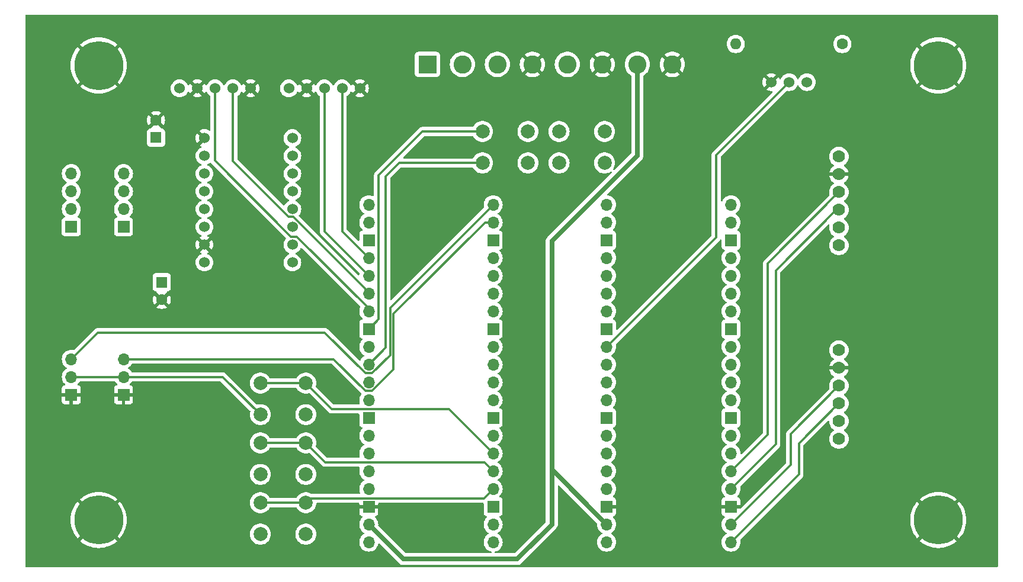
<source format=gbr>
%TF.GenerationSoftware,KiCad,Pcbnew,8.0.0*%
%TF.CreationDate,2024-04-23T20:51:33-04:00*%
%TF.ProjectId,SOL_PCB,534f4c5f-5043-4422-9e6b-696361645f70,1*%
%TF.SameCoordinates,Original*%
%TF.FileFunction,Copper,L2,Bot*%
%TF.FilePolarity,Positive*%
%FSLAX46Y46*%
G04 Gerber Fmt 4.6, Leading zero omitted, Abs format (unit mm)*
G04 Created by KiCad (PCBNEW 8.0.0) date 2024-04-23 20:51:33*
%MOMM*%
%LPD*%
G01*
G04 APERTURE LIST*
%TA.AperFunction,ComponentPad*%
%ADD10R,1.700000X1.700000*%
%TD*%
%TA.AperFunction,ComponentPad*%
%ADD11O,1.700000X1.700000*%
%TD*%
%TA.AperFunction,ComponentPad*%
%ADD12C,1.524000*%
%TD*%
%TA.AperFunction,ComponentPad*%
%ADD13C,1.778000*%
%TD*%
%TA.AperFunction,ComponentPad*%
%ADD14C,2.000000*%
%TD*%
%TA.AperFunction,ComponentPad*%
%ADD15C,7.000000*%
%TD*%
%TA.AperFunction,ComponentPad*%
%ADD16R,1.600000X1.600000*%
%TD*%
%TA.AperFunction,ComponentPad*%
%ADD17C,1.600000*%
%TD*%
%TA.AperFunction,ComponentPad*%
%ADD18R,2.600000X2.600000*%
%TD*%
%TA.AperFunction,ComponentPad*%
%ADD19C,2.600000*%
%TD*%
%TA.AperFunction,ComponentPad*%
%ADD20O,1.600000X1.600000*%
%TD*%
%TA.AperFunction,Conductor*%
%ADD21C,0.300000*%
%TD*%
%TA.AperFunction,Conductor*%
%ADD22C,0.700000*%
%TD*%
G04 APERTURE END LIST*
D10*
%TO.P,J3,1,Pin_1*%
%TO.N,Net-(J2-Pin_1)*%
X83211000Y-88011000D03*
D11*
%TO.P,J3,2,Pin_2*%
%TO.N,Net-(J2-Pin_2)*%
X83211000Y-85471000D03*
%TO.P,J3,3,Pin_3*%
%TO.N,Net-(J2-Pin_3)*%
X83211000Y-82931000D03*
%TO.P,J3,4,Pin_4*%
%TO.N,Net-(J2-Pin_4)*%
X83211000Y-80391000D03*
%TD*%
D12*
%TO.P,U7,1,VCC*%
%TO.N,3.3V_C*%
X114300000Y-68199000D03*
%TO.P,U7,2,GND*%
%TO.N,GND*%
X116840000Y-68199000D03*
%TO.P,U7,3,SCL*%
%TO.N,Net-(U2-GPIO19)*%
X119380000Y-68199000D03*
%TO.P,U7,4,SDA*%
%TO.N,Net-(U2-GPIO18)*%
X121920000Y-68199000D03*
%TO.P,U7,5,ADDR*%
%TO.N,GND*%
X124460000Y-68199000D03*
%TD*%
D13*
%TO.P,U3,1,Vin+*%
%TO.N,Vin_P+*%
X192934000Y-118339500D03*
%TO.P,U3,2,Vin-*%
%TO.N,Vin_P-*%
X192934000Y-115799500D03*
%TO.P,U3,3,SDA*%
%TO.N,Net-(U1-GPIO0)*%
X192934000Y-113259500D03*
%TO.P,U3,4,SCL*%
%TO.N,Net-(U1-GPIO1)*%
X192934000Y-110719500D03*
%TO.P,U3,5,GND*%
%TO.N,GND*%
X192934000Y-108179500D03*
%TO.P,U3,6,VCC*%
%TO.N,3.3V_M*%
X192934000Y-105639500D03*
%TD*%
D14*
%TO.P,SW4,1,1*%
%TO.N,3.3V_C*%
X116736000Y-123403000D03*
X110236000Y-123403000D03*
%TO.P,SW4,2,2*%
%TO.N,Net-(U2-GPIO3)*%
X116736000Y-118903000D03*
X110236000Y-118903000D03*
%TD*%
D12*
%TO.P,U5,1,VCC*%
%TO.N,3.3V_M*%
X188341000Y-67310000D03*
%TO.P,U5,2,DAT*%
%TO.N,Net-(U1-GPIO22)*%
X185801000Y-67310000D03*
%TO.P,U5,3,GND*%
%TO.N,GND*%
X183261000Y-67310000D03*
%TD*%
D15*
%TO.P,REF\u002A\u002A,1*%
%TO.N,GND*%
X207122000Y-64921000D03*
%TD*%
D12*
%TO.P,U8,1,VCC*%
%TO.N,3.3V_C*%
X98679000Y-68199000D03*
%TO.P,U8,2,GND*%
%TO.N,GND*%
X101219000Y-68199000D03*
%TO.P,U8,3,SCL*%
%TO.N,Net-(U2-GPIO21)*%
X103759000Y-68199000D03*
%TO.P,U8,4,SDA*%
%TO.N,Net-(U2-GPIO20)*%
X106299000Y-68199000D03*
%TO.P,U8,5,ADDR*%
%TO.N,GND*%
X108839000Y-68199000D03*
%TD*%
D15*
%TO.P,REF\u002A\u002A,1*%
%TO.N,GND*%
X207122000Y-129921000D03*
%TD*%
D16*
%TO.P,C2,1*%
%TO.N,3.3V_C*%
X95314887Y-75246111D03*
D17*
%TO.P,C2,2*%
%TO.N,GND*%
X95314887Y-72746111D03*
%TD*%
D10*
%TO.P,J2,1,Pin_1*%
%TO.N,Net-(J2-Pin_1)*%
X90678000Y-88011000D03*
D11*
%TO.P,J2,2,Pin_2*%
%TO.N,Net-(J2-Pin_2)*%
X90678000Y-85471000D03*
%TO.P,J2,3,Pin_3*%
%TO.N,Net-(J2-Pin_3)*%
X90678000Y-82931000D03*
%TO.P,J2,4,Pin_4*%
%TO.N,Net-(J2-Pin_4)*%
X90678000Y-80391000D03*
%TD*%
D15*
%TO.P,REF\u002A\u002A,1*%
%TO.N,GND*%
X87122000Y-64921000D03*
%TD*%
%TO.P,REF\u002A\u002A,1*%
%TO.N,GND*%
X87122000Y-129921000D03*
%TD*%
D14*
%TO.P,SW1,1,1*%
%TO.N,Net-(U2-RUN)*%
X148486000Y-78867000D03*
X141986000Y-78867000D03*
%TO.P,SW1,2,2*%
%TO.N,Net-(SW1-Pad2)*%
X148486000Y-74367000D03*
X141986000Y-74367000D03*
%TD*%
D12*
%TO.P,U6,1,EN*%
%TO.N,Net-(U2-GPIO11)*%
X114808000Y-93091000D03*
%TO.P,U6,2,MS1*%
%TO.N,unconnected-(U6-MS1-Pad2)*%
X114808000Y-90551000D03*
%TO.P,U6,3,MS2*%
%TO.N,unconnected-(U6-MS2-Pad3)*%
X114808000Y-88011000D03*
%TO.P,U6,4,MS3*%
%TO.N,unconnected-(U6-MS3-Pad4)*%
X114808000Y-85471000D03*
%TO.P,U6,5,RST*%
%TO.N,Net-(U2-GPIO12)*%
X114808000Y-82931000D03*
%TO.P,U6,6,SLP*%
%TO.N,Net-(U2-GPIO13)*%
X114808000Y-80391000D03*
%TO.P,U6,7,STEP*%
%TO.N,Net-(U2-GPIO17)*%
X114808000Y-77851000D03*
%TO.P,U6,8,DIR*%
%TO.N,Net-(U2-GPIO16)*%
X114808000Y-75311000D03*
%TO.P,U6,9,VMOT*%
%TO.N,VCC*%
X102235000Y-93091000D03*
%TO.P,U6,10,GND*%
%TO.N,GND*%
X102235000Y-90551000D03*
%TO.P,U6,11,2B*%
%TO.N,Net-(J2-Pin_1)*%
X102235000Y-88011000D03*
%TO.P,U6,12,2A*%
%TO.N,Net-(J2-Pin_2)*%
X102235000Y-85471000D03*
%TO.P,U6,13,1A*%
%TO.N,Net-(J2-Pin_3)*%
X102235000Y-82931000D03*
%TO.P,U6,14,1B*%
%TO.N,Net-(J2-Pin_4)*%
X102235000Y-80391000D03*
%TO.P,U6,15,VDD*%
%TO.N,3.3V_C*%
X102235000Y-77851000D03*
%TO.P,U6,16,GND*%
%TO.N,GND*%
X102235000Y-75311000D03*
%TD*%
D10*
%TO.P,J4,1,Pin_1*%
%TO.N,GND*%
X90678000Y-112014000D03*
D11*
%TO.P,J4,2,Pin_2*%
%TO.N,3.3V_C*%
X90678000Y-109474000D03*
%TO.P,J4,3,Pin_3*%
%TO.N,Net-(J4-Pin_3)*%
X90678000Y-106934000D03*
%TD*%
D10*
%TO.P,J5,1,Pin_1*%
%TO.N,GND*%
X83211000Y-112014000D03*
D11*
%TO.P,J5,2,Pin_2*%
%TO.N,3.3V_C*%
X83211000Y-109474000D03*
%TO.P,J5,3,Pin_3*%
%TO.N,Net-(J5-Pin_3)*%
X83211000Y-106934000D03*
%TD*%
D14*
%TO.P,SW3,1,1*%
%TO.N,3.3V_C*%
X116736000Y-131953000D03*
X110236000Y-131953000D03*
%TO.P,SW3,2,2*%
%TO.N,Net-(U2-GPIO2)*%
X116736000Y-127453000D03*
X110236000Y-127453000D03*
%TD*%
D11*
%TO.P,U2,1,GPIO0*%
%TO.N,unconnected-(U2-GPIO0-Pad1)*%
X143510000Y-133096000D03*
%TO.P,U2,2,GPIO1*%
%TO.N,unconnected-(U2-GPIO1-Pad2)*%
X143510000Y-130556000D03*
D10*
%TO.P,U2,3,GND*%
%TO.N,unconnected-(U2-GND-Pad3)*%
X143510000Y-128016000D03*
D11*
%TO.P,U2,4,GPIO2*%
%TO.N,Net-(U2-GPIO2)*%
X143510000Y-125476000D03*
%TO.P,U2,5,GPIO3*%
%TO.N,Net-(U2-GPIO3)*%
X143510000Y-122936000D03*
%TO.P,U2,6,GPIO4*%
%TO.N,Net-(U2-GPIO4)*%
X143510000Y-120396000D03*
%TO.P,U2,7,GPIO5*%
%TO.N,unconnected-(U2-GPIO5-Pad7)*%
X143510000Y-117856000D03*
D10*
%TO.P,U2,8,GND*%
%TO.N,unconnected-(U2-GND-Pad8)*%
X143510000Y-115316000D03*
D11*
%TO.P,U2,9,GPIO6*%
%TO.N,unconnected-(U2-GPIO6-Pad9)*%
X143510000Y-112776000D03*
%TO.P,U2,10,GPIO7*%
%TO.N,unconnected-(U2-GPIO7-Pad10)*%
X143510000Y-110236000D03*
%TO.P,U2,11,GPIO8*%
%TO.N,unconnected-(U2-GPIO8-Pad11)*%
X143510000Y-107696000D03*
%TO.P,U2,12,GPIO9*%
%TO.N,unconnected-(U2-GPIO9-Pad12)*%
X143510000Y-105156000D03*
D10*
%TO.P,U2,13,GND*%
%TO.N,unconnected-(U2-GND-Pad13)*%
X143510000Y-102616000D03*
D11*
%TO.P,U2,14,GPIO10*%
%TO.N,unconnected-(U2-GPIO10-Pad14)*%
X143510000Y-100076000D03*
%TO.P,U2,15,GPIO11*%
%TO.N,Net-(U2-GPIO11)*%
X143510000Y-97536000D03*
%TO.P,U2,16,GPIO12*%
%TO.N,Net-(U2-GPIO12)*%
X143510000Y-94996000D03*
%TO.P,U2,17,GPIO13*%
%TO.N,Net-(U2-GPIO13)*%
X143510000Y-92456000D03*
D10*
%TO.P,U2,18,GND*%
%TO.N,unconnected-(U2-GND-Pad18)*%
X143510000Y-89916000D03*
D11*
%TO.P,U2,19,GPIO14*%
%TO.N,Net-(J4-Pin_3)*%
X143510000Y-87376000D03*
%TO.P,U2,20,GPIO15*%
%TO.N,Net-(J5-Pin_3)*%
X143510000Y-84836000D03*
%TO.P,U2,21,GPIO16*%
%TO.N,Net-(U2-GPIO16)*%
X125730000Y-84836000D03*
%TO.P,U2,22,GPIO17*%
%TO.N,Net-(U2-GPIO17)*%
X125730000Y-87376000D03*
D10*
%TO.P,U2,23,GND*%
%TO.N,unconnected-(U2-GND-Pad23)*%
X125730000Y-89916000D03*
D11*
%TO.P,U2,24,GPIO18*%
%TO.N,Net-(U2-GPIO18)*%
X125730000Y-92456000D03*
%TO.P,U2,25,GPIO19*%
%TO.N,Net-(U2-GPIO19)*%
X125730000Y-94996000D03*
%TO.P,U2,26,GPIO20*%
%TO.N,Net-(U2-GPIO20)*%
X125730000Y-97536000D03*
%TO.P,U2,27,GPIO21*%
%TO.N,Net-(U2-GPIO21)*%
X125730000Y-100076000D03*
D10*
%TO.P,U2,28,GND*%
%TO.N,Net-(SW1-Pad2)*%
X125730000Y-102616000D03*
D11*
%TO.P,U2,29,GPIO22*%
%TO.N,unconnected-(U2-GPIO22-Pad29)*%
X125730000Y-105156000D03*
%TO.P,U2,30,RUN*%
%TO.N,Net-(U2-RUN)*%
X125730000Y-107696000D03*
%TO.P,U2,31,GPIO26_ADC0*%
%TO.N,unconnected-(U2-GPIO26_ADC0-Pad31)*%
X125730000Y-110236000D03*
%TO.P,U2,32,GPIO27_ADC1*%
%TO.N,unconnected-(U2-GPIO27_ADC1-Pad32)*%
X125730000Y-112776000D03*
D10*
%TO.P,U2,33,AGND*%
%TO.N,unconnected-(U2-AGND-Pad33)*%
X125730000Y-115316000D03*
D11*
%TO.P,U2,34,GPIO28_ADC2*%
%TO.N,unconnected-(U2-GPIO28_ADC2-Pad34)*%
X125730000Y-117856000D03*
%TO.P,U2,35,ADC_VREF*%
%TO.N,unconnected-(U2-ADC_VREF-Pad35)*%
X125730000Y-120396000D03*
%TO.P,U2,36,3V3*%
%TO.N,3.3V_C*%
X125730000Y-122936000D03*
%TO.P,U2,37,3V3_EN*%
%TO.N,unconnected-(U2-3V3_EN-Pad37)*%
X125730000Y-125476000D03*
D10*
%TO.P,U2,38,GND*%
%TO.N,GND*%
X125730000Y-128016000D03*
D11*
%TO.P,U2,39,VSYS*%
%TO.N,5V*%
X125730000Y-130556000D03*
%TO.P,U2,40,VBUS*%
%TO.N,unconnected-(U2-VBUS-Pad40)*%
X125730000Y-133096000D03*
%TD*%
D14*
%TO.P,SW5,1,1*%
%TO.N,3.3V_C*%
X116736000Y-114853000D03*
X110236000Y-114853000D03*
%TO.P,SW5,2,2*%
%TO.N,Net-(U2-GPIO4)*%
X116736000Y-110353000D03*
X110236000Y-110353000D03*
%TD*%
D11*
%TO.P,U1,1,GPIO0*%
%TO.N,Net-(U1-GPIO0)*%
X177514000Y-133096000D03*
%TO.P,U1,2,GPIO1*%
%TO.N,Net-(U1-GPIO1)*%
X177514000Y-130556000D03*
D10*
%TO.P,U1,3,GND*%
%TO.N,GND*%
X177514000Y-128016000D03*
D11*
%TO.P,U1,4,GPIO2*%
%TO.N,Net-(U1-GPIO2)*%
X177514000Y-125476000D03*
%TO.P,U1,5,GPIO3*%
%TO.N,Net-(U1-GPIO3)*%
X177514000Y-122936000D03*
%TO.P,U1,6,GPIO4*%
%TO.N,unconnected-(U1-GPIO4-Pad6)*%
X177514000Y-120396000D03*
%TO.P,U1,7,GPIO5*%
%TO.N,unconnected-(U1-GPIO5-Pad7)*%
X177514000Y-117856000D03*
D10*
%TO.P,U1,8,GND*%
%TO.N,unconnected-(U1-GND-Pad8)*%
X177514000Y-115316000D03*
D11*
%TO.P,U1,9,GPIO6*%
%TO.N,unconnected-(U1-GPIO6-Pad9)*%
X177514000Y-112776000D03*
%TO.P,U1,10,GPIO7*%
%TO.N,unconnected-(U1-GPIO7-Pad10)*%
X177514000Y-110236000D03*
%TO.P,U1,11,GPIO8*%
%TO.N,unconnected-(U1-GPIO8-Pad11)*%
X177514000Y-107696000D03*
%TO.P,U1,12,GPIO9*%
%TO.N,unconnected-(U1-GPIO9-Pad12)*%
X177514000Y-105156000D03*
D10*
%TO.P,U1,13,GND*%
%TO.N,unconnected-(U1-GND-Pad13)*%
X177514000Y-102616000D03*
D11*
%TO.P,U1,14,GPIO10*%
%TO.N,unconnected-(U1-GPIO10-Pad14)*%
X177514000Y-100076000D03*
%TO.P,U1,15,GPIO11*%
%TO.N,unconnected-(U1-GPIO11-Pad15)*%
X177514000Y-97536000D03*
%TO.P,U1,16,GPIO12*%
%TO.N,unconnected-(U1-GPIO12-Pad16)*%
X177514000Y-94996000D03*
%TO.P,U1,17,GPIO13*%
%TO.N,unconnected-(U1-GPIO13-Pad17)*%
X177514000Y-92456000D03*
D10*
%TO.P,U1,18,GND*%
%TO.N,unconnected-(U1-GND-Pad18)*%
X177514000Y-89916000D03*
D11*
%TO.P,U1,19,GPIO14*%
%TO.N,unconnected-(U1-GPIO14-Pad19)*%
X177514000Y-87376000D03*
%TO.P,U1,20,GPIO15*%
%TO.N,unconnected-(U1-GPIO15-Pad20)*%
X177514000Y-84836000D03*
%TO.P,U1,21,GPIO16*%
%TO.N,unconnected-(U1-GPIO16-Pad21)*%
X159734000Y-84836000D03*
%TO.P,U1,22,GPIO17*%
%TO.N,unconnected-(U1-GPIO17-Pad22)*%
X159734000Y-87376000D03*
D10*
%TO.P,U1,23,GND*%
%TO.N,unconnected-(U1-GND-Pad23)*%
X159734000Y-89916000D03*
D11*
%TO.P,U1,24,GPIO18*%
%TO.N,unconnected-(U1-GPIO18-Pad24)*%
X159734000Y-92456000D03*
%TO.P,U1,25,GPIO19*%
%TO.N,unconnected-(U1-GPIO19-Pad25)*%
X159734000Y-94996000D03*
%TO.P,U1,26,GPIO20*%
%TO.N,unconnected-(U1-GPIO20-Pad26)*%
X159734000Y-97536000D03*
%TO.P,U1,27,GPIO21*%
%TO.N,unconnected-(U1-GPIO21-Pad27)*%
X159734000Y-100076000D03*
D10*
%TO.P,U1,28,GND*%
%TO.N,Net-(SW2-Pad2)*%
X159734000Y-102616000D03*
D11*
%TO.P,U1,29,GPIO22*%
%TO.N,Net-(U1-GPIO22)*%
X159734000Y-105156000D03*
%TO.P,U1,30,RUN*%
%TO.N,Net-(U1-RUN)*%
X159734000Y-107696000D03*
%TO.P,U1,31,GPIO26_ADC0*%
%TO.N,unconnected-(U1-GPIO26_ADC0-Pad31)*%
X159734000Y-110236000D03*
%TO.P,U1,32,GPIO27_ADC1*%
%TO.N,unconnected-(U1-GPIO27_ADC1-Pad32)*%
X159734000Y-112776000D03*
D10*
%TO.P,U1,33,AGND*%
%TO.N,unconnected-(U1-AGND-Pad33)*%
X159734000Y-115316000D03*
D11*
%TO.P,U1,34,GPIO28_ADC2*%
%TO.N,unconnected-(U1-GPIO28_ADC2-Pad34)*%
X159734000Y-117856000D03*
%TO.P,U1,35,ADC_VREF*%
%TO.N,unconnected-(U1-ADC_VREF-Pad35)*%
X159734000Y-120396000D03*
%TO.P,U1,36,3V3*%
%TO.N,3.3V_M*%
X159734000Y-122936000D03*
%TO.P,U1,37,3V3_EN*%
%TO.N,unconnected-(U1-3V3_EN-Pad37)*%
X159734000Y-125476000D03*
D10*
%TO.P,U1,38,GND*%
%TO.N,GND*%
X159734000Y-128016000D03*
D11*
%TO.P,U1,39,VSYS*%
%TO.N,5V*%
X159734000Y-130556000D03*
%TO.P,U1,40,VBUS*%
%TO.N,unconnected-(U1-VBUS-Pad40)*%
X159734000Y-133096000D03*
%TD*%
D14*
%TO.P,SW2,1,1*%
%TO.N,Net-(U1-RUN)*%
X152931000Y-74367000D03*
X159431000Y-74367000D03*
%TO.P,SW2,2,2*%
%TO.N,Net-(SW2-Pad2)*%
X152931000Y-78867000D03*
X159431000Y-78867000D03*
%TD*%
D16*
%TO.P,C1,1*%
%TO.N,VCC*%
X96139000Y-95925000D03*
D17*
%TO.P,C1,2*%
%TO.N,GND*%
X96139000Y-98425000D03*
%TD*%
D18*
%TO.P,J1,1,Pin_1*%
%TO.N,Vin_P+*%
X134113000Y-64770000D03*
D19*
%TO.P,J1,2,Pin_2*%
%TO.N,Vin_P-*%
X139113000Y-64770000D03*
%TO.P,J1,3,Pin_3*%
%TO.N,Load+*%
X144113000Y-64770000D03*
%TO.P,J1,4,Pin_4*%
%TO.N,GND*%
X149113000Y-64770000D03*
%TO.P,J1,5,Pin_5*%
%TO.N,VCC*%
X154113000Y-64770000D03*
%TO.P,J1,6,Pin_6*%
%TO.N,GND*%
X159113000Y-64770000D03*
%TO.P,J1,7,Pin_7*%
%TO.N,5V*%
X164113000Y-64770000D03*
%TO.P,J1,8,Pin_8*%
%TO.N,GND*%
X169113000Y-64770000D03*
%TD*%
D17*
%TO.P,R1,1*%
%TO.N,3.3V_M*%
X193421000Y-61849000D03*
D20*
%TO.P,R1,2*%
%TO.N,Net-(U1-GPIO22)*%
X178181000Y-61849000D03*
%TD*%
D13*
%TO.P,U4,1,Vin+*%
%TO.N,Load+*%
X192934000Y-90653500D03*
%TO.P,U4,2,Vin-*%
%TO.N,VCC*%
X192934000Y-88113500D03*
%TO.P,U4,3,SDA*%
%TO.N,Net-(U1-GPIO2)*%
X192934000Y-85573500D03*
%TO.P,U4,4,SCL*%
%TO.N,Net-(U1-GPIO3)*%
X192934000Y-83033500D03*
%TO.P,U4,5,GND*%
%TO.N,GND*%
X192934000Y-80493500D03*
%TO.P,U4,6,VCC*%
%TO.N,3.3V_M*%
X192934000Y-77953500D03*
%TD*%
D21*
%TO.N,3.3V_C*%
X90678000Y-109474000D02*
X104857000Y-109474000D01*
X104857000Y-109474000D02*
X110236000Y-114853000D01*
X83211000Y-109474000D02*
X90678000Y-109474000D01*
D22*
%TO.N,5V*%
X151892000Y-130556000D02*
X151892000Y-122714000D01*
X125730000Y-130556000D02*
X130683000Y-135509000D01*
X146939000Y-135509000D02*
X151892000Y-130556000D01*
X130683000Y-135509000D02*
X146939000Y-135509000D01*
X151892000Y-122714000D02*
X159734000Y-130556000D01*
X151892000Y-90043000D02*
X151892000Y-122714000D01*
X164113000Y-77822000D02*
X151892000Y-90043000D01*
X164113000Y-64770000D02*
X164113000Y-77822000D01*
D21*
%TO.N,Net-(J4-Pin_3)*%
X126227057Y-111436000D02*
X129278000Y-108385057D01*
X142367000Y-87376000D02*
X143510000Y-87376000D01*
X125232943Y-111436000D02*
X126227057Y-111436000D01*
X90678000Y-106934000D02*
X120730943Y-106934000D01*
X120730943Y-106934000D02*
X125232943Y-111436000D01*
X129278000Y-100465000D02*
X142367000Y-87376000D01*
X129278000Y-108385057D02*
X129278000Y-100465000D01*
%TO.N,Net-(J5-Pin_3)*%
X128778000Y-106345057D02*
X126227057Y-108896000D01*
X143510000Y-84836000D02*
X128778000Y-99568000D01*
X125232943Y-108896000D02*
X119460943Y-103124000D01*
X87021000Y-103124000D02*
X83211000Y-106934000D01*
X128778000Y-99568000D02*
X128778000Y-106345057D01*
X126227057Y-108896000D02*
X125232943Y-108896000D01*
X119460943Y-103124000D02*
X87021000Y-103124000D01*
%TO.N,Net-(U1-GPIO22)*%
X159734000Y-105156000D02*
X175387000Y-89503000D01*
X175387000Y-77724000D02*
X185801000Y-67310000D01*
X175387000Y-89503000D02*
X175387000Y-77724000D01*
%TO.N,Net-(U2-RUN)*%
X128143000Y-105283000D02*
X125730000Y-107696000D01*
X130048000Y-78867000D02*
X128143000Y-80772000D01*
X128143000Y-80772000D02*
X128143000Y-105283000D01*
X141986000Y-78867000D02*
X130048000Y-78867000D01*
%TO.N,Net-(U2-GPIO2)*%
X110236000Y-127453000D02*
X116736000Y-127453000D01*
X116736000Y-127453000D02*
X117373000Y-126816000D01*
X142170000Y-126816000D02*
X143510000Y-125476000D01*
X117373000Y-126816000D02*
X142170000Y-126816000D01*
%TO.N,Net-(U2-GPIO3)*%
X119499000Y-121666000D02*
X142240000Y-121666000D01*
X110236000Y-118903000D02*
X116736000Y-118903000D01*
X116736000Y-118903000D02*
X119499000Y-121666000D01*
X142240000Y-121666000D02*
X143510000Y-122936000D01*
%TO.N,Net-(U2-GPIO4)*%
X116736000Y-110353000D02*
X120429000Y-114046000D01*
X110236000Y-110353000D02*
X116736000Y-110353000D01*
X137160000Y-114046000D02*
X143510000Y-120396000D01*
X120429000Y-114046000D02*
X137160000Y-114046000D01*
%TO.N,Net-(U1-GPIO2)*%
X183896000Y-94234000D02*
X183896000Y-119094000D01*
X192934000Y-85573500D02*
X192556500Y-85573500D01*
X183896000Y-119094000D02*
X177514000Y-125476000D01*
X192556500Y-85573500D02*
X183896000Y-94234000D01*
%TO.N,Net-(U1-GPIO3)*%
X192934000Y-83033500D02*
X182753000Y-93214500D01*
X182753000Y-117697000D02*
X177514000Y-122936000D01*
X182753000Y-93214500D02*
X182753000Y-117697000D01*
%TO.N,Net-(U1-GPIO1)*%
X192934000Y-110719500D02*
X186055000Y-117598500D01*
X186055000Y-122015000D02*
X177514000Y-130556000D01*
X186055000Y-117598500D02*
X186055000Y-122015000D01*
%TO.N,Net-(U1-GPIO0)*%
X187198000Y-123412000D02*
X177514000Y-133096000D01*
X187198000Y-118995500D02*
X187198000Y-123412000D01*
X192934000Y-113259500D02*
X187198000Y-118995500D01*
%TO.N,Net-(U2-GPIO19)*%
X119380000Y-88646000D02*
X119380000Y-68199000D01*
X125730000Y-94996000D02*
X119380000Y-88646000D01*
%TO.N,Net-(U2-GPIO21)*%
X125730000Y-99695000D02*
X125730000Y-100076000D01*
X114632394Y-89408000D02*
X115443000Y-89408000D01*
X103759000Y-68199000D02*
X103759000Y-78534606D01*
X103759000Y-78534606D02*
X114632394Y-89408000D01*
X115443000Y-89408000D02*
X125730000Y-99695000D01*
%TO.N,Net-(U2-GPIO20)*%
X114952606Y-86583000D02*
X114269000Y-86583000D01*
X114269000Y-86583000D02*
X106299000Y-78613000D01*
X106299000Y-78613000D02*
X106299000Y-68199000D01*
X125730000Y-97536000D02*
X125730000Y-97360394D01*
X125730000Y-97360394D02*
X114952606Y-86583000D01*
%TO.N,Net-(U2-GPIO18)*%
X121920000Y-68199000D02*
X121920000Y-88646000D01*
X121920000Y-88646000D02*
X125730000Y-92456000D01*
%TO.N,Net-(SW1-Pad2)*%
X125730000Y-102616000D02*
X127127000Y-101219000D01*
X127127000Y-80645000D02*
X133405000Y-74367000D01*
X127127000Y-101219000D02*
X127127000Y-80645000D01*
X133405000Y-74367000D02*
X141986000Y-74367000D01*
%TD*%
%TA.AperFunction,Conductor*%
%TO.N,GND*%
G36*
X142102539Y-127486185D02*
G01*
X142148294Y-127538989D01*
X142159500Y-127590500D01*
X142159500Y-128913870D01*
X142159501Y-128913876D01*
X142165908Y-128973483D01*
X142216202Y-129108328D01*
X142216206Y-129108335D01*
X142302452Y-129223544D01*
X142302455Y-129223547D01*
X142417664Y-129309793D01*
X142417671Y-129309797D01*
X142549081Y-129358810D01*
X142605015Y-129400681D01*
X142629432Y-129466145D01*
X142614580Y-129534418D01*
X142593430Y-129562673D01*
X142471503Y-129684600D01*
X142335965Y-129878169D01*
X142335964Y-129878171D01*
X142236098Y-130092335D01*
X142236094Y-130092344D01*
X142174938Y-130320586D01*
X142174936Y-130320596D01*
X142154341Y-130555999D01*
X142154341Y-130556000D01*
X142174936Y-130791403D01*
X142174938Y-130791413D01*
X142236094Y-131019655D01*
X142236096Y-131019659D01*
X142236097Y-131019663D01*
X142335965Y-131233830D01*
X142335967Y-131233834D01*
X142471501Y-131427395D01*
X142471506Y-131427402D01*
X142638597Y-131594493D01*
X142638603Y-131594498D01*
X142824158Y-131724425D01*
X142867783Y-131779002D01*
X142874977Y-131848500D01*
X142843454Y-131910855D01*
X142824158Y-131927575D01*
X142638597Y-132057505D01*
X142471505Y-132224597D01*
X142335965Y-132418169D01*
X142335964Y-132418171D01*
X142236098Y-132632335D01*
X142236094Y-132632344D01*
X142174938Y-132860586D01*
X142174936Y-132860596D01*
X142154341Y-133095999D01*
X142154341Y-133096000D01*
X142174936Y-133331403D01*
X142174938Y-133331413D01*
X142236094Y-133559655D01*
X142236096Y-133559659D01*
X142236097Y-133559663D01*
X142264688Y-133620976D01*
X142335965Y-133773830D01*
X142335967Y-133773834D01*
X142428888Y-133906538D01*
X142471505Y-133967401D01*
X142638599Y-134134495D01*
X142735384Y-134202265D01*
X142832165Y-134270032D01*
X142832167Y-134270033D01*
X142832170Y-134270035D01*
X143046337Y-134369903D01*
X143046343Y-134369904D01*
X143046344Y-134369905D01*
X143213617Y-134414725D01*
X143273278Y-134451090D01*
X143303807Y-134513936D01*
X143295513Y-134583312D01*
X143251027Y-134637190D01*
X143184476Y-134658465D01*
X143181524Y-134658500D01*
X131086651Y-134658500D01*
X131019612Y-134638815D01*
X130998970Y-134622181D01*
X127114246Y-130737457D01*
X127080761Y-130676134D01*
X127078399Y-130638973D01*
X127085659Y-130556000D01*
X127065063Y-130320592D01*
X127003903Y-130092337D01*
X126904035Y-129878171D01*
X126768495Y-129684599D01*
X126646179Y-129562283D01*
X126612696Y-129500963D01*
X126617680Y-129431271D01*
X126659551Y-129375337D01*
X126690529Y-129358422D01*
X126822086Y-129309354D01*
X126822093Y-129309350D01*
X126937187Y-129223190D01*
X126937190Y-129223187D01*
X127023350Y-129108093D01*
X127023354Y-129108086D01*
X127073596Y-128973379D01*
X127073598Y-128973372D01*
X127079999Y-128913844D01*
X127080000Y-128913827D01*
X127080000Y-128266000D01*
X126174560Y-128266000D01*
X126205245Y-128212853D01*
X126240000Y-128083143D01*
X126240000Y-127948857D01*
X126205245Y-127819147D01*
X126174560Y-127766000D01*
X127080000Y-127766000D01*
X127080000Y-127590500D01*
X127099685Y-127523461D01*
X127152489Y-127477706D01*
X127204000Y-127466500D01*
X142035500Y-127466500D01*
X142102539Y-127486185D01*
G37*
%TD.AperFunction*%
%TA.AperFunction,Conductor*%
G36*
X215596539Y-57680185D02*
G01*
X215642294Y-57732989D01*
X215653500Y-57784500D01*
X215653500Y-136535500D01*
X215633815Y-136602539D01*
X215581011Y-136648294D01*
X215529500Y-136659500D01*
X76778500Y-136659500D01*
X76711461Y-136639815D01*
X76665706Y-136587011D01*
X76654500Y-136535500D01*
X76654500Y-129921000D01*
X83117176Y-129921000D01*
X83136461Y-130313550D01*
X83194129Y-130702308D01*
X83289625Y-131083549D01*
X83422016Y-131453559D01*
X83422023Y-131453575D01*
X83590062Y-131808864D01*
X83792109Y-132145958D01*
X84026228Y-132461632D01*
X84122068Y-132567376D01*
X84122069Y-132567376D01*
X85720380Y-130969064D01*
X85803457Y-131077331D01*
X85965669Y-131239543D01*
X86073934Y-131322617D01*
X84475622Y-132920929D01*
X84475622Y-132920930D01*
X84581367Y-133016771D01*
X84897041Y-133250890D01*
X85234135Y-133452937D01*
X85589424Y-133620976D01*
X85589440Y-133620983D01*
X85959450Y-133753374D01*
X86340691Y-133848870D01*
X86729449Y-133906538D01*
X87122000Y-133925823D01*
X87514550Y-133906538D01*
X87903308Y-133848870D01*
X88284549Y-133753374D01*
X88654559Y-133620983D01*
X88654575Y-133620976D01*
X89009864Y-133452937D01*
X89346958Y-133250890D01*
X89662632Y-133016770D01*
X89768376Y-132920929D01*
X88170065Y-131322618D01*
X88278331Y-131239543D01*
X88440543Y-131077331D01*
X88523618Y-130969065D01*
X90121929Y-132567376D01*
X90217770Y-132461632D01*
X90451890Y-132145958D01*
X90567542Y-131953005D01*
X108730357Y-131953005D01*
X108750890Y-132200812D01*
X108750892Y-132200824D01*
X108811936Y-132441881D01*
X108911826Y-132669606D01*
X109047833Y-132877782D01*
X109047836Y-132877785D01*
X109216256Y-133060738D01*
X109412491Y-133213474D01*
X109631190Y-133331828D01*
X109866386Y-133412571D01*
X110111665Y-133453500D01*
X110360335Y-133453500D01*
X110605614Y-133412571D01*
X110840810Y-133331828D01*
X111059509Y-133213474D01*
X111255744Y-133060738D01*
X111424164Y-132877785D01*
X111560173Y-132669607D01*
X111660063Y-132441881D01*
X111721108Y-132200821D01*
X111725654Y-132145958D01*
X111741643Y-131953005D01*
X115230357Y-131953005D01*
X115250890Y-132200812D01*
X115250892Y-132200824D01*
X115311936Y-132441881D01*
X115411826Y-132669606D01*
X115547833Y-132877782D01*
X115547836Y-132877785D01*
X115716256Y-133060738D01*
X115912491Y-133213474D01*
X116131190Y-133331828D01*
X116366386Y-133412571D01*
X116611665Y-133453500D01*
X116860335Y-133453500D01*
X117105614Y-133412571D01*
X117340810Y-133331828D01*
X117559509Y-133213474D01*
X117755744Y-133060738D01*
X117924164Y-132877785D01*
X118060173Y-132669607D01*
X118160063Y-132441881D01*
X118221108Y-132200821D01*
X118225654Y-132145958D01*
X118241643Y-131953005D01*
X118241643Y-131952994D01*
X118221109Y-131705187D01*
X118221107Y-131705175D01*
X118160063Y-131464118D01*
X118060173Y-131236393D01*
X117924166Y-131028217D01*
X117902557Y-131004744D01*
X117755744Y-130845262D01*
X117559509Y-130692526D01*
X117559507Y-130692525D01*
X117559506Y-130692524D01*
X117340811Y-130574172D01*
X117340802Y-130574169D01*
X117105616Y-130493429D01*
X116860335Y-130452500D01*
X116611665Y-130452500D01*
X116366383Y-130493429D01*
X116131197Y-130574169D01*
X116131188Y-130574172D01*
X115912493Y-130692524D01*
X115716257Y-130845261D01*
X115547833Y-131028217D01*
X115411826Y-131236393D01*
X115311936Y-131464118D01*
X115250892Y-131705175D01*
X115250890Y-131705187D01*
X115230357Y-131952994D01*
X115230357Y-131953005D01*
X111741643Y-131953005D01*
X111741643Y-131952994D01*
X111721109Y-131705187D01*
X111721107Y-131705175D01*
X111660063Y-131464118D01*
X111560173Y-131236393D01*
X111424166Y-131028217D01*
X111402557Y-131004744D01*
X111255744Y-130845262D01*
X111059509Y-130692526D01*
X111059507Y-130692525D01*
X111059506Y-130692524D01*
X110840811Y-130574172D01*
X110840802Y-130574169D01*
X110605616Y-130493429D01*
X110360335Y-130452500D01*
X110111665Y-130452500D01*
X109866383Y-130493429D01*
X109631197Y-130574169D01*
X109631188Y-130574172D01*
X109412493Y-130692524D01*
X109216257Y-130845261D01*
X109047833Y-131028217D01*
X108911826Y-131236393D01*
X108811936Y-131464118D01*
X108750892Y-131705175D01*
X108750890Y-131705187D01*
X108730357Y-131952994D01*
X108730357Y-131953005D01*
X90567542Y-131953005D01*
X90653937Y-131808864D01*
X90821976Y-131453575D01*
X90821983Y-131453559D01*
X90954374Y-131083549D01*
X91049870Y-130702308D01*
X91107538Y-130313550D01*
X91126823Y-129921000D01*
X91107538Y-129528449D01*
X91049870Y-129139691D01*
X90954374Y-128758450D01*
X90821983Y-128388440D01*
X90821976Y-128388424D01*
X90653937Y-128033135D01*
X90451890Y-127696041D01*
X90217771Y-127380367D01*
X90121930Y-127274622D01*
X90121929Y-127274622D01*
X88523617Y-128872934D01*
X88440543Y-128764669D01*
X88278331Y-128602457D01*
X88170065Y-128519381D01*
X89768376Y-126921069D01*
X89768376Y-126921068D01*
X89662632Y-126825228D01*
X89346958Y-126591109D01*
X89009864Y-126389062D01*
X88654575Y-126221023D01*
X88654559Y-126221016D01*
X88284549Y-126088625D01*
X87903308Y-125993129D01*
X87514550Y-125935461D01*
X87122000Y-125916176D01*
X86729449Y-125935461D01*
X86340691Y-125993129D01*
X85959450Y-126088625D01*
X85589440Y-126221016D01*
X85589424Y-126221023D01*
X85234135Y-126389062D01*
X84897041Y-126591109D01*
X84581368Y-126825228D01*
X84475622Y-126921069D01*
X86073934Y-128519381D01*
X85965669Y-128602457D01*
X85803457Y-128764669D01*
X85720381Y-128872934D01*
X84122069Y-127274622D01*
X84026228Y-127380368D01*
X83792109Y-127696041D01*
X83590062Y-128033135D01*
X83422023Y-128388424D01*
X83422016Y-128388440D01*
X83289625Y-128758450D01*
X83194129Y-129139691D01*
X83136461Y-129528449D01*
X83117176Y-129921000D01*
X76654500Y-129921000D01*
X76654500Y-123403005D01*
X108730357Y-123403005D01*
X108750890Y-123650812D01*
X108750892Y-123650824D01*
X108811936Y-123891881D01*
X108911826Y-124119606D01*
X109047833Y-124327782D01*
X109047836Y-124327785D01*
X109216256Y-124510738D01*
X109412491Y-124663474D01*
X109631190Y-124781828D01*
X109866386Y-124862571D01*
X110111665Y-124903500D01*
X110360335Y-124903500D01*
X110605614Y-124862571D01*
X110840810Y-124781828D01*
X111059509Y-124663474D01*
X111255744Y-124510738D01*
X111424164Y-124327785D01*
X111560173Y-124119607D01*
X111660063Y-123891881D01*
X111721108Y-123650821D01*
X111725175Y-123601738D01*
X111741643Y-123403005D01*
X115230357Y-123403005D01*
X115250890Y-123650812D01*
X115250892Y-123650824D01*
X115311936Y-123891881D01*
X115411826Y-124119606D01*
X115547833Y-124327782D01*
X115547836Y-124327785D01*
X115716256Y-124510738D01*
X115912491Y-124663474D01*
X116131190Y-124781828D01*
X116366386Y-124862571D01*
X116611665Y-124903500D01*
X116860335Y-124903500D01*
X117105614Y-124862571D01*
X117340810Y-124781828D01*
X117559509Y-124663474D01*
X117755744Y-124510738D01*
X117924164Y-124327785D01*
X118060173Y-124119607D01*
X118160063Y-123891881D01*
X118221108Y-123650821D01*
X118225175Y-123601738D01*
X118241643Y-123403005D01*
X118241643Y-123402994D01*
X118221109Y-123155187D01*
X118221107Y-123155175D01*
X118160063Y-122914118D01*
X118060173Y-122686393D01*
X117924166Y-122478217D01*
X117854687Y-122402743D01*
X117755744Y-122295262D01*
X117559509Y-122142526D01*
X117559507Y-122142525D01*
X117559506Y-122142524D01*
X117340811Y-122024172D01*
X117340802Y-122024169D01*
X117105616Y-121943429D01*
X116860335Y-121902500D01*
X116611665Y-121902500D01*
X116366383Y-121943429D01*
X116131197Y-122024169D01*
X116131188Y-122024172D01*
X115912493Y-122142524D01*
X115716257Y-122295261D01*
X115547833Y-122478217D01*
X115411826Y-122686393D01*
X115311936Y-122914118D01*
X115250892Y-123155175D01*
X115250890Y-123155187D01*
X115230357Y-123402994D01*
X115230357Y-123403005D01*
X111741643Y-123403005D01*
X111741643Y-123402994D01*
X111721109Y-123155187D01*
X111721107Y-123155175D01*
X111660063Y-122914118D01*
X111560173Y-122686393D01*
X111424166Y-122478217D01*
X111354687Y-122402743D01*
X111255744Y-122295262D01*
X111059509Y-122142526D01*
X111059507Y-122142525D01*
X111059506Y-122142524D01*
X110840811Y-122024172D01*
X110840802Y-122024169D01*
X110605616Y-121943429D01*
X110360335Y-121902500D01*
X110111665Y-121902500D01*
X109866383Y-121943429D01*
X109631197Y-122024169D01*
X109631188Y-122024172D01*
X109412493Y-122142524D01*
X109216257Y-122295261D01*
X109047833Y-122478217D01*
X108911826Y-122686393D01*
X108811936Y-122914118D01*
X108750892Y-123155175D01*
X108750890Y-123155187D01*
X108730357Y-123402994D01*
X108730357Y-123403005D01*
X76654500Y-123403005D01*
X76654500Y-109474000D01*
X81855341Y-109474000D01*
X81875936Y-109709403D01*
X81875938Y-109709413D01*
X81937094Y-109937655D01*
X81937096Y-109937659D01*
X81937097Y-109937663D01*
X82015209Y-110105175D01*
X82036965Y-110151830D01*
X82036967Y-110151834D01*
X82117457Y-110266784D01*
X82172501Y-110345396D01*
X82172506Y-110345402D01*
X82294818Y-110467714D01*
X82328303Y-110529037D01*
X82323319Y-110598729D01*
X82281447Y-110654662D01*
X82250471Y-110671577D01*
X82118912Y-110720646D01*
X82118906Y-110720649D01*
X82003812Y-110806809D01*
X82003809Y-110806812D01*
X81917649Y-110921906D01*
X81917645Y-110921913D01*
X81867403Y-111056620D01*
X81867401Y-111056627D01*
X81861000Y-111116155D01*
X81861000Y-111764000D01*
X82777988Y-111764000D01*
X82745075Y-111821007D01*
X82711000Y-111948174D01*
X82711000Y-112079826D01*
X82745075Y-112206993D01*
X82777988Y-112264000D01*
X81861000Y-112264000D01*
X81861000Y-112911844D01*
X81867401Y-112971372D01*
X81867403Y-112971379D01*
X81917645Y-113106086D01*
X81917649Y-113106093D01*
X82003809Y-113221187D01*
X82003812Y-113221190D01*
X82118906Y-113307350D01*
X82118913Y-113307354D01*
X82253620Y-113357596D01*
X82253627Y-113357598D01*
X82313155Y-113363999D01*
X82313172Y-113364000D01*
X82961000Y-113364000D01*
X82961000Y-112447012D01*
X83018007Y-112479925D01*
X83145174Y-112514000D01*
X83276826Y-112514000D01*
X83403993Y-112479925D01*
X83461000Y-112447012D01*
X83461000Y-113364000D01*
X84108828Y-113364000D01*
X84108844Y-113363999D01*
X84168372Y-113357598D01*
X84168379Y-113357596D01*
X84303086Y-113307354D01*
X84303093Y-113307350D01*
X84418187Y-113221190D01*
X84418190Y-113221187D01*
X84504350Y-113106093D01*
X84504354Y-113106086D01*
X84554596Y-112971379D01*
X84554598Y-112971372D01*
X84560999Y-112911844D01*
X84561000Y-112911827D01*
X84561000Y-112264000D01*
X83644012Y-112264000D01*
X83676925Y-112206993D01*
X83711000Y-112079826D01*
X83711000Y-111948174D01*
X83676925Y-111821007D01*
X83644012Y-111764000D01*
X84561000Y-111764000D01*
X84561000Y-111116172D01*
X84560999Y-111116155D01*
X84554598Y-111056627D01*
X84554596Y-111056620D01*
X84504354Y-110921913D01*
X84504350Y-110921906D01*
X84418190Y-110806812D01*
X84418187Y-110806809D01*
X84303093Y-110720649D01*
X84303088Y-110720646D01*
X84171528Y-110671577D01*
X84115595Y-110629705D01*
X84091178Y-110564241D01*
X84106030Y-110495968D01*
X84127175Y-110467720D01*
X84249495Y-110345401D01*
X84367147Y-110177377D01*
X84421724Y-110133752D01*
X84468722Y-110124500D01*
X89420278Y-110124500D01*
X89487317Y-110144185D01*
X89521853Y-110177377D01*
X89639501Y-110345396D01*
X89639506Y-110345402D01*
X89761818Y-110467714D01*
X89795303Y-110529037D01*
X89790319Y-110598729D01*
X89748447Y-110654662D01*
X89717471Y-110671577D01*
X89585912Y-110720646D01*
X89585906Y-110720649D01*
X89470812Y-110806809D01*
X89470809Y-110806812D01*
X89384649Y-110921906D01*
X89384645Y-110921913D01*
X89334403Y-111056620D01*
X89334401Y-111056627D01*
X89328000Y-111116155D01*
X89328000Y-111764000D01*
X90244988Y-111764000D01*
X90212075Y-111821007D01*
X90178000Y-111948174D01*
X90178000Y-112079826D01*
X90212075Y-112206993D01*
X90244988Y-112264000D01*
X89328000Y-112264000D01*
X89328000Y-112911844D01*
X89334401Y-112971372D01*
X89334403Y-112971379D01*
X89384645Y-113106086D01*
X89384649Y-113106093D01*
X89470809Y-113221187D01*
X89470812Y-113221190D01*
X89585906Y-113307350D01*
X89585913Y-113307354D01*
X89720620Y-113357596D01*
X89720627Y-113357598D01*
X89780155Y-113363999D01*
X89780172Y-113364000D01*
X90428000Y-113364000D01*
X90428000Y-112447012D01*
X90485007Y-112479925D01*
X90612174Y-112514000D01*
X90743826Y-112514000D01*
X90870993Y-112479925D01*
X90928000Y-112447012D01*
X90928000Y-113364000D01*
X91575828Y-113364000D01*
X91575844Y-113363999D01*
X91635372Y-113357598D01*
X91635379Y-113357596D01*
X91770086Y-113307354D01*
X91770093Y-113307350D01*
X91885187Y-113221190D01*
X91885190Y-113221187D01*
X91971350Y-113106093D01*
X91971354Y-113106086D01*
X92021596Y-112971379D01*
X92021598Y-112971372D01*
X92027999Y-112911844D01*
X92028000Y-112911827D01*
X92028000Y-112264000D01*
X91111012Y-112264000D01*
X91143925Y-112206993D01*
X91178000Y-112079826D01*
X91178000Y-111948174D01*
X91143925Y-111821007D01*
X91111012Y-111764000D01*
X92028000Y-111764000D01*
X92028000Y-111116172D01*
X92027999Y-111116155D01*
X92021598Y-111056627D01*
X92021596Y-111056620D01*
X91971354Y-110921913D01*
X91971350Y-110921906D01*
X91885190Y-110806812D01*
X91885187Y-110806809D01*
X91770093Y-110720649D01*
X91770088Y-110720646D01*
X91638528Y-110671577D01*
X91582595Y-110629705D01*
X91558178Y-110564241D01*
X91573030Y-110495968D01*
X91594175Y-110467720D01*
X91716495Y-110345401D01*
X91834147Y-110177377D01*
X91888724Y-110133752D01*
X91935722Y-110124500D01*
X104536192Y-110124500D01*
X104603231Y-110144185D01*
X104623873Y-110160819D01*
X108765194Y-114302140D01*
X108798679Y-114363463D01*
X108797719Y-114420261D01*
X108750892Y-114605174D01*
X108750890Y-114605187D01*
X108730357Y-114852994D01*
X108730357Y-114853005D01*
X108750890Y-115100812D01*
X108750892Y-115100824D01*
X108811936Y-115341881D01*
X108911826Y-115569606D01*
X109047833Y-115777782D01*
X109067826Y-115799500D01*
X109216256Y-115960738D01*
X109412491Y-116113474D01*
X109412493Y-116113475D01*
X109598030Y-116213883D01*
X109631190Y-116231828D01*
X109866386Y-116312571D01*
X110111665Y-116353500D01*
X110360335Y-116353500D01*
X110605614Y-116312571D01*
X110840810Y-116231828D01*
X111059509Y-116113474D01*
X111255744Y-115960738D01*
X111424164Y-115777785D01*
X111560173Y-115569607D01*
X111660063Y-115341881D01*
X111721108Y-115100821D01*
X111741643Y-114853005D01*
X115230357Y-114853005D01*
X115250890Y-115100812D01*
X115250892Y-115100824D01*
X115311936Y-115341881D01*
X115411826Y-115569606D01*
X115547833Y-115777782D01*
X115567826Y-115799500D01*
X115716256Y-115960738D01*
X115912491Y-116113474D01*
X115912493Y-116113475D01*
X116098030Y-116213883D01*
X116131190Y-116231828D01*
X116366386Y-116312571D01*
X116611665Y-116353500D01*
X116860335Y-116353500D01*
X117105614Y-116312571D01*
X117340810Y-116231828D01*
X117559509Y-116113474D01*
X117755744Y-115960738D01*
X117924164Y-115777785D01*
X118060173Y-115569607D01*
X118160063Y-115341881D01*
X118221108Y-115100821D01*
X118241643Y-114853000D01*
X118230306Y-114716185D01*
X118221109Y-114605187D01*
X118221107Y-114605175D01*
X118160063Y-114364118D01*
X118060173Y-114136393D01*
X117924166Y-113928217D01*
X117819477Y-113814495D01*
X117755744Y-113745262D01*
X117559509Y-113592526D01*
X117559507Y-113592525D01*
X117559506Y-113592524D01*
X117340811Y-113474172D01*
X117340802Y-113474169D01*
X117105616Y-113393429D01*
X116860335Y-113352500D01*
X116611665Y-113352500D01*
X116366383Y-113393429D01*
X116131197Y-113474169D01*
X116131188Y-113474172D01*
X115912493Y-113592524D01*
X115716257Y-113745261D01*
X115547833Y-113928217D01*
X115411826Y-114136393D01*
X115311936Y-114364118D01*
X115250892Y-114605175D01*
X115250890Y-114605187D01*
X115230357Y-114852994D01*
X115230357Y-114853005D01*
X111741643Y-114853005D01*
X111741643Y-114853000D01*
X111730306Y-114716185D01*
X111721109Y-114605187D01*
X111721107Y-114605175D01*
X111660063Y-114364118D01*
X111560173Y-114136393D01*
X111424166Y-113928217D01*
X111319477Y-113814495D01*
X111255744Y-113745262D01*
X111059509Y-113592526D01*
X111059507Y-113592525D01*
X111059506Y-113592524D01*
X110840811Y-113474172D01*
X110840802Y-113474169D01*
X110605616Y-113393429D01*
X110360335Y-113352500D01*
X110111665Y-113352500D01*
X109866382Y-113393429D01*
X109813029Y-113411744D01*
X109743231Y-113414892D01*
X109685089Y-113382143D01*
X105271674Y-108968727D01*
X105271673Y-108968726D01*
X105271669Y-108968723D01*
X105165127Y-108897535D01*
X105155214Y-108893429D01*
X105046744Y-108848499D01*
X105046738Y-108848497D01*
X104921071Y-108823500D01*
X104921069Y-108823500D01*
X91935721Y-108823500D01*
X91868682Y-108803815D01*
X91834146Y-108770623D01*
X91716494Y-108602597D01*
X91549402Y-108435506D01*
X91549396Y-108435501D01*
X91363842Y-108305575D01*
X91320217Y-108250998D01*
X91313023Y-108181500D01*
X91344546Y-108119145D01*
X91363842Y-108102425D01*
X91418364Y-108064248D01*
X91549401Y-107972495D01*
X91716495Y-107805401D01*
X91834147Y-107637377D01*
X91888724Y-107593752D01*
X91935722Y-107584500D01*
X120410135Y-107584500D01*
X120477174Y-107604185D01*
X120497816Y-107620819D01*
X124655034Y-111778037D01*
X124688519Y-111839360D01*
X124683535Y-111909052D01*
X124668928Y-111936841D01*
X124555965Y-112098169D01*
X124555964Y-112098171D01*
X124456098Y-112312335D01*
X124456094Y-112312344D01*
X124394938Y-112540586D01*
X124394936Y-112540596D01*
X124374341Y-112775999D01*
X124374341Y-112776000D01*
X124394936Y-113011403D01*
X124394938Y-113011413D01*
X124456028Y-113239407D01*
X124454365Y-113309257D01*
X124415202Y-113367119D01*
X124350974Y-113394623D01*
X124336253Y-113395500D01*
X120749808Y-113395500D01*
X120682769Y-113375815D01*
X120662127Y-113359181D01*
X118206805Y-110903859D01*
X118173320Y-110842536D01*
X118174279Y-110785739D01*
X118221108Y-110600821D01*
X118221109Y-110600812D01*
X118241643Y-110353005D01*
X118241643Y-110352994D01*
X118221109Y-110105187D01*
X118221107Y-110105175D01*
X118160063Y-109864118D01*
X118060173Y-109636393D01*
X117924166Y-109428217D01*
X117895281Y-109396840D01*
X117755744Y-109245262D01*
X117559509Y-109092526D01*
X117559507Y-109092525D01*
X117559506Y-109092524D01*
X117340811Y-108974172D01*
X117340802Y-108974169D01*
X117105616Y-108893429D01*
X116860335Y-108852500D01*
X116611665Y-108852500D01*
X116366383Y-108893429D01*
X116131197Y-108974169D01*
X116131188Y-108974172D01*
X115912493Y-109092524D01*
X115716257Y-109245261D01*
X115547833Y-109428217D01*
X115411826Y-109636393D01*
X115411214Y-109637525D01*
X115410842Y-109637898D01*
X115409022Y-109640686D01*
X115408448Y-109640311D01*
X115361991Y-109687112D01*
X115302163Y-109702500D01*
X111669837Y-109702500D01*
X111602798Y-109682815D01*
X111563438Y-109640384D01*
X111562978Y-109640686D01*
X111561214Y-109637987D01*
X111560786Y-109637525D01*
X111560173Y-109636393D01*
X111424166Y-109428217D01*
X111395281Y-109396840D01*
X111255744Y-109245262D01*
X111059509Y-109092526D01*
X111059507Y-109092525D01*
X111059506Y-109092524D01*
X110840811Y-108974172D01*
X110840802Y-108974169D01*
X110605616Y-108893429D01*
X110360335Y-108852500D01*
X110111665Y-108852500D01*
X109866383Y-108893429D01*
X109631197Y-108974169D01*
X109631188Y-108974172D01*
X109412493Y-109092524D01*
X109216257Y-109245261D01*
X109047833Y-109428217D01*
X108911826Y-109636393D01*
X108811936Y-109864118D01*
X108750892Y-110105175D01*
X108750890Y-110105187D01*
X108730357Y-110352994D01*
X108730357Y-110353005D01*
X108750890Y-110600812D01*
X108750892Y-110600824D01*
X108811936Y-110841881D01*
X108911826Y-111069606D01*
X109047833Y-111277782D01*
X109047836Y-111277785D01*
X109216256Y-111460738D01*
X109412491Y-111613474D01*
X109631190Y-111731828D01*
X109866386Y-111812571D01*
X110111665Y-111853500D01*
X110360335Y-111853500D01*
X110605614Y-111812571D01*
X110840810Y-111731828D01*
X111059509Y-111613474D01*
X111255744Y-111460738D01*
X111424164Y-111277785D01*
X111426312Y-111274498D01*
X111493135Y-111172216D01*
X111560173Y-111069607D01*
X111560175Y-111069601D01*
X111560786Y-111068475D01*
X111561157Y-111068101D01*
X111562978Y-111065314D01*
X111563551Y-111065688D01*
X111610009Y-111018888D01*
X111669837Y-111003500D01*
X115302163Y-111003500D01*
X115369202Y-111023185D01*
X115408561Y-111065615D01*
X115409022Y-111065314D01*
X115410785Y-111068012D01*
X115411214Y-111068475D01*
X115411826Y-111069606D01*
X115547833Y-111277782D01*
X115547836Y-111277785D01*
X115716256Y-111460738D01*
X115912491Y-111613474D01*
X116131190Y-111731828D01*
X116366386Y-111812571D01*
X116611665Y-111853500D01*
X116860335Y-111853500D01*
X117105614Y-111812571D01*
X117158966Y-111794254D01*
X117228762Y-111791104D01*
X117286909Y-111823855D01*
X120014325Y-114551272D01*
X120014332Y-114551278D01*
X120103856Y-114611096D01*
X120103860Y-114611097D01*
X120103861Y-114611098D01*
X120120873Y-114622465D01*
X120120874Y-114622465D01*
X120120875Y-114622466D01*
X120144547Y-114632271D01*
X120239256Y-114671501D01*
X120239260Y-114671501D01*
X120239261Y-114671502D01*
X120364928Y-114696500D01*
X120364931Y-114696500D01*
X124255500Y-114696500D01*
X124322539Y-114716185D01*
X124368294Y-114768989D01*
X124379500Y-114820500D01*
X124379500Y-116213870D01*
X124379501Y-116213876D01*
X124385908Y-116273483D01*
X124436202Y-116408328D01*
X124436206Y-116408335D01*
X124522452Y-116523544D01*
X124522455Y-116523547D01*
X124637664Y-116609793D01*
X124637671Y-116609797D01*
X124769081Y-116658810D01*
X124825015Y-116700681D01*
X124849432Y-116766145D01*
X124834580Y-116834418D01*
X124813430Y-116862673D01*
X124691503Y-116984600D01*
X124555965Y-117178169D01*
X124555964Y-117178171D01*
X124456098Y-117392335D01*
X124456094Y-117392344D01*
X124394938Y-117620586D01*
X124394936Y-117620596D01*
X124374341Y-117855999D01*
X124374341Y-117856000D01*
X124394936Y-118091403D01*
X124394938Y-118091413D01*
X124456094Y-118319655D01*
X124456096Y-118319659D01*
X124456097Y-118319663D01*
X124555965Y-118533830D01*
X124555967Y-118533834D01*
X124691501Y-118727395D01*
X124691506Y-118727402D01*
X124858597Y-118894493D01*
X124858603Y-118894498D01*
X125044158Y-119024425D01*
X125087783Y-119079002D01*
X125094977Y-119148500D01*
X125063454Y-119210855D01*
X125044158Y-119227575D01*
X124858597Y-119357505D01*
X124691505Y-119524597D01*
X124555965Y-119718169D01*
X124555964Y-119718171D01*
X124456098Y-119932335D01*
X124456094Y-119932344D01*
X124394938Y-120160586D01*
X124394936Y-120160596D01*
X124374341Y-120395999D01*
X124374341Y-120396000D01*
X124394936Y-120631403D01*
X124394938Y-120631413D01*
X124456028Y-120859407D01*
X124454365Y-120929257D01*
X124415202Y-120987119D01*
X124350974Y-121014623D01*
X124336253Y-121015500D01*
X119819808Y-121015500D01*
X119752769Y-120995815D01*
X119732127Y-120979181D01*
X118206805Y-119453859D01*
X118173320Y-119392536D01*
X118174279Y-119335739D01*
X118221108Y-119150821D01*
X118221109Y-119150812D01*
X118241643Y-118903005D01*
X118241643Y-118902994D01*
X118221109Y-118655187D01*
X118221107Y-118655175D01*
X118160063Y-118414118D01*
X118060173Y-118186393D01*
X117924166Y-117978217D01*
X117892799Y-117944144D01*
X117755744Y-117795262D01*
X117559509Y-117642526D01*
X117559507Y-117642525D01*
X117559506Y-117642524D01*
X117340811Y-117524172D01*
X117340802Y-117524169D01*
X117105616Y-117443429D01*
X116860335Y-117402500D01*
X116611665Y-117402500D01*
X116366383Y-117443429D01*
X116131197Y-117524169D01*
X116131188Y-117524172D01*
X115912493Y-117642524D01*
X115716257Y-117795261D01*
X115547833Y-117978217D01*
X115411826Y-118186393D01*
X115411214Y-118187525D01*
X115410842Y-118187898D01*
X115409022Y-118190686D01*
X115408448Y-118190311D01*
X115361991Y-118237112D01*
X115302163Y-118252500D01*
X111669837Y-118252500D01*
X111602798Y-118232815D01*
X111563438Y-118190384D01*
X111562978Y-118190686D01*
X111561214Y-118187987D01*
X111560786Y-118187525D01*
X111560173Y-118186393D01*
X111424166Y-117978217D01*
X111392799Y-117944144D01*
X111255744Y-117795262D01*
X111059509Y-117642526D01*
X111059507Y-117642525D01*
X111059506Y-117642524D01*
X110840811Y-117524172D01*
X110840802Y-117524169D01*
X110605616Y-117443429D01*
X110360335Y-117402500D01*
X110111665Y-117402500D01*
X109866383Y-117443429D01*
X109631197Y-117524169D01*
X109631188Y-117524172D01*
X109412493Y-117642524D01*
X109216257Y-117795261D01*
X109047833Y-117978217D01*
X108911826Y-118186393D01*
X108811936Y-118414118D01*
X108750892Y-118655175D01*
X108750890Y-118655187D01*
X108730357Y-118902994D01*
X108730357Y-118903005D01*
X108750890Y-119150812D01*
X108750892Y-119150824D01*
X108811936Y-119391881D01*
X108911826Y-119619606D01*
X109047833Y-119827782D01*
X109047836Y-119827785D01*
X109216256Y-120010738D01*
X109412491Y-120163474D01*
X109631190Y-120281828D01*
X109866386Y-120362571D01*
X110111665Y-120403500D01*
X110360335Y-120403500D01*
X110605614Y-120362571D01*
X110840810Y-120281828D01*
X111059509Y-120163474D01*
X111255744Y-120010738D01*
X111424164Y-119827785D01*
X111560173Y-119619607D01*
X111560175Y-119619601D01*
X111560786Y-119618475D01*
X111561157Y-119618101D01*
X111562978Y-119615314D01*
X111563551Y-119615688D01*
X111610009Y-119568888D01*
X111669837Y-119553500D01*
X115302163Y-119553500D01*
X115369202Y-119573185D01*
X115408561Y-119615615D01*
X115409022Y-119615314D01*
X115410785Y-119618012D01*
X115411214Y-119618475D01*
X115411826Y-119619606D01*
X115547833Y-119827782D01*
X115547836Y-119827785D01*
X115716256Y-120010738D01*
X115912491Y-120163474D01*
X116131190Y-120281828D01*
X116366386Y-120362571D01*
X116611665Y-120403500D01*
X116860335Y-120403500D01*
X117105614Y-120362571D01*
X117158966Y-120344254D01*
X117228762Y-120341104D01*
X117286909Y-120373855D01*
X119084325Y-122171272D01*
X119084328Y-122171275D01*
X119084331Y-122171277D01*
X119134419Y-122204744D01*
X119190873Y-122242465D01*
X119309256Y-122291501D01*
X119309260Y-122291501D01*
X119309261Y-122291502D01*
X119434928Y-122316500D01*
X119434931Y-122316500D01*
X124336253Y-122316500D01*
X124403292Y-122336185D01*
X124449047Y-122388989D01*
X124458991Y-122458147D01*
X124456028Y-122472593D01*
X124394938Y-122700586D01*
X124394936Y-122700596D01*
X124374341Y-122935999D01*
X124374341Y-122936000D01*
X124394936Y-123171403D01*
X124394938Y-123171413D01*
X124456094Y-123399655D01*
X124456096Y-123399659D01*
X124456097Y-123399663D01*
X124491726Y-123476069D01*
X124555965Y-123613830D01*
X124555967Y-123613834D01*
X124691501Y-123807395D01*
X124691506Y-123807402D01*
X124858597Y-123974493D01*
X124858603Y-123974498D01*
X125044158Y-124104425D01*
X125087783Y-124159002D01*
X125094977Y-124228500D01*
X125063454Y-124290855D01*
X125044158Y-124307575D01*
X124858597Y-124437505D01*
X124691505Y-124604597D01*
X124555965Y-124798169D01*
X124555964Y-124798171D01*
X124456098Y-125012335D01*
X124456094Y-125012344D01*
X124394938Y-125240586D01*
X124394936Y-125240596D01*
X124374341Y-125475999D01*
X124374341Y-125476000D01*
X124394936Y-125711403D01*
X124394938Y-125711413D01*
X124456094Y-125939655D01*
X124456097Y-125939664D01*
X124479148Y-125989095D01*
X124489640Y-126058172D01*
X124461121Y-126121956D01*
X124402644Y-126160196D01*
X124366766Y-126165500D01*
X117540971Y-126165500D01*
X117481954Y-126150555D01*
X117340816Y-126074175D01*
X117340813Y-126074174D01*
X117340810Y-126074172D01*
X117340804Y-126074170D01*
X117340802Y-126074169D01*
X117105616Y-125993429D01*
X116860335Y-125952500D01*
X116611665Y-125952500D01*
X116366383Y-125993429D01*
X116131197Y-126074169D01*
X116131188Y-126074172D01*
X115912493Y-126192524D01*
X115875887Y-126221016D01*
X115716256Y-126345262D01*
X115714292Y-126347396D01*
X115547833Y-126528217D01*
X115411826Y-126736393D01*
X115411214Y-126737525D01*
X115410842Y-126737898D01*
X115409022Y-126740686D01*
X115408448Y-126740311D01*
X115361991Y-126787112D01*
X115302163Y-126802500D01*
X111669837Y-126802500D01*
X111602798Y-126782815D01*
X111563438Y-126740384D01*
X111562978Y-126740686D01*
X111561214Y-126737987D01*
X111560786Y-126737525D01*
X111560173Y-126736393D01*
X111424166Y-126528217D01*
X111396320Y-126497968D01*
X111255744Y-126345262D01*
X111059509Y-126192526D01*
X111059507Y-126192525D01*
X111059506Y-126192524D01*
X110840811Y-126074172D01*
X110840802Y-126074169D01*
X110605616Y-125993429D01*
X110360335Y-125952500D01*
X110111665Y-125952500D01*
X109866383Y-125993429D01*
X109631197Y-126074169D01*
X109631188Y-126074172D01*
X109412493Y-126192524D01*
X109375887Y-126221016D01*
X109216256Y-126345262D01*
X109214292Y-126347396D01*
X109047833Y-126528217D01*
X108911826Y-126736393D01*
X108811936Y-126964118D01*
X108750892Y-127205175D01*
X108750890Y-127205187D01*
X108730357Y-127452994D01*
X108730357Y-127453005D01*
X108750890Y-127700812D01*
X108750892Y-127700824D01*
X108811936Y-127941881D01*
X108911826Y-128169606D01*
X109047833Y-128377782D01*
X109080245Y-128412991D01*
X109216256Y-128560738D01*
X109412491Y-128713474D01*
X109631190Y-128831828D01*
X109866386Y-128912571D01*
X110111665Y-128953500D01*
X110360335Y-128953500D01*
X110605614Y-128912571D01*
X110840810Y-128831828D01*
X111059509Y-128713474D01*
X111255744Y-128560738D01*
X111424164Y-128377785D01*
X111560173Y-128169607D01*
X111560175Y-128169601D01*
X111560786Y-128168475D01*
X111561157Y-128168101D01*
X111562978Y-128165314D01*
X111563551Y-128165688D01*
X111610009Y-128118888D01*
X111669837Y-128103500D01*
X115302163Y-128103500D01*
X115369202Y-128123185D01*
X115408561Y-128165615D01*
X115409022Y-128165314D01*
X115410785Y-128168012D01*
X115411214Y-128168475D01*
X115411826Y-128169606D01*
X115547833Y-128377782D01*
X115580245Y-128412991D01*
X115716256Y-128560738D01*
X115912491Y-128713474D01*
X116131190Y-128831828D01*
X116366386Y-128912571D01*
X116611665Y-128953500D01*
X116860335Y-128953500D01*
X117105614Y-128912571D01*
X117340810Y-128831828D01*
X117559509Y-128713474D01*
X117755744Y-128560738D01*
X117924164Y-128377785D01*
X118060173Y-128169607D01*
X118160063Y-127941881D01*
X118221108Y-127700821D01*
X118231097Y-127580258D01*
X118256251Y-127515076D01*
X118312653Y-127473837D01*
X118354674Y-127466500D01*
X124256000Y-127466500D01*
X124323039Y-127486185D01*
X124368794Y-127538989D01*
X124380000Y-127590500D01*
X124380000Y-127766000D01*
X125285440Y-127766000D01*
X125254755Y-127819147D01*
X125220000Y-127948857D01*
X125220000Y-128083143D01*
X125254755Y-128212853D01*
X125285440Y-128266000D01*
X124380000Y-128266000D01*
X124380000Y-128913844D01*
X124386401Y-128973372D01*
X124386403Y-128973379D01*
X124436645Y-129108086D01*
X124436649Y-129108093D01*
X124522809Y-129223187D01*
X124522812Y-129223190D01*
X124637906Y-129309350D01*
X124637913Y-129309354D01*
X124769470Y-129358421D01*
X124825403Y-129400292D01*
X124849821Y-129465756D01*
X124834970Y-129534029D01*
X124813819Y-129562284D01*
X124691503Y-129684600D01*
X124555965Y-129878169D01*
X124555964Y-129878171D01*
X124456098Y-130092335D01*
X124456094Y-130092344D01*
X124394938Y-130320586D01*
X124394936Y-130320596D01*
X124374341Y-130555999D01*
X124374341Y-130556000D01*
X124394936Y-130791403D01*
X124394938Y-130791413D01*
X124456094Y-131019655D01*
X124456096Y-131019659D01*
X124456097Y-131019663D01*
X124555965Y-131233830D01*
X124555967Y-131233834D01*
X124691501Y-131427395D01*
X124691506Y-131427402D01*
X124858597Y-131594493D01*
X124858603Y-131594498D01*
X125044158Y-131724425D01*
X125087783Y-131779002D01*
X125094977Y-131848500D01*
X125063454Y-131910855D01*
X125044158Y-131927575D01*
X124858597Y-132057505D01*
X124691505Y-132224597D01*
X124555965Y-132418169D01*
X124555964Y-132418171D01*
X124456098Y-132632335D01*
X124456094Y-132632344D01*
X124394938Y-132860586D01*
X124394936Y-132860596D01*
X124374341Y-133095999D01*
X124374341Y-133096000D01*
X124394936Y-133331403D01*
X124394938Y-133331413D01*
X124456094Y-133559655D01*
X124456096Y-133559659D01*
X124456097Y-133559663D01*
X124484688Y-133620976D01*
X124555965Y-133773830D01*
X124555967Y-133773834D01*
X124648888Y-133906538D01*
X124691505Y-133967401D01*
X124858599Y-134134495D01*
X124955384Y-134202265D01*
X125052165Y-134270032D01*
X125052167Y-134270033D01*
X125052170Y-134270035D01*
X125266337Y-134369903D01*
X125494592Y-134431063D01*
X125682918Y-134447539D01*
X125729999Y-134451659D01*
X125730000Y-134451659D01*
X125730001Y-134451659D01*
X125769234Y-134448226D01*
X125965408Y-134431063D01*
X126193663Y-134369903D01*
X126407830Y-134270035D01*
X126601401Y-134134495D01*
X126768495Y-133967401D01*
X126904035Y-133773830D01*
X127003903Y-133559663D01*
X127059677Y-133351507D01*
X127096040Y-133291849D01*
X127158887Y-133261319D01*
X127228263Y-133269613D01*
X127267132Y-133295921D01*
X130140834Y-136169624D01*
X130140838Y-136169627D01*
X130280137Y-136262704D01*
X130280139Y-136262705D01*
X130280143Y-136262707D01*
X130362222Y-136296703D01*
X130389584Y-136308037D01*
X130434918Y-136326816D01*
X130599228Y-136359499D01*
X130599232Y-136359500D01*
X130599233Y-136359500D01*
X147022768Y-136359500D01*
X147022769Y-136359499D01*
X147077538Y-136348605D01*
X147187074Y-136326818D01*
X147187078Y-136326816D01*
X147187082Y-136326816D01*
X147232415Y-136308037D01*
X147341863Y-136262704D01*
X147481162Y-136169627D01*
X152552627Y-131098162D01*
X152645704Y-130958863D01*
X152691035Y-130849418D01*
X152691037Y-130849417D01*
X152709815Y-130804084D01*
X152709818Y-130804074D01*
X152735266Y-130676134D01*
X152742500Y-130639767D01*
X152742500Y-125066651D01*
X152762185Y-124999612D01*
X152814989Y-124953857D01*
X152884147Y-124943913D01*
X152947703Y-124972938D01*
X152954181Y-124978970D01*
X158349752Y-130374541D01*
X158383237Y-130435864D01*
X158385599Y-130473028D01*
X158378341Y-130555996D01*
X158378341Y-130556000D01*
X158398936Y-130791403D01*
X158398938Y-130791413D01*
X158460094Y-131019655D01*
X158460096Y-131019659D01*
X158460097Y-131019663D01*
X158559965Y-131233830D01*
X158559967Y-131233834D01*
X158695501Y-131427395D01*
X158695506Y-131427402D01*
X158862597Y-131594493D01*
X158862603Y-131594498D01*
X159048158Y-131724425D01*
X159091783Y-131779002D01*
X159098977Y-131848500D01*
X159067454Y-131910855D01*
X159048158Y-131927575D01*
X158862597Y-132057505D01*
X158695505Y-132224597D01*
X158559965Y-132418169D01*
X158559964Y-132418171D01*
X158460098Y-132632335D01*
X158460094Y-132632344D01*
X158398938Y-132860586D01*
X158398936Y-132860596D01*
X158378341Y-133095999D01*
X158378341Y-133096000D01*
X158398936Y-133331403D01*
X158398938Y-133331413D01*
X158460094Y-133559655D01*
X158460096Y-133559659D01*
X158460097Y-133559663D01*
X158488688Y-133620976D01*
X158559965Y-133773830D01*
X158559967Y-133773834D01*
X158652888Y-133906538D01*
X158695505Y-133967401D01*
X158862599Y-134134495D01*
X158959384Y-134202265D01*
X159056165Y-134270032D01*
X159056167Y-134270033D01*
X159056170Y-134270035D01*
X159270337Y-134369903D01*
X159498592Y-134431063D01*
X159686918Y-134447539D01*
X159733999Y-134451659D01*
X159734000Y-134451659D01*
X159734001Y-134451659D01*
X159773234Y-134448226D01*
X159969408Y-134431063D01*
X160197663Y-134369903D01*
X160411830Y-134270035D01*
X160605401Y-134134495D01*
X160772495Y-133967401D01*
X160908035Y-133773830D01*
X161007903Y-133559663D01*
X161069063Y-133331408D01*
X161089659Y-133096000D01*
X161069063Y-132860592D01*
X161007903Y-132632337D01*
X160908035Y-132418171D01*
X160772495Y-132224599D01*
X160772494Y-132224597D01*
X160605402Y-132057506D01*
X160605396Y-132057501D01*
X160419842Y-131927575D01*
X160376217Y-131872998D01*
X160369023Y-131803500D01*
X160400546Y-131741145D01*
X160419842Y-131724425D01*
X160447334Y-131705175D01*
X160605401Y-131594495D01*
X160772495Y-131427401D01*
X160908035Y-131233830D01*
X161007903Y-131019663D01*
X161069063Y-130791408D01*
X161089659Y-130556000D01*
X161069063Y-130320592D01*
X161007903Y-130092337D01*
X160908035Y-129878171D01*
X160772495Y-129684599D01*
X160650179Y-129562283D01*
X160616696Y-129500963D01*
X160621680Y-129431271D01*
X160663551Y-129375337D01*
X160694529Y-129358422D01*
X160826086Y-129309354D01*
X160826093Y-129309350D01*
X160941187Y-129223190D01*
X160941190Y-129223187D01*
X161027350Y-129108093D01*
X161027354Y-129108086D01*
X161077596Y-128973379D01*
X161077598Y-128973372D01*
X161083999Y-128913844D01*
X161084000Y-128913827D01*
X161084000Y-128266000D01*
X160178560Y-128266000D01*
X160209245Y-128212853D01*
X160244000Y-128083143D01*
X160244000Y-127948857D01*
X160209245Y-127819147D01*
X160178560Y-127766000D01*
X161084000Y-127766000D01*
X161084000Y-127118172D01*
X161083999Y-127118155D01*
X161077598Y-127058627D01*
X161077596Y-127058620D01*
X161027354Y-126923913D01*
X161027350Y-126923906D01*
X160941190Y-126808812D01*
X160941187Y-126808809D01*
X160826093Y-126722649D01*
X160826088Y-126722646D01*
X160694528Y-126673577D01*
X160638595Y-126631705D01*
X160614178Y-126566241D01*
X160629030Y-126497968D01*
X160650175Y-126469720D01*
X160772495Y-126347401D01*
X160908035Y-126153830D01*
X161007903Y-125939663D01*
X161069063Y-125711408D01*
X161089659Y-125476000D01*
X161069063Y-125240592D01*
X161007903Y-125012337D01*
X160908035Y-124798171D01*
X160886412Y-124767289D01*
X160772494Y-124604597D01*
X160605402Y-124437506D01*
X160605396Y-124437501D01*
X160419842Y-124307575D01*
X160376217Y-124252998D01*
X160369023Y-124183500D01*
X160400546Y-124121145D01*
X160419842Y-124104425D01*
X160442026Y-124088891D01*
X160605401Y-123974495D01*
X160772495Y-123807401D01*
X160908035Y-123613830D01*
X161007903Y-123399663D01*
X161069063Y-123171408D01*
X161089659Y-122936000D01*
X161069063Y-122700592D01*
X161007903Y-122472337D01*
X160908035Y-122258171D01*
X160870626Y-122204744D01*
X160772494Y-122064597D01*
X160605402Y-121897506D01*
X160605396Y-121897501D01*
X160419842Y-121767575D01*
X160376217Y-121712998D01*
X160369023Y-121643500D01*
X160400546Y-121581145D01*
X160419842Y-121564425D01*
X160442026Y-121548891D01*
X160605401Y-121434495D01*
X160772495Y-121267401D01*
X160908035Y-121073830D01*
X161007903Y-120859663D01*
X161069063Y-120631408D01*
X161089659Y-120396000D01*
X161069063Y-120160592D01*
X161007903Y-119932337D01*
X160908035Y-119718171D01*
X160889079Y-119691098D01*
X160772494Y-119524597D01*
X160605402Y-119357506D01*
X160605396Y-119357501D01*
X160419842Y-119227575D01*
X160376217Y-119172998D01*
X160369023Y-119103500D01*
X160400546Y-119041145D01*
X160419842Y-119024425D01*
X160593247Y-118903005D01*
X160605401Y-118894495D01*
X160772495Y-118727401D01*
X160908035Y-118533830D01*
X161007903Y-118319663D01*
X161069063Y-118091408D01*
X161089659Y-117856000D01*
X161089332Y-117852268D01*
X161069063Y-117620596D01*
X161069063Y-117620592D01*
X161007903Y-117392337D01*
X160908035Y-117178171D01*
X160901697Y-117169120D01*
X160772496Y-116984600D01*
X160754625Y-116966729D01*
X160650567Y-116862671D01*
X160617084Y-116801351D01*
X160622068Y-116731659D01*
X160663939Y-116675725D01*
X160694915Y-116658810D01*
X160826331Y-116609796D01*
X160941546Y-116523546D01*
X161027796Y-116408331D01*
X161078091Y-116273483D01*
X161084500Y-116213873D01*
X161084499Y-114418128D01*
X161078091Y-114358517D01*
X161076230Y-114353528D01*
X161027797Y-114223671D01*
X161027793Y-114223664D01*
X160941547Y-114108455D01*
X160941544Y-114108452D01*
X160826335Y-114022206D01*
X160826328Y-114022202D01*
X160694917Y-113973189D01*
X160638983Y-113931318D01*
X160614566Y-113865853D01*
X160629418Y-113797580D01*
X160650563Y-113769332D01*
X160772495Y-113647401D01*
X160908035Y-113453830D01*
X161007903Y-113239663D01*
X161069063Y-113011408D01*
X161089659Y-112776000D01*
X161069063Y-112540592D01*
X161007903Y-112312337D01*
X160908035Y-112098171D01*
X160901698Y-112089120D01*
X160772494Y-111904597D01*
X160605402Y-111737506D01*
X160605396Y-111737501D01*
X160419842Y-111607575D01*
X160376217Y-111552998D01*
X160369023Y-111483500D01*
X160400546Y-111421145D01*
X160419842Y-111404425D01*
X160600702Y-111277785D01*
X160605401Y-111274495D01*
X160772495Y-111107401D01*
X160908035Y-110913830D01*
X161007903Y-110699663D01*
X161069063Y-110471408D01*
X161089659Y-110236000D01*
X161069063Y-110000592D01*
X161007903Y-109772337D01*
X160908035Y-109558171D01*
X160908032Y-109558166D01*
X160772494Y-109364597D01*
X160605402Y-109197506D01*
X160605396Y-109197501D01*
X160419842Y-109067575D01*
X160376217Y-109012998D01*
X160369023Y-108943500D01*
X160400546Y-108881145D01*
X160419842Y-108864425D01*
X160512236Y-108799730D01*
X160605401Y-108734495D01*
X160772495Y-108567401D01*
X160908035Y-108373830D01*
X161007903Y-108159663D01*
X161069063Y-107931408D01*
X161089659Y-107696000D01*
X161069063Y-107460592D01*
X161007903Y-107232337D01*
X160908035Y-107018171D01*
X160901719Y-107009150D01*
X160772494Y-106824597D01*
X160605402Y-106657506D01*
X160605396Y-106657501D01*
X160419842Y-106527575D01*
X160376217Y-106472998D01*
X160369023Y-106403500D01*
X160400546Y-106341145D01*
X160419842Y-106324425D01*
X160506402Y-106263815D01*
X160605401Y-106194495D01*
X160772495Y-106027401D01*
X160908035Y-105833830D01*
X161007903Y-105619663D01*
X161069063Y-105391408D01*
X161089659Y-105156000D01*
X161069063Y-104920592D01*
X161049614Y-104848007D01*
X161051277Y-104778162D01*
X161081706Y-104728238D01*
X175892277Y-89917669D01*
X175936399Y-89851633D01*
X175990009Y-89806831D01*
X176059334Y-89798122D01*
X176122361Y-89828276D01*
X176159081Y-89887719D01*
X176163500Y-89920526D01*
X176163500Y-90813870D01*
X176163501Y-90813876D01*
X176169908Y-90873483D01*
X176220202Y-91008328D01*
X176220206Y-91008335D01*
X176306452Y-91123544D01*
X176306455Y-91123547D01*
X176421664Y-91209793D01*
X176421671Y-91209797D01*
X176553081Y-91258810D01*
X176609015Y-91300681D01*
X176633432Y-91366145D01*
X176618580Y-91434418D01*
X176597430Y-91462673D01*
X176475503Y-91584600D01*
X176339965Y-91778169D01*
X176339964Y-91778171D01*
X176240098Y-91992335D01*
X176240094Y-91992344D01*
X176178938Y-92220586D01*
X176178936Y-92220596D01*
X176158341Y-92455999D01*
X176158341Y-92456000D01*
X176178936Y-92691403D01*
X176178938Y-92691413D01*
X176240094Y-92919655D01*
X176240096Y-92919659D01*
X176240097Y-92919663D01*
X176289103Y-93024756D01*
X176339965Y-93133830D01*
X176339967Y-93133834D01*
X176448281Y-93288521D01*
X176464068Y-93311068D01*
X176475501Y-93327395D01*
X176475506Y-93327402D01*
X176642597Y-93494493D01*
X176642603Y-93494498D01*
X176828158Y-93624425D01*
X176871783Y-93679002D01*
X176878977Y-93748500D01*
X176847454Y-93810855D01*
X176828158Y-93827575D01*
X176642597Y-93957505D01*
X176475505Y-94124597D01*
X176339965Y-94318169D01*
X176339964Y-94318171D01*
X176240098Y-94532335D01*
X176240094Y-94532344D01*
X176178938Y-94760586D01*
X176178936Y-94760596D01*
X176158341Y-94995999D01*
X176158341Y-94996000D01*
X176178936Y-95231403D01*
X176178938Y-95231413D01*
X176240094Y-95459655D01*
X176240096Y-95459659D01*
X176240097Y-95459663D01*
X176339965Y-95673830D01*
X176339967Y-95673834D01*
X176475501Y-95867395D01*
X176475506Y-95867402D01*
X176642597Y-96034493D01*
X176642603Y-96034498D01*
X176828158Y-96164425D01*
X176871783Y-96219002D01*
X176878977Y-96288500D01*
X176847454Y-96350855D01*
X176828158Y-96367575D01*
X176642597Y-96497505D01*
X176475505Y-96664597D01*
X176339965Y-96858169D01*
X176339964Y-96858171D01*
X176240098Y-97072335D01*
X176240094Y-97072344D01*
X176178938Y-97300586D01*
X176178936Y-97300596D01*
X176158341Y-97535999D01*
X176158341Y-97536000D01*
X176178936Y-97771403D01*
X176178938Y-97771413D01*
X176240094Y-97999655D01*
X176240096Y-97999659D01*
X176240097Y-97999663D01*
X176323907Y-98179394D01*
X176339965Y-98213830D01*
X176339967Y-98213834D01*
X176475501Y-98407395D01*
X176475506Y-98407402D01*
X176642597Y-98574493D01*
X176642603Y-98574498D01*
X176828158Y-98704425D01*
X176871783Y-98759002D01*
X176878977Y-98828500D01*
X176847454Y-98890855D01*
X176828158Y-98907575D01*
X176642597Y-99037505D01*
X176475505Y-99204597D01*
X176339965Y-99398169D01*
X176339964Y-99398171D01*
X176240098Y-99612335D01*
X176240094Y-99612344D01*
X176178938Y-99840586D01*
X176178936Y-99840596D01*
X176158341Y-100075999D01*
X176158341Y-100076000D01*
X176178936Y-100311403D01*
X176178938Y-100311413D01*
X176240094Y-100539655D01*
X176240096Y-100539659D01*
X176240097Y-100539663D01*
X176313990Y-100698126D01*
X176339965Y-100753830D01*
X176339967Y-100753834D01*
X176448281Y-100908521D01*
X176475501Y-100947396D01*
X176475506Y-100947402D01*
X176597430Y-101069326D01*
X176630915Y-101130649D01*
X176625931Y-101200341D01*
X176584059Y-101256274D01*
X176553083Y-101273189D01*
X176421669Y-101322203D01*
X176421664Y-101322206D01*
X176306455Y-101408452D01*
X176306452Y-101408455D01*
X176220206Y-101523664D01*
X176220202Y-101523671D01*
X176169908Y-101658517D01*
X176163501Y-101718116D01*
X176163501Y-101718123D01*
X176163500Y-101718135D01*
X176163500Y-103513870D01*
X176163501Y-103513876D01*
X176169908Y-103573483D01*
X176220202Y-103708328D01*
X176220206Y-103708335D01*
X176306452Y-103823544D01*
X176306455Y-103823547D01*
X176421664Y-103909793D01*
X176421671Y-103909797D01*
X176553081Y-103958810D01*
X176609015Y-104000681D01*
X176633432Y-104066145D01*
X176618580Y-104134418D01*
X176597430Y-104162673D01*
X176475503Y-104284600D01*
X176339965Y-104478169D01*
X176339964Y-104478171D01*
X176240098Y-104692335D01*
X176240094Y-104692344D01*
X176178938Y-104920586D01*
X176178936Y-104920596D01*
X176158341Y-105155999D01*
X176158341Y-105156000D01*
X176178936Y-105391403D01*
X176178938Y-105391413D01*
X176240094Y-105619655D01*
X176240096Y-105619659D01*
X176240097Y-105619663D01*
X176305521Y-105759964D01*
X176339965Y-105833830D01*
X176339967Y-105833834D01*
X176475501Y-106027395D01*
X176475506Y-106027402D01*
X176642597Y-106194493D01*
X176642603Y-106194498D01*
X176828158Y-106324425D01*
X176871783Y-106379002D01*
X176878977Y-106448500D01*
X176847454Y-106510855D01*
X176828158Y-106527575D01*
X176642597Y-106657505D01*
X176475505Y-106824597D01*
X176339965Y-107018169D01*
X176339964Y-107018171D01*
X176240098Y-107232335D01*
X176240094Y-107232344D01*
X176178938Y-107460586D01*
X176178936Y-107460596D01*
X176158341Y-107695999D01*
X176158341Y-107696000D01*
X176178936Y-107931403D01*
X176178938Y-107931413D01*
X176240094Y-108159655D01*
X176240096Y-108159659D01*
X176240097Y-108159663D01*
X176305521Y-108299965D01*
X176339965Y-108373830D01*
X176339967Y-108373834D01*
X176475501Y-108567395D01*
X176475506Y-108567402D01*
X176642597Y-108734493D01*
X176642603Y-108734498D01*
X176828158Y-108864425D01*
X176871783Y-108919002D01*
X176878977Y-108988500D01*
X176847454Y-109050855D01*
X176828158Y-109067575D01*
X176642597Y-109197505D01*
X176475505Y-109364597D01*
X176339965Y-109558169D01*
X176339964Y-109558171D01*
X176240098Y-109772335D01*
X176240094Y-109772344D01*
X176178938Y-110000586D01*
X176178936Y-110000596D01*
X176158341Y-110235999D01*
X176158341Y-110236000D01*
X176178936Y-110471403D01*
X176178938Y-110471413D01*
X176240094Y-110699655D01*
X176240096Y-110699659D01*
X176240097Y-110699663D01*
X176306415Y-110841881D01*
X176339965Y-110913830D01*
X176339967Y-110913834D01*
X176475501Y-111107395D01*
X176475506Y-111107402D01*
X176642597Y-111274493D01*
X176642603Y-111274498D01*
X176828158Y-111404425D01*
X176871783Y-111459002D01*
X176878977Y-111528500D01*
X176847454Y-111590855D01*
X176828158Y-111607575D01*
X176642597Y-111737505D01*
X176475505Y-111904597D01*
X176339965Y-112098169D01*
X176339964Y-112098171D01*
X176240098Y-112312335D01*
X176240094Y-112312344D01*
X176178938Y-112540586D01*
X176178936Y-112540596D01*
X176158341Y-112775999D01*
X176158341Y-112776000D01*
X176178936Y-113011403D01*
X176178938Y-113011413D01*
X176240094Y-113239655D01*
X176240096Y-113239659D01*
X176240097Y-113239663D01*
X176332060Y-113436877D01*
X176339965Y-113453830D01*
X176339967Y-113453834D01*
X176400808Y-113540723D01*
X176475501Y-113647396D01*
X176475506Y-113647402D01*
X176597430Y-113769326D01*
X176630915Y-113830649D01*
X176625931Y-113900341D01*
X176584059Y-113956274D01*
X176553083Y-113973189D01*
X176421669Y-114022203D01*
X176421664Y-114022206D01*
X176306455Y-114108452D01*
X176306452Y-114108455D01*
X176220206Y-114223664D01*
X176220202Y-114223671D01*
X176169908Y-114358517D01*
X176163501Y-114418116D01*
X176163501Y-114418123D01*
X176163500Y-114418135D01*
X176163500Y-116213870D01*
X176163501Y-116213876D01*
X176169908Y-116273483D01*
X176220202Y-116408328D01*
X176220206Y-116408335D01*
X176306452Y-116523544D01*
X176306455Y-116523547D01*
X176421664Y-116609793D01*
X176421671Y-116609797D01*
X176553081Y-116658810D01*
X176609015Y-116700681D01*
X176633432Y-116766145D01*
X176618580Y-116834418D01*
X176597430Y-116862673D01*
X176475503Y-116984600D01*
X176339965Y-117178169D01*
X176339964Y-117178171D01*
X176240098Y-117392335D01*
X176240094Y-117392344D01*
X176178938Y-117620586D01*
X176178936Y-117620596D01*
X176158341Y-117855999D01*
X176158341Y-117856000D01*
X176178936Y-118091403D01*
X176178938Y-118091413D01*
X176240094Y-118319655D01*
X176240096Y-118319659D01*
X176240097Y-118319663D01*
X176339965Y-118533830D01*
X176339967Y-118533834D01*
X176475501Y-118727395D01*
X176475506Y-118727402D01*
X176642597Y-118894493D01*
X176642603Y-118894498D01*
X176828158Y-119024425D01*
X176871783Y-119079002D01*
X176878977Y-119148500D01*
X176847454Y-119210855D01*
X176828158Y-119227575D01*
X176642597Y-119357505D01*
X176475505Y-119524597D01*
X176339965Y-119718169D01*
X176339964Y-119718171D01*
X176240098Y-119932335D01*
X176240094Y-119932344D01*
X176178938Y-120160586D01*
X176178936Y-120160596D01*
X176158341Y-120395999D01*
X176158341Y-120396000D01*
X176178936Y-120631403D01*
X176178938Y-120631413D01*
X176240094Y-120859655D01*
X176240096Y-120859659D01*
X176240097Y-120859663D01*
X176299531Y-120987119D01*
X176339965Y-121073830D01*
X176339967Y-121073834D01*
X176475501Y-121267395D01*
X176475506Y-121267402D01*
X176642597Y-121434493D01*
X176642603Y-121434498D01*
X176828158Y-121564425D01*
X176871783Y-121619002D01*
X176878977Y-121688500D01*
X176847454Y-121750855D01*
X176828158Y-121767575D01*
X176642597Y-121897505D01*
X176475505Y-122064597D01*
X176339965Y-122258169D01*
X176339964Y-122258171D01*
X176240098Y-122472335D01*
X176240094Y-122472344D01*
X176178938Y-122700586D01*
X176178936Y-122700596D01*
X176158341Y-122935999D01*
X176158341Y-122936000D01*
X176178936Y-123171403D01*
X176178938Y-123171413D01*
X176240094Y-123399655D01*
X176240096Y-123399659D01*
X176240097Y-123399663D01*
X176275726Y-123476069D01*
X176339965Y-123613830D01*
X176339967Y-123613834D01*
X176475501Y-123807395D01*
X176475506Y-123807402D01*
X176642597Y-123974493D01*
X176642603Y-123974498D01*
X176828158Y-124104425D01*
X176871783Y-124159002D01*
X176878977Y-124228500D01*
X176847454Y-124290855D01*
X176828158Y-124307575D01*
X176642597Y-124437505D01*
X176475505Y-124604597D01*
X176339965Y-124798169D01*
X176339964Y-124798171D01*
X176240098Y-125012335D01*
X176240094Y-125012344D01*
X176178938Y-125240586D01*
X176178936Y-125240596D01*
X176158341Y-125475999D01*
X176158341Y-125476000D01*
X176178936Y-125711403D01*
X176178938Y-125711413D01*
X176240094Y-125939655D01*
X176240096Y-125939659D01*
X176240097Y-125939663D01*
X176302820Y-126074172D01*
X176339965Y-126153830D01*
X176339967Y-126153834D01*
X176367060Y-126192526D01*
X176475501Y-126347396D01*
X176475506Y-126347402D01*
X176597818Y-126469714D01*
X176631303Y-126531037D01*
X176626319Y-126600729D01*
X176584447Y-126656662D01*
X176553471Y-126673577D01*
X176421912Y-126722646D01*
X176421906Y-126722649D01*
X176306812Y-126808809D01*
X176306809Y-126808812D01*
X176220649Y-126923906D01*
X176220645Y-126923913D01*
X176170403Y-127058620D01*
X176170401Y-127058627D01*
X176164000Y-127118155D01*
X176164000Y-127766000D01*
X177069440Y-127766000D01*
X177038755Y-127819147D01*
X177004000Y-127948857D01*
X177004000Y-128083143D01*
X177038755Y-128212853D01*
X177069440Y-128266000D01*
X176164000Y-128266000D01*
X176164000Y-128913844D01*
X176170401Y-128973372D01*
X176170403Y-128973379D01*
X176220645Y-129108086D01*
X176220649Y-129108093D01*
X176306809Y-129223187D01*
X176306812Y-129223190D01*
X176421906Y-129309350D01*
X176421913Y-129309354D01*
X176553470Y-129358421D01*
X176609403Y-129400292D01*
X176633821Y-129465756D01*
X176618970Y-129534029D01*
X176597819Y-129562284D01*
X176475503Y-129684600D01*
X176339965Y-129878169D01*
X176339964Y-129878171D01*
X176240098Y-130092335D01*
X176240094Y-130092344D01*
X176178938Y-130320586D01*
X176178936Y-130320596D01*
X176158341Y-130555999D01*
X176158341Y-130556000D01*
X176178936Y-130791403D01*
X176178938Y-130791413D01*
X176240094Y-131019655D01*
X176240096Y-131019659D01*
X176240097Y-131019663D01*
X176339965Y-131233830D01*
X176339967Y-131233834D01*
X176475501Y-131427395D01*
X176475506Y-131427402D01*
X176642597Y-131594493D01*
X176642603Y-131594498D01*
X176828158Y-131724425D01*
X176871783Y-131779002D01*
X176878977Y-131848500D01*
X176847454Y-131910855D01*
X176828158Y-131927575D01*
X176642597Y-132057505D01*
X176475505Y-132224597D01*
X176339965Y-132418169D01*
X176339964Y-132418171D01*
X176240098Y-132632335D01*
X176240094Y-132632344D01*
X176178938Y-132860586D01*
X176178936Y-132860596D01*
X176158341Y-133095999D01*
X176158341Y-133096000D01*
X176178936Y-133331403D01*
X176178938Y-133331413D01*
X176240094Y-133559655D01*
X176240096Y-133559659D01*
X176240097Y-133559663D01*
X176268688Y-133620976D01*
X176339965Y-133773830D01*
X176339967Y-133773834D01*
X176432888Y-133906538D01*
X176475505Y-133967401D01*
X176642599Y-134134495D01*
X176739384Y-134202265D01*
X176836165Y-134270032D01*
X176836167Y-134270033D01*
X176836170Y-134270035D01*
X177050337Y-134369903D01*
X177278592Y-134431063D01*
X177466918Y-134447539D01*
X177513999Y-134451659D01*
X177514000Y-134451659D01*
X177514001Y-134451659D01*
X177553234Y-134448226D01*
X177749408Y-134431063D01*
X177977663Y-134369903D01*
X178191830Y-134270035D01*
X178385401Y-134134495D01*
X178552495Y-133967401D01*
X178688035Y-133773830D01*
X178787903Y-133559663D01*
X178849063Y-133331408D01*
X178869659Y-133096000D01*
X178849063Y-132860592D01*
X178829614Y-132788007D01*
X178831277Y-132718162D01*
X178861706Y-132668238D01*
X181608944Y-129921000D01*
X203117176Y-129921000D01*
X203136461Y-130313550D01*
X203194129Y-130702308D01*
X203289625Y-131083549D01*
X203422016Y-131453559D01*
X203422023Y-131453575D01*
X203590062Y-131808864D01*
X203792109Y-132145958D01*
X204026228Y-132461632D01*
X204122068Y-132567376D01*
X204122069Y-132567376D01*
X205720380Y-130969064D01*
X205803457Y-131077331D01*
X205965669Y-131239543D01*
X206073934Y-131322617D01*
X204475622Y-132920929D01*
X204475622Y-132920930D01*
X204581367Y-133016771D01*
X204897041Y-133250890D01*
X205234135Y-133452937D01*
X205589424Y-133620976D01*
X205589440Y-133620983D01*
X205959450Y-133753374D01*
X206340691Y-133848870D01*
X206729449Y-133906538D01*
X207122000Y-133925823D01*
X207514550Y-133906538D01*
X207903308Y-133848870D01*
X208284549Y-133753374D01*
X208654559Y-133620983D01*
X208654575Y-133620976D01*
X209009864Y-133452937D01*
X209346958Y-133250890D01*
X209662632Y-133016770D01*
X209768376Y-132920929D01*
X208170065Y-131322618D01*
X208278331Y-131239543D01*
X208440543Y-131077331D01*
X208523618Y-130969065D01*
X210121929Y-132567376D01*
X210217770Y-132461632D01*
X210451890Y-132145958D01*
X210653937Y-131808864D01*
X210821976Y-131453575D01*
X210821983Y-131453559D01*
X210954374Y-131083549D01*
X211049870Y-130702308D01*
X211107538Y-130313550D01*
X211126823Y-129921000D01*
X211107538Y-129528449D01*
X211049870Y-129139691D01*
X210954374Y-128758450D01*
X210821983Y-128388440D01*
X210821976Y-128388424D01*
X210653937Y-128033135D01*
X210451890Y-127696041D01*
X210217771Y-127380367D01*
X210121930Y-127274622D01*
X210121929Y-127274622D01*
X208523617Y-128872934D01*
X208440543Y-128764669D01*
X208278331Y-128602457D01*
X208170065Y-128519381D01*
X209768376Y-126921069D01*
X209768376Y-126921068D01*
X209662632Y-126825228D01*
X209346958Y-126591109D01*
X209009864Y-126389062D01*
X208654575Y-126221023D01*
X208654559Y-126221016D01*
X208284549Y-126088625D01*
X207903308Y-125993129D01*
X207514550Y-125935461D01*
X207122000Y-125916176D01*
X206729449Y-125935461D01*
X206340691Y-125993129D01*
X205959450Y-126088625D01*
X205589440Y-126221016D01*
X205589424Y-126221023D01*
X205234135Y-126389062D01*
X204897041Y-126591109D01*
X204581368Y-126825228D01*
X204475622Y-126921069D01*
X206073934Y-128519381D01*
X205965669Y-128602457D01*
X205803457Y-128764669D01*
X205720381Y-128872934D01*
X204122069Y-127274622D01*
X204026228Y-127380368D01*
X203792109Y-127696041D01*
X203590062Y-128033135D01*
X203422023Y-128388424D01*
X203422016Y-128388440D01*
X203289625Y-128758450D01*
X203194129Y-129139691D01*
X203136461Y-129528449D01*
X203117176Y-129921000D01*
X181608944Y-129921000D01*
X187703276Y-123826669D01*
X187774465Y-123720127D01*
X187823501Y-123601744D01*
X187848500Y-123476069D01*
X187848500Y-119316307D01*
X187868185Y-119249268D01*
X187884814Y-119228631D01*
X191333296Y-115780148D01*
X191394617Y-115746665D01*
X191464309Y-115751649D01*
X191520242Y-115793521D01*
X191544551Y-115857591D01*
X191558753Y-116028984D01*
X191615282Y-116252214D01*
X191707782Y-116463094D01*
X191833728Y-116655870D01*
X191837614Y-116660091D01*
X191989692Y-116825292D01*
X192037721Y-116862674D01*
X192175459Y-116969880D01*
X192174476Y-116971141D01*
X192215183Y-117018849D01*
X192224600Y-117088081D01*
X192195092Y-117151414D01*
X192175136Y-117168705D01*
X192175459Y-117169120D01*
X191989694Y-117313706D01*
X191989689Y-117313711D01*
X191833728Y-117483129D01*
X191707782Y-117675905D01*
X191615282Y-117886785D01*
X191558753Y-118110015D01*
X191539738Y-118339494D01*
X191539738Y-118339505D01*
X191558753Y-118568984D01*
X191615282Y-118792214D01*
X191707782Y-119003094D01*
X191833728Y-119195870D01*
X191833731Y-119195873D01*
X191989692Y-119365292D01*
X192171411Y-119506729D01*
X192373931Y-119616328D01*
X192487025Y-119655153D01*
X192591725Y-119691097D01*
X192591727Y-119691097D01*
X192591729Y-119691098D01*
X192818863Y-119729000D01*
X192818864Y-119729000D01*
X193049136Y-119729000D01*
X193049137Y-119729000D01*
X193276271Y-119691098D01*
X193494069Y-119616328D01*
X193696589Y-119506729D01*
X193878308Y-119365292D01*
X194034269Y-119195873D01*
X194160217Y-119003095D01*
X194252717Y-118792216D01*
X194309246Y-118568988D01*
X194322079Y-118414118D01*
X194328262Y-118339505D01*
X194328262Y-118339494D01*
X194309246Y-118110015D01*
X194309246Y-118110012D01*
X194252717Y-117886784D01*
X194160217Y-117675905D01*
X194034271Y-117483129D01*
X193997541Y-117443230D01*
X193878308Y-117313708D01*
X193747433Y-117211844D01*
X193692541Y-117169120D01*
X193693525Y-117167854D01*
X193652824Y-117120170D01*
X193643396Y-117050939D01*
X193672893Y-116987602D01*
X193692865Y-116970296D01*
X193692541Y-116969880D01*
X193729174Y-116941366D01*
X193878308Y-116825292D01*
X194034269Y-116655873D01*
X194160217Y-116463095D01*
X194252717Y-116252216D01*
X194309246Y-116028988D01*
X194317697Y-115926993D01*
X194328262Y-115799505D01*
X194328262Y-115799494D01*
X194309246Y-115570015D01*
X194309246Y-115570012D01*
X194252717Y-115346784D01*
X194160217Y-115135905D01*
X194034271Y-114943129D01*
X193951301Y-114853000D01*
X193878308Y-114773708D01*
X193696589Y-114632271D01*
X193696590Y-114632271D01*
X193692541Y-114629120D01*
X193693525Y-114627854D01*
X193652824Y-114580170D01*
X193643396Y-114510939D01*
X193672893Y-114447602D01*
X193692865Y-114430296D01*
X193692541Y-114429880D01*
X193729174Y-114401366D01*
X193878308Y-114285292D01*
X194034269Y-114115873D01*
X194160217Y-113923095D01*
X194252717Y-113712216D01*
X194309246Y-113488988D01*
X194320133Y-113357598D01*
X194328262Y-113259505D01*
X194328262Y-113259494D01*
X194309246Y-113030015D01*
X194309246Y-113030012D01*
X194252717Y-112806784D01*
X194160217Y-112595905D01*
X194124079Y-112540592D01*
X194034271Y-112403129D01*
X193950689Y-112312335D01*
X193878308Y-112233708D01*
X193784436Y-112160644D01*
X193692541Y-112089120D01*
X193693525Y-112087854D01*
X193652824Y-112040170D01*
X193643396Y-111970939D01*
X193672893Y-111907602D01*
X193692865Y-111890296D01*
X193692541Y-111889880D01*
X193757449Y-111839360D01*
X193878308Y-111745292D01*
X194034269Y-111575873D01*
X194160217Y-111383095D01*
X194252717Y-111172216D01*
X194309246Y-110948988D01*
X194321027Y-110806809D01*
X194328262Y-110719505D01*
X194328262Y-110719494D01*
X194311109Y-110512495D01*
X194309246Y-110490012D01*
X194252717Y-110266784D01*
X194160217Y-110055905D01*
X194124079Y-110000592D01*
X194034271Y-109863129D01*
X193950689Y-109772335D01*
X193878308Y-109693708D01*
X193744095Y-109589246D01*
X193692541Y-109549120D01*
X193693428Y-109547980D01*
X193652363Y-109499866D01*
X193642938Y-109430635D01*
X193672437Y-109367298D01*
X193692572Y-109349852D01*
X193692267Y-109349460D01*
X193877960Y-109204928D01*
X193877970Y-109204919D01*
X194033873Y-109035562D01*
X194159775Y-108842855D01*
X194252242Y-108632053D01*
X194303535Y-108429500D01*
X193367012Y-108429500D01*
X193399925Y-108372493D01*
X193434000Y-108245326D01*
X193434000Y-108113674D01*
X193399925Y-107986507D01*
X193367012Y-107929500D01*
X194303536Y-107929500D01*
X194303535Y-107929499D01*
X194252242Y-107726946D01*
X194159775Y-107516144D01*
X194033873Y-107323437D01*
X193877970Y-107154080D01*
X193877960Y-107154071D01*
X193692267Y-107009540D01*
X193693209Y-107008329D01*
X193652355Y-106960447D01*
X193642941Y-106891214D01*
X193672450Y-106827882D01*
X193692820Y-106810238D01*
X193692541Y-106809880D01*
X193729174Y-106781366D01*
X193878308Y-106665292D01*
X194034269Y-106495873D01*
X194160217Y-106303095D01*
X194252717Y-106092216D01*
X194309246Y-105868988D01*
X194318280Y-105759964D01*
X194328262Y-105639505D01*
X194328262Y-105639494D01*
X194309246Y-105410015D01*
X194309246Y-105410012D01*
X194252717Y-105186784D01*
X194160217Y-104975905D01*
X194124078Y-104920590D01*
X194034271Y-104783129D01*
X193950689Y-104692335D01*
X193878308Y-104613708D01*
X193810036Y-104560570D01*
X193696591Y-104472272D01*
X193494069Y-104362672D01*
X193494061Y-104362669D01*
X193276274Y-104287902D01*
X193105920Y-104259475D01*
X193049137Y-104250000D01*
X192818863Y-104250000D01*
X192773436Y-104257580D01*
X192591725Y-104287902D01*
X192373938Y-104362669D01*
X192373930Y-104362672D01*
X192171408Y-104472272D01*
X191989694Y-104613706D01*
X191989689Y-104613711D01*
X191833728Y-104783129D01*
X191707782Y-104975905D01*
X191615282Y-105186785D01*
X191558753Y-105410015D01*
X191539738Y-105639494D01*
X191539738Y-105639505D01*
X191558753Y-105868984D01*
X191615282Y-106092214D01*
X191707782Y-106303094D01*
X191833728Y-106495870D01*
X191833731Y-106495873D01*
X191989692Y-106665292D01*
X192106591Y-106756278D01*
X192175459Y-106809880D01*
X192174570Y-106811021D01*
X192215632Y-106859124D01*
X192225063Y-106928355D01*
X192195568Y-106991694D01*
X192175429Y-107009150D01*
X192175733Y-107009540D01*
X191990039Y-107154071D01*
X191990029Y-107154080D01*
X191834126Y-107323437D01*
X191708224Y-107516144D01*
X191615757Y-107726946D01*
X191564464Y-107929499D01*
X191564464Y-107929500D01*
X192500988Y-107929500D01*
X192468075Y-107986507D01*
X192434000Y-108113674D01*
X192434000Y-108245326D01*
X192468075Y-108372493D01*
X192500988Y-108429500D01*
X191564464Y-108429500D01*
X191615757Y-108632053D01*
X191708224Y-108842855D01*
X191834126Y-109035562D01*
X191990029Y-109204919D01*
X191990039Y-109204928D01*
X192175733Y-109349460D01*
X192174789Y-109350672D01*
X192215639Y-109398543D01*
X192225060Y-109467774D01*
X192195556Y-109531109D01*
X192175181Y-109548763D01*
X192175459Y-109549120D01*
X191989694Y-109693706D01*
X191989689Y-109693711D01*
X191833728Y-109863129D01*
X191707782Y-110055905D01*
X191615282Y-110266785D01*
X191558753Y-110490015D01*
X191539738Y-110719494D01*
X191539738Y-110719505D01*
X191558753Y-110948984D01*
X191587086Y-111060870D01*
X191584460Y-111130691D01*
X191554561Y-111178991D01*
X185549722Y-117183831D01*
X185549719Y-117183835D01*
X185534710Y-117206299D01*
X185531006Y-117211844D01*
X185509988Y-117243298D01*
X185478534Y-117290373D01*
X185429499Y-117408755D01*
X185429497Y-117408761D01*
X185404500Y-117534428D01*
X185404500Y-121694191D01*
X185384815Y-121761230D01*
X185368181Y-121781872D01*
X178920372Y-128229681D01*
X178859049Y-128263166D01*
X178832691Y-128266000D01*
X177958560Y-128266000D01*
X177989245Y-128212853D01*
X178024000Y-128083143D01*
X178024000Y-127948857D01*
X177989245Y-127819147D01*
X177958560Y-127766000D01*
X178864000Y-127766000D01*
X178864000Y-127118172D01*
X178863999Y-127118155D01*
X178857598Y-127058627D01*
X178857596Y-127058620D01*
X178807354Y-126923913D01*
X178807350Y-126923906D01*
X178721190Y-126808812D01*
X178721187Y-126808809D01*
X178606093Y-126722649D01*
X178606088Y-126722646D01*
X178474528Y-126673577D01*
X178418595Y-126631705D01*
X178394178Y-126566241D01*
X178409030Y-126497968D01*
X178430175Y-126469720D01*
X178552495Y-126347401D01*
X178688035Y-126153830D01*
X178787903Y-125939663D01*
X178849063Y-125711408D01*
X178869659Y-125476000D01*
X178849063Y-125240592D01*
X178829614Y-125168007D01*
X178831277Y-125098162D01*
X178861706Y-125048238D01*
X184401277Y-119508669D01*
X184472465Y-119402127D01*
X184521501Y-119283744D01*
X184532961Y-119226132D01*
X184546500Y-119158069D01*
X184546500Y-94554807D01*
X184566185Y-94487768D01*
X184582814Y-94467131D01*
X191373525Y-87676419D01*
X191434846Y-87642936D01*
X191504538Y-87647920D01*
X191560471Y-87689792D01*
X191584888Y-87755256D01*
X191581410Y-87794541D01*
X191558753Y-87884013D01*
X191539738Y-88113494D01*
X191539738Y-88113505D01*
X191558753Y-88342984D01*
X191615282Y-88566214D01*
X191707782Y-88777094D01*
X191833728Y-88969870D01*
X191844734Y-88981826D01*
X191989692Y-89139292D01*
X192087047Y-89215066D01*
X192175459Y-89283880D01*
X192174476Y-89285141D01*
X192215183Y-89332849D01*
X192224600Y-89402081D01*
X192195092Y-89465414D01*
X192175136Y-89482705D01*
X192175459Y-89483120D01*
X191989694Y-89627706D01*
X191989689Y-89627711D01*
X191833728Y-89797129D01*
X191707782Y-89989905D01*
X191615282Y-90200785D01*
X191558753Y-90424015D01*
X191539738Y-90653494D01*
X191539738Y-90653505D01*
X191558753Y-90882984D01*
X191615282Y-91106214D01*
X191707782Y-91317094D01*
X191833728Y-91509870D01*
X191844734Y-91521826D01*
X191989692Y-91679292D01*
X192084210Y-91752858D01*
X192168319Y-91818323D01*
X192171411Y-91820729D01*
X192373931Y-91930328D01*
X192487025Y-91969153D01*
X192591725Y-92005097D01*
X192591727Y-92005097D01*
X192591729Y-92005098D01*
X192818863Y-92043000D01*
X192818864Y-92043000D01*
X193049136Y-92043000D01*
X193049137Y-92043000D01*
X193276271Y-92005098D01*
X193494069Y-91930328D01*
X193696589Y-91820729D01*
X193878308Y-91679292D01*
X194034269Y-91509873D01*
X194160217Y-91317095D01*
X194252717Y-91106216D01*
X194309246Y-90882988D01*
X194318520Y-90771068D01*
X194328262Y-90653505D01*
X194328262Y-90653494D01*
X194309246Y-90424015D01*
X194309246Y-90424012D01*
X194252717Y-90200784D01*
X194160217Y-89989905D01*
X194136257Y-89953231D01*
X194034271Y-89797129D01*
X194007355Y-89767890D01*
X193878308Y-89627708D01*
X193696589Y-89486271D01*
X193696590Y-89486271D01*
X193692541Y-89483120D01*
X193693525Y-89481854D01*
X193652824Y-89434170D01*
X193643396Y-89364939D01*
X193672893Y-89301602D01*
X193692865Y-89284296D01*
X193692541Y-89283880D01*
X193737059Y-89249230D01*
X193878308Y-89139292D01*
X194034269Y-88969873D01*
X194160217Y-88777095D01*
X194252717Y-88566216D01*
X194309246Y-88342988D01*
X194318520Y-88231068D01*
X194328262Y-88113505D01*
X194328262Y-88113494D01*
X194315584Y-87960508D01*
X194309246Y-87884012D01*
X194252717Y-87660784D01*
X194160217Y-87449905D01*
X194112808Y-87377340D01*
X194034271Y-87257129D01*
X193978348Y-87196381D01*
X193878308Y-87087708D01*
X193696589Y-86946271D01*
X193696590Y-86946271D01*
X193692541Y-86943120D01*
X193693525Y-86941854D01*
X193652824Y-86894170D01*
X193643396Y-86824939D01*
X193672893Y-86761602D01*
X193692865Y-86744296D01*
X193692541Y-86743880D01*
X193729174Y-86715366D01*
X193878308Y-86599292D01*
X194034269Y-86429873D01*
X194160217Y-86237095D01*
X194252717Y-86026216D01*
X194309246Y-85802988D01*
X194318520Y-85691068D01*
X194328262Y-85573505D01*
X194328262Y-85573494D01*
X194315584Y-85420508D01*
X194309246Y-85344012D01*
X194252717Y-85120784D01*
X194160217Y-84909905D01*
X194150041Y-84894330D01*
X194034271Y-84717129D01*
X193978348Y-84656381D01*
X193878308Y-84547708D01*
X193730295Y-84432505D01*
X193692541Y-84403120D01*
X193693525Y-84401854D01*
X193652824Y-84354170D01*
X193643396Y-84284939D01*
X193672893Y-84221602D01*
X193692865Y-84204296D01*
X193692541Y-84203880D01*
X193729174Y-84175366D01*
X193878308Y-84059292D01*
X194034269Y-83889873D01*
X194160217Y-83697095D01*
X194252717Y-83486216D01*
X194309246Y-83262988D01*
X194318520Y-83151068D01*
X194328262Y-83033505D01*
X194328262Y-83033494D01*
X194309246Y-82804015D01*
X194309246Y-82804012D01*
X194252717Y-82580784D01*
X194160217Y-82369905D01*
X194112808Y-82297340D01*
X194034271Y-82177129D01*
X193978348Y-82116381D01*
X193878308Y-82007708D01*
X193730295Y-81892505D01*
X193692541Y-81863120D01*
X193693428Y-81861980D01*
X193652363Y-81813866D01*
X193642938Y-81744635D01*
X193672437Y-81681298D01*
X193692572Y-81663852D01*
X193692267Y-81663460D01*
X193877960Y-81518928D01*
X193877970Y-81518919D01*
X194033873Y-81349562D01*
X194159775Y-81156855D01*
X194252242Y-80946053D01*
X194303535Y-80743500D01*
X193367012Y-80743500D01*
X193399925Y-80686493D01*
X193434000Y-80559326D01*
X193434000Y-80427674D01*
X193399925Y-80300507D01*
X193367012Y-80243500D01*
X194303536Y-80243500D01*
X194303535Y-80243499D01*
X194252242Y-80040946D01*
X194159775Y-79830144D01*
X194033873Y-79637437D01*
X193877970Y-79468080D01*
X193877960Y-79468071D01*
X193692267Y-79323540D01*
X193693209Y-79322329D01*
X193652355Y-79274447D01*
X193642941Y-79205214D01*
X193672450Y-79141882D01*
X193692820Y-79124238D01*
X193692541Y-79123880D01*
X193729174Y-79095366D01*
X193878308Y-78979292D01*
X194034269Y-78809873D01*
X194160217Y-78617095D01*
X194252717Y-78406216D01*
X194309246Y-78182988D01*
X194318520Y-78071068D01*
X194328262Y-77953505D01*
X194328262Y-77953494D01*
X194309246Y-77724015D01*
X194309246Y-77724012D01*
X194252717Y-77500784D01*
X194160217Y-77289905D01*
X194112808Y-77217340D01*
X194034271Y-77097129D01*
X193978348Y-77036381D01*
X193878308Y-76927708D01*
X193810036Y-76874570D01*
X193696591Y-76786272D01*
X193494069Y-76676672D01*
X193494061Y-76676669D01*
X193276274Y-76601902D01*
X193105920Y-76573475D01*
X193049137Y-76564000D01*
X192818863Y-76564000D01*
X192773436Y-76571580D01*
X192591725Y-76601902D01*
X192373938Y-76676669D01*
X192373930Y-76676672D01*
X192171408Y-76786272D01*
X191989694Y-76927706D01*
X191989689Y-76927711D01*
X191833728Y-77097129D01*
X191707782Y-77289905D01*
X191615282Y-77500785D01*
X191558753Y-77724015D01*
X191539738Y-77953494D01*
X191539738Y-77953505D01*
X191558753Y-78182984D01*
X191615282Y-78406214D01*
X191707782Y-78617094D01*
X191833728Y-78809870D01*
X191844734Y-78821826D01*
X191989692Y-78979292D01*
X192084566Y-79053135D01*
X192175459Y-79123880D01*
X192174570Y-79125021D01*
X192215632Y-79173124D01*
X192225063Y-79242355D01*
X192195568Y-79305694D01*
X192175429Y-79323150D01*
X192175733Y-79323540D01*
X191990039Y-79468071D01*
X191990029Y-79468080D01*
X191834126Y-79637437D01*
X191708224Y-79830144D01*
X191615757Y-80040946D01*
X191564464Y-80243499D01*
X191564464Y-80243500D01*
X192500988Y-80243500D01*
X192468075Y-80300507D01*
X192434000Y-80427674D01*
X192434000Y-80559326D01*
X192468075Y-80686493D01*
X192500988Y-80743500D01*
X191564464Y-80743500D01*
X191615757Y-80946053D01*
X191708224Y-81156855D01*
X191834126Y-81349562D01*
X191990029Y-81518919D01*
X191990039Y-81518928D01*
X192175733Y-81663460D01*
X192174789Y-81664672D01*
X192215639Y-81712543D01*
X192225060Y-81781774D01*
X192195556Y-81845109D01*
X192175181Y-81862763D01*
X192175459Y-81863120D01*
X191989694Y-82007706D01*
X191989689Y-82007711D01*
X191833728Y-82177129D01*
X191707782Y-82369905D01*
X191615282Y-82580785D01*
X191558753Y-82804015D01*
X191539738Y-83033494D01*
X191539738Y-83033505D01*
X191558753Y-83262984D01*
X191587086Y-83374870D01*
X191584460Y-83444691D01*
X191554561Y-83492991D01*
X182247725Y-92799828D01*
X182247724Y-92799829D01*
X182200392Y-92870669D01*
X182200390Y-92870671D01*
X182176539Y-92906364D01*
X182176533Y-92906375D01*
X182127499Y-93024755D01*
X182127497Y-93024761D01*
X182102500Y-93150428D01*
X182102500Y-117376191D01*
X182082815Y-117443230D01*
X182066181Y-117463872D01*
X179078962Y-120451090D01*
X179017639Y-120484575D01*
X178947947Y-120479591D01*
X178892014Y-120437719D01*
X178867753Y-120374217D01*
X178849063Y-120160592D01*
X178787903Y-119932337D01*
X178688035Y-119718171D01*
X178669079Y-119691098D01*
X178552494Y-119524597D01*
X178385402Y-119357506D01*
X178385396Y-119357501D01*
X178199842Y-119227575D01*
X178156217Y-119172998D01*
X178149023Y-119103500D01*
X178180546Y-119041145D01*
X178199842Y-119024425D01*
X178373247Y-118903005D01*
X178385401Y-118894495D01*
X178552495Y-118727401D01*
X178688035Y-118533830D01*
X178787903Y-118319663D01*
X178849063Y-118091408D01*
X178869659Y-117856000D01*
X178869332Y-117852268D01*
X178849063Y-117620596D01*
X178849063Y-117620592D01*
X178787903Y-117392337D01*
X178688035Y-117178171D01*
X178681697Y-117169120D01*
X178552496Y-116984600D01*
X178534625Y-116966729D01*
X178430567Y-116862671D01*
X178397084Y-116801351D01*
X178402068Y-116731659D01*
X178443939Y-116675725D01*
X178474915Y-116658810D01*
X178606331Y-116609796D01*
X178721546Y-116523546D01*
X178807796Y-116408331D01*
X178858091Y-116273483D01*
X178864500Y-116213873D01*
X178864499Y-114418128D01*
X178858091Y-114358517D01*
X178856230Y-114353528D01*
X178807797Y-114223671D01*
X178807793Y-114223664D01*
X178721547Y-114108455D01*
X178721544Y-114108452D01*
X178606335Y-114022206D01*
X178606328Y-114022202D01*
X178474917Y-113973189D01*
X178418983Y-113931318D01*
X178394566Y-113865853D01*
X178409418Y-113797580D01*
X178430563Y-113769332D01*
X178552495Y-113647401D01*
X178688035Y-113453830D01*
X178787903Y-113239663D01*
X178849063Y-113011408D01*
X178869659Y-112776000D01*
X178849063Y-112540592D01*
X178787903Y-112312337D01*
X178688035Y-112098171D01*
X178681698Y-112089120D01*
X178552494Y-111904597D01*
X178385402Y-111737506D01*
X178385396Y-111737501D01*
X178199842Y-111607575D01*
X178156217Y-111552998D01*
X178149023Y-111483500D01*
X178180546Y-111421145D01*
X178199842Y-111404425D01*
X178380702Y-111277785D01*
X178385401Y-111274495D01*
X178552495Y-111107401D01*
X178688035Y-110913830D01*
X178787903Y-110699663D01*
X178849063Y-110471408D01*
X178869659Y-110236000D01*
X178849063Y-110000592D01*
X178787903Y-109772337D01*
X178688035Y-109558171D01*
X178688032Y-109558166D01*
X178552494Y-109364597D01*
X178385402Y-109197506D01*
X178385396Y-109197501D01*
X178199842Y-109067575D01*
X178156217Y-109012998D01*
X178149023Y-108943500D01*
X178180546Y-108881145D01*
X178199842Y-108864425D01*
X178292236Y-108799730D01*
X178385401Y-108734495D01*
X178552495Y-108567401D01*
X178688035Y-108373830D01*
X178787903Y-108159663D01*
X178849063Y-107931408D01*
X178869659Y-107696000D01*
X178849063Y-107460592D01*
X178787903Y-107232337D01*
X178688035Y-107018171D01*
X178681719Y-107009150D01*
X178552494Y-106824597D01*
X178385402Y-106657506D01*
X178385396Y-106657501D01*
X178199842Y-106527575D01*
X178156217Y-106472998D01*
X178149023Y-106403500D01*
X178180546Y-106341145D01*
X178199842Y-106324425D01*
X178286402Y-106263815D01*
X178385401Y-106194495D01*
X178552495Y-106027401D01*
X178688035Y-105833830D01*
X178787903Y-105619663D01*
X178849063Y-105391408D01*
X178869659Y-105156000D01*
X178849063Y-104920592D01*
X178787903Y-104692337D01*
X178688035Y-104478171D01*
X178683904Y-104472272D01*
X178552496Y-104284600D01*
X178517896Y-104250000D01*
X178430567Y-104162671D01*
X178397084Y-104101351D01*
X178402068Y-104031659D01*
X178443939Y-103975725D01*
X178474915Y-103958810D01*
X178606331Y-103909796D01*
X178721546Y-103823546D01*
X178807796Y-103708331D01*
X178858091Y-103573483D01*
X178864500Y-103513873D01*
X178864499Y-101718128D01*
X178858091Y-101658517D01*
X178807796Y-101523669D01*
X178807795Y-101523668D01*
X178807793Y-101523664D01*
X178721547Y-101408455D01*
X178721544Y-101408452D01*
X178606335Y-101322206D01*
X178606328Y-101322202D01*
X178474917Y-101273189D01*
X178418983Y-101231318D01*
X178394566Y-101165853D01*
X178409418Y-101097580D01*
X178430563Y-101069332D01*
X178552495Y-100947401D01*
X178688035Y-100753830D01*
X178787903Y-100539663D01*
X178849063Y-100311408D01*
X178869659Y-100076000D01*
X178849063Y-99840592D01*
X178787903Y-99612337D01*
X178688035Y-99398171D01*
X178552495Y-99204599D01*
X178552494Y-99204597D01*
X178385402Y-99037506D01*
X178385396Y-99037501D01*
X178199842Y-98907575D01*
X178156217Y-98852998D01*
X178149023Y-98783500D01*
X178180546Y-98721145D01*
X178199842Y-98704425D01*
X178302484Y-98632554D01*
X178385401Y-98574495D01*
X178552495Y-98407401D01*
X178688035Y-98213830D01*
X178787903Y-97999663D01*
X178849063Y-97771408D01*
X178869659Y-97536000D01*
X178849063Y-97300592D01*
X178790639Y-97082547D01*
X178787905Y-97072344D01*
X178787904Y-97072343D01*
X178787903Y-97072337D01*
X178688035Y-96858171D01*
X178670049Y-96832483D01*
X178552494Y-96664597D01*
X178385402Y-96497506D01*
X178385396Y-96497501D01*
X178199842Y-96367575D01*
X178156217Y-96312998D01*
X178149023Y-96243500D01*
X178180546Y-96181145D01*
X178199842Y-96164425D01*
X178260501Y-96121951D01*
X178385401Y-96034495D01*
X178552495Y-95867401D01*
X178688035Y-95673830D01*
X178787903Y-95459663D01*
X178849063Y-95231408D01*
X178869659Y-94996000D01*
X178849063Y-94760592D01*
X178787903Y-94532337D01*
X178688035Y-94318171D01*
X178662635Y-94281895D01*
X178552494Y-94124597D01*
X178385402Y-93957506D01*
X178385396Y-93957501D01*
X178199842Y-93827575D01*
X178156217Y-93772998D01*
X178149023Y-93703500D01*
X178180546Y-93641145D01*
X178199842Y-93624425D01*
X178342619Y-93524451D01*
X178385401Y-93494495D01*
X178552495Y-93327401D01*
X178688035Y-93133830D01*
X178787903Y-92919663D01*
X178849063Y-92691408D01*
X178869659Y-92456000D01*
X178849063Y-92220592D01*
X178787903Y-91992337D01*
X178688035Y-91778171D01*
X178671470Y-91754514D01*
X178552496Y-91584600D01*
X178552495Y-91584599D01*
X178430567Y-91462671D01*
X178397084Y-91401351D01*
X178402068Y-91331659D01*
X178443939Y-91275725D01*
X178474915Y-91258810D01*
X178606331Y-91209796D01*
X178721546Y-91123546D01*
X178807796Y-91008331D01*
X178858091Y-90873483D01*
X178864500Y-90813873D01*
X178864499Y-89018128D01*
X178858091Y-88958517D01*
X178835674Y-88898415D01*
X178807796Y-88823669D01*
X178807793Y-88823664D01*
X178721547Y-88708455D01*
X178721544Y-88708452D01*
X178606335Y-88622206D01*
X178606328Y-88622202D01*
X178474917Y-88573189D01*
X178418983Y-88531318D01*
X178394566Y-88465853D01*
X178409418Y-88397580D01*
X178430563Y-88369332D01*
X178552495Y-88247401D01*
X178688035Y-88053830D01*
X178787903Y-87839663D01*
X178849063Y-87611408D01*
X178869659Y-87376000D01*
X178849063Y-87140592D01*
X178802626Y-86967285D01*
X178787905Y-86912344D01*
X178787904Y-86912343D01*
X178787903Y-86912337D01*
X178688035Y-86698171D01*
X178667042Y-86668189D01*
X178552494Y-86504597D01*
X178385402Y-86337506D01*
X178385396Y-86337501D01*
X178199842Y-86207575D01*
X178156217Y-86152998D01*
X178149023Y-86083500D01*
X178180546Y-86021145D01*
X178199842Y-86004425D01*
X178299472Y-85934663D01*
X178385401Y-85874495D01*
X178552495Y-85707401D01*
X178688035Y-85513830D01*
X178787903Y-85299663D01*
X178849063Y-85071408D01*
X178869659Y-84836000D01*
X178849063Y-84600592D01*
X178802626Y-84427285D01*
X178787905Y-84372344D01*
X178787904Y-84372343D01*
X178787903Y-84372337D01*
X178688035Y-84158171D01*
X178658609Y-84116145D01*
X178552494Y-83964597D01*
X178385402Y-83797506D01*
X178385395Y-83797501D01*
X178191834Y-83661967D01*
X178191830Y-83661965D01*
X178084978Y-83612139D01*
X177977663Y-83562097D01*
X177977659Y-83562096D01*
X177977655Y-83562094D01*
X177749413Y-83500938D01*
X177749403Y-83500936D01*
X177514001Y-83480341D01*
X177513999Y-83480341D01*
X177278596Y-83500936D01*
X177278586Y-83500938D01*
X177050344Y-83562094D01*
X177050335Y-83562098D01*
X176836171Y-83661964D01*
X176836169Y-83661965D01*
X176642597Y-83797505D01*
X176475505Y-83964597D01*
X176339965Y-84158169D01*
X176339964Y-84158171D01*
X176273882Y-84299885D01*
X176227709Y-84352324D01*
X176160516Y-84371476D01*
X176093635Y-84351260D01*
X176048300Y-84298095D01*
X176037500Y-84247480D01*
X176037500Y-78044807D01*
X176057185Y-77977768D01*
X176073814Y-77957131D01*
X185445089Y-68585855D01*
X185506410Y-68552372D01*
X185564866Y-68553764D01*
X185580932Y-68558070D01*
X185747552Y-68572647D01*
X185800998Y-68577323D01*
X185801000Y-68577323D01*
X185801002Y-68577323D01*
X185856017Y-68572509D01*
X186021068Y-68558070D01*
X186234450Y-68500894D01*
X186434662Y-68407534D01*
X186615620Y-68280826D01*
X186771826Y-68124620D01*
X186898534Y-67943662D01*
X186958618Y-67814811D01*
X187004790Y-67762371D01*
X187071983Y-67743219D01*
X187138865Y-67763435D01*
X187183382Y-67814811D01*
X187243464Y-67943658D01*
X187243468Y-67943666D01*
X187370170Y-68124615D01*
X187370175Y-68124621D01*
X187526378Y-68280824D01*
X187526384Y-68280829D01*
X187707333Y-68407531D01*
X187707335Y-68407532D01*
X187707338Y-68407534D01*
X187907550Y-68500894D01*
X188120932Y-68558070D01*
X188278123Y-68571822D01*
X188340998Y-68577323D01*
X188341000Y-68577323D01*
X188341002Y-68577323D01*
X188396017Y-68572509D01*
X188561068Y-68558070D01*
X188774450Y-68500894D01*
X188974662Y-68407534D01*
X189155620Y-68280826D01*
X189311826Y-68124620D01*
X189438534Y-67943662D01*
X189531894Y-67743450D01*
X189589070Y-67530068D01*
X189608323Y-67310000D01*
X189589070Y-67089932D01*
X189531894Y-66876550D01*
X189438534Y-66676339D01*
X189336263Y-66530280D01*
X189311827Y-66495381D01*
X189243990Y-66427544D01*
X189155620Y-66339174D01*
X189155616Y-66339171D01*
X189155615Y-66339170D01*
X188974666Y-66212468D01*
X188974662Y-66212466D01*
X188899638Y-66177482D01*
X188774450Y-66119106D01*
X188774447Y-66119105D01*
X188774445Y-66119104D01*
X188561070Y-66061930D01*
X188561062Y-66061929D01*
X188341002Y-66042677D01*
X188340998Y-66042677D01*
X188120937Y-66061929D01*
X188120929Y-66061930D01*
X187907554Y-66119104D01*
X187907548Y-66119107D01*
X187707340Y-66212465D01*
X187707338Y-66212466D01*
X187526377Y-66339175D01*
X187370175Y-66495377D01*
X187243466Y-66676338D01*
X187243465Y-66676340D01*
X187183382Y-66805189D01*
X187137209Y-66857628D01*
X187070016Y-66876780D01*
X187003135Y-66856564D01*
X186958618Y-66805189D01*
X186898651Y-66676590D01*
X186898534Y-66676339D01*
X186796263Y-66530280D01*
X186771827Y-66495381D01*
X186703990Y-66427544D01*
X186615620Y-66339174D01*
X186615616Y-66339171D01*
X186615615Y-66339170D01*
X186434666Y-66212468D01*
X186434662Y-66212466D01*
X186359638Y-66177482D01*
X186234450Y-66119106D01*
X186234447Y-66119105D01*
X186234445Y-66119104D01*
X186021070Y-66061930D01*
X186021062Y-66061929D01*
X185801002Y-66042677D01*
X185800998Y-66042677D01*
X185580937Y-66061929D01*
X185580929Y-66061930D01*
X185367554Y-66119104D01*
X185367548Y-66119107D01*
X185167340Y-66212465D01*
X185167338Y-66212466D01*
X184986377Y-66339175D01*
X184830175Y-66495377D01*
X184703467Y-66676337D01*
X184643105Y-66805782D01*
X184596932Y-66858221D01*
X184529738Y-66877372D01*
X184462857Y-66857156D01*
X184418341Y-66805780D01*
X184358098Y-66676589D01*
X184358097Y-66676587D01*
X184312741Y-66611811D01*
X184312740Y-66611810D01*
X183642000Y-67282551D01*
X183642000Y-67259840D01*
X183616036Y-67162939D01*
X183565876Y-67076060D01*
X183494940Y-67005124D01*
X183408061Y-66954964D01*
X183311160Y-66929000D01*
X183288448Y-66929000D01*
X183959188Y-66258259D01*
X183959187Y-66258258D01*
X183894411Y-66212901D01*
X183894405Y-66212898D01*
X183694284Y-66119580D01*
X183694270Y-66119575D01*
X183480986Y-66062426D01*
X183480976Y-66062424D01*
X183261001Y-66043179D01*
X183260999Y-66043179D01*
X183041023Y-66062424D01*
X183041013Y-66062426D01*
X182827729Y-66119575D01*
X182827720Y-66119579D01*
X182627590Y-66212901D01*
X182562811Y-66258258D01*
X183233553Y-66929000D01*
X183210840Y-66929000D01*
X183113939Y-66954964D01*
X183027060Y-67005124D01*
X182956124Y-67076060D01*
X182905964Y-67162939D01*
X182880000Y-67259840D01*
X182880000Y-67282553D01*
X182209258Y-66611811D01*
X182163901Y-66676590D01*
X182070579Y-66876720D01*
X182070575Y-66876729D01*
X182013426Y-67090013D01*
X182013424Y-67090023D01*
X181994179Y-67309999D01*
X181994179Y-67310000D01*
X182013424Y-67529976D01*
X182013426Y-67529986D01*
X182070575Y-67743270D01*
X182070580Y-67743284D01*
X182163898Y-67943405D01*
X182163901Y-67943411D01*
X182209258Y-68008187D01*
X182209259Y-68008188D01*
X182880000Y-67337447D01*
X182880000Y-67360160D01*
X182905964Y-67457061D01*
X182956124Y-67543940D01*
X183027060Y-67614876D01*
X183113939Y-67665036D01*
X183210840Y-67691000D01*
X183233553Y-67691000D01*
X182562810Y-68361740D01*
X182627590Y-68407099D01*
X182627592Y-68407100D01*
X182827715Y-68500419D01*
X182827729Y-68500424D01*
X183041013Y-68557573D01*
X183041023Y-68557575D01*
X183260999Y-68576821D01*
X183261001Y-68576821D01*
X183308706Y-68572647D01*
X183377206Y-68586413D01*
X183427389Y-68635028D01*
X183443323Y-68703057D01*
X183419948Y-68768900D01*
X183407195Y-68783856D01*
X174881727Y-77309325D01*
X174881721Y-77309332D01*
X174816177Y-77407426D01*
X174816178Y-77407427D01*
X174810534Y-77415873D01*
X174761499Y-77534255D01*
X174761497Y-77534261D01*
X174736500Y-77659928D01*
X174736500Y-89182191D01*
X174716815Y-89249230D01*
X174700181Y-89269872D01*
X161296180Y-102673873D01*
X161234857Y-102707358D01*
X161165165Y-102702374D01*
X161109232Y-102660502D01*
X161084815Y-102595038D01*
X161084499Y-102586192D01*
X161084499Y-101718129D01*
X161084498Y-101718123D01*
X161084497Y-101718116D01*
X161078091Y-101658517D01*
X161027796Y-101523669D01*
X161027795Y-101523668D01*
X161027793Y-101523664D01*
X160941547Y-101408455D01*
X160941544Y-101408452D01*
X160826335Y-101322206D01*
X160826328Y-101322202D01*
X160694917Y-101273189D01*
X160638983Y-101231318D01*
X160614566Y-101165853D01*
X160629418Y-101097580D01*
X160650563Y-101069332D01*
X160772495Y-100947401D01*
X160908035Y-100753830D01*
X161007903Y-100539663D01*
X161069063Y-100311408D01*
X161089659Y-100076000D01*
X161069063Y-99840592D01*
X161007903Y-99612337D01*
X160908035Y-99398171D01*
X160772495Y-99204599D01*
X160772494Y-99204597D01*
X160605402Y-99037506D01*
X160605396Y-99037501D01*
X160419842Y-98907575D01*
X160376217Y-98852998D01*
X160369023Y-98783500D01*
X160400546Y-98721145D01*
X160419842Y-98704425D01*
X160522484Y-98632554D01*
X160605401Y-98574495D01*
X160772495Y-98407401D01*
X160908035Y-98213830D01*
X161007903Y-97999663D01*
X161069063Y-97771408D01*
X161089659Y-97536000D01*
X161069063Y-97300592D01*
X161010639Y-97082547D01*
X161007905Y-97072344D01*
X161007904Y-97072343D01*
X161007903Y-97072337D01*
X160908035Y-96858171D01*
X160890049Y-96832483D01*
X160772494Y-96664597D01*
X160605402Y-96497506D01*
X160605396Y-96497501D01*
X160419842Y-96367575D01*
X160376217Y-96312998D01*
X160369023Y-96243500D01*
X160400546Y-96181145D01*
X160419842Y-96164425D01*
X160480501Y-96121951D01*
X160605401Y-96034495D01*
X160772495Y-95867401D01*
X160908035Y-95673830D01*
X161007903Y-95459663D01*
X161069063Y-95231408D01*
X161089659Y-94996000D01*
X161069063Y-94760592D01*
X161007903Y-94532337D01*
X160908035Y-94318171D01*
X160882635Y-94281895D01*
X160772494Y-94124597D01*
X160605402Y-93957506D01*
X160605396Y-93957501D01*
X160419842Y-93827575D01*
X160376217Y-93772998D01*
X160369023Y-93703500D01*
X160400546Y-93641145D01*
X160419842Y-93624425D01*
X160562619Y-93524451D01*
X160605401Y-93494495D01*
X160772495Y-93327401D01*
X160908035Y-93133830D01*
X161007903Y-92919663D01*
X161069063Y-92691408D01*
X161089659Y-92456000D01*
X161069063Y-92220592D01*
X161007903Y-91992337D01*
X160908035Y-91778171D01*
X160891470Y-91754514D01*
X160772496Y-91584600D01*
X160772495Y-91584599D01*
X160650567Y-91462671D01*
X160617084Y-91401351D01*
X160622068Y-91331659D01*
X160663939Y-91275725D01*
X160694915Y-91258810D01*
X160826331Y-91209796D01*
X160941546Y-91123546D01*
X161027796Y-91008331D01*
X161078091Y-90873483D01*
X161084500Y-90813873D01*
X161084499Y-89018128D01*
X161078091Y-88958517D01*
X161055674Y-88898415D01*
X161027796Y-88823669D01*
X161027793Y-88823664D01*
X160941547Y-88708455D01*
X160941544Y-88708452D01*
X160826335Y-88622206D01*
X160826328Y-88622202D01*
X160694917Y-88573189D01*
X160638983Y-88531318D01*
X160614566Y-88465853D01*
X160629418Y-88397580D01*
X160650563Y-88369332D01*
X160772495Y-88247401D01*
X160908035Y-88053830D01*
X161007903Y-87839663D01*
X161069063Y-87611408D01*
X161089659Y-87376000D01*
X161069063Y-87140592D01*
X161022626Y-86967285D01*
X161007905Y-86912344D01*
X161007904Y-86912343D01*
X161007903Y-86912337D01*
X160908035Y-86698171D01*
X160887042Y-86668189D01*
X160772494Y-86504597D01*
X160605402Y-86337506D01*
X160605396Y-86337501D01*
X160419842Y-86207575D01*
X160376217Y-86152998D01*
X160369023Y-86083500D01*
X160400546Y-86021145D01*
X160419842Y-86004425D01*
X160519472Y-85934663D01*
X160605401Y-85874495D01*
X160772495Y-85707401D01*
X160908035Y-85513830D01*
X161007903Y-85299663D01*
X161069063Y-85071408D01*
X161089659Y-84836000D01*
X161069063Y-84600592D01*
X161022626Y-84427285D01*
X161007905Y-84372344D01*
X161007904Y-84372343D01*
X161007903Y-84372337D01*
X160908035Y-84158171D01*
X160878609Y-84116145D01*
X160772494Y-83964597D01*
X160605402Y-83797506D01*
X160605395Y-83797501D01*
X160411834Y-83661967D01*
X160411830Y-83661965D01*
X160304978Y-83612139D01*
X160197663Y-83562097D01*
X160197659Y-83562096D01*
X160197655Y-83562094D01*
X159969413Y-83500938D01*
X159969403Y-83500936D01*
X159934958Y-83497922D01*
X159928510Y-83497358D01*
X159863443Y-83471906D01*
X159822464Y-83415315D01*
X159818586Y-83345553D01*
X159851638Y-83286150D01*
X162244190Y-80893599D01*
X164773627Y-78364162D01*
X164866704Y-78224863D01*
X164915224Y-78107723D01*
X164930816Y-78070082D01*
X164963500Y-77905767D01*
X164963500Y-66434827D01*
X164983185Y-66367788D01*
X165017645Y-66332375D01*
X165238741Y-66181635D01*
X165436561Y-65998085D01*
X165604815Y-65787102D01*
X165739743Y-65553398D01*
X165838334Y-65302195D01*
X165898383Y-65039103D01*
X165907233Y-64921000D01*
X165918549Y-64770004D01*
X167307953Y-64770004D01*
X167328113Y-65039026D01*
X167328113Y-65039028D01*
X167388142Y-65302033D01*
X167388148Y-65302052D01*
X167486709Y-65553181D01*
X167486708Y-65553181D01*
X167621602Y-65786822D01*
X167675294Y-65854151D01*
X168511957Y-65017487D01*
X168536978Y-65077890D01*
X168608112Y-65184351D01*
X168698649Y-65274888D01*
X168805110Y-65346022D01*
X168865510Y-65371041D01*
X168027848Y-66208702D01*
X168210483Y-66333220D01*
X168210485Y-66333221D01*
X168453539Y-66450269D01*
X168453537Y-66450269D01*
X168711337Y-66529790D01*
X168711343Y-66529792D01*
X168978101Y-66569999D01*
X168978110Y-66570000D01*
X169247890Y-66570000D01*
X169247898Y-66569999D01*
X169514656Y-66529792D01*
X169514662Y-66529790D01*
X169772461Y-66450269D01*
X170015521Y-66333218D01*
X170198150Y-66208702D01*
X169360488Y-65371041D01*
X169420890Y-65346022D01*
X169527351Y-65274888D01*
X169617888Y-65184351D01*
X169689022Y-65077890D01*
X169714041Y-65017488D01*
X170550703Y-65854151D01*
X170550704Y-65854150D01*
X170604393Y-65786828D01*
X170604400Y-65786817D01*
X170739290Y-65553181D01*
X170837851Y-65302052D01*
X170837857Y-65302033D01*
X170897886Y-65039028D01*
X170897886Y-65039026D01*
X170906731Y-64921000D01*
X203117176Y-64921000D01*
X203136461Y-65313550D01*
X203194129Y-65702308D01*
X203289625Y-66083549D01*
X203422016Y-66453559D01*
X203422023Y-66453575D01*
X203590062Y-66808864D01*
X203792109Y-67145958D01*
X204026228Y-67461632D01*
X204122068Y-67567376D01*
X204122069Y-67567376D01*
X205720380Y-65969064D01*
X205803457Y-66077331D01*
X205965669Y-66239543D01*
X206073934Y-66322617D01*
X204475622Y-67920929D01*
X204475622Y-67920930D01*
X204581367Y-68016771D01*
X204897041Y-68250890D01*
X205234135Y-68452937D01*
X205589424Y-68620976D01*
X205589440Y-68620983D01*
X205959450Y-68753374D01*
X206340691Y-68848870D01*
X206729449Y-68906538D01*
X207122000Y-68925823D01*
X207514550Y-68906538D01*
X207903308Y-68848870D01*
X208284549Y-68753374D01*
X208654559Y-68620983D01*
X208654575Y-68620976D01*
X209009864Y-68452937D01*
X209346958Y-68250890D01*
X209662632Y-68016770D01*
X209768376Y-67920929D01*
X208170065Y-66322618D01*
X208278331Y-66239543D01*
X208440543Y-66077331D01*
X208523618Y-65969065D01*
X210121929Y-67567376D01*
X210217770Y-67461632D01*
X210451890Y-67145958D01*
X210653937Y-66808864D01*
X210821976Y-66453575D01*
X210821983Y-66453559D01*
X210954374Y-66083549D01*
X211049870Y-65702308D01*
X211107538Y-65313550D01*
X211126823Y-64921000D01*
X211107538Y-64528449D01*
X211049870Y-64139691D01*
X210954374Y-63758450D01*
X210821983Y-63388440D01*
X210821976Y-63388424D01*
X210653937Y-63033135D01*
X210451890Y-62696041D01*
X210217771Y-62380367D01*
X210121930Y-62274622D01*
X210121929Y-62274622D01*
X208523617Y-63872934D01*
X208440543Y-63764669D01*
X208278331Y-63602457D01*
X208170065Y-63519381D01*
X209768376Y-61921069D01*
X209768376Y-61921068D01*
X209662632Y-61825228D01*
X209346958Y-61591109D01*
X209009864Y-61389062D01*
X208654575Y-61221023D01*
X208654559Y-61221016D01*
X208284549Y-61088625D01*
X207903308Y-60993129D01*
X207514550Y-60935461D01*
X207122000Y-60916176D01*
X206729449Y-60935461D01*
X206340691Y-60993129D01*
X205959450Y-61088625D01*
X205589440Y-61221016D01*
X205589424Y-61221023D01*
X205234135Y-61389062D01*
X204897041Y-61591109D01*
X204581368Y-61825228D01*
X204475622Y-61921069D01*
X206073934Y-63519381D01*
X205965669Y-63602457D01*
X205803457Y-63764669D01*
X205720381Y-63872934D01*
X204122069Y-62274622D01*
X204026228Y-62380368D01*
X203792109Y-62696041D01*
X203590062Y-63033135D01*
X203422023Y-63388424D01*
X203422016Y-63388440D01*
X203289625Y-63758450D01*
X203194129Y-64139691D01*
X203136461Y-64528449D01*
X203117176Y-64921000D01*
X170906731Y-64921000D01*
X170918047Y-64770004D01*
X170918047Y-64769995D01*
X170897886Y-64500973D01*
X170897886Y-64500971D01*
X170837857Y-64237966D01*
X170837851Y-64237947D01*
X170739290Y-63986818D01*
X170739291Y-63986818D01*
X170604397Y-63753177D01*
X170550704Y-63685847D01*
X169714041Y-64522510D01*
X169689022Y-64462110D01*
X169617888Y-64355649D01*
X169527351Y-64265112D01*
X169420890Y-64193978D01*
X169360488Y-64168958D01*
X170198150Y-63331296D01*
X170015517Y-63206779D01*
X170015516Y-63206778D01*
X169772460Y-63089730D01*
X169772462Y-63089730D01*
X169514662Y-63010209D01*
X169514656Y-63010207D01*
X169247898Y-62970000D01*
X168978101Y-62970000D01*
X168711343Y-63010207D01*
X168711337Y-63010209D01*
X168453538Y-63089730D01*
X168210485Y-63206778D01*
X168210476Y-63206783D01*
X168027848Y-63331296D01*
X168865511Y-64168958D01*
X168805110Y-64193978D01*
X168698649Y-64265112D01*
X168608112Y-64355649D01*
X168536978Y-64462110D01*
X168511958Y-64522511D01*
X167675295Y-63685848D01*
X167621600Y-63753180D01*
X167486709Y-63986818D01*
X167388148Y-64237947D01*
X167388142Y-64237966D01*
X167328113Y-64500971D01*
X167328113Y-64500973D01*
X167307953Y-64769995D01*
X167307953Y-64770004D01*
X165918549Y-64770004D01*
X165918549Y-64769995D01*
X165898389Y-64500973D01*
X165898383Y-64500897D01*
X165838334Y-64237805D01*
X165739743Y-63986602D01*
X165604815Y-63752898D01*
X165436561Y-63541915D01*
X165436560Y-63541914D01*
X165436557Y-63541910D01*
X165238741Y-63358365D01*
X165094931Y-63260317D01*
X165015775Y-63206349D01*
X165015769Y-63206346D01*
X165015768Y-63206345D01*
X165015767Y-63206344D01*
X164772643Y-63089263D01*
X164772645Y-63089263D01*
X164514773Y-63009720D01*
X164514767Y-63009718D01*
X164247936Y-62969500D01*
X164247929Y-62969500D01*
X163978071Y-62969500D01*
X163978063Y-62969500D01*
X163711232Y-63009718D01*
X163711226Y-63009720D01*
X163453358Y-63089262D01*
X163210230Y-63206346D01*
X162987258Y-63358365D01*
X162789442Y-63541910D01*
X162621185Y-63752898D01*
X162486258Y-63986599D01*
X162486256Y-63986603D01*
X162387666Y-64237804D01*
X162387664Y-64237811D01*
X162327616Y-64500898D01*
X162307451Y-64769995D01*
X162307451Y-64770004D01*
X162327616Y-65039101D01*
X162387664Y-65302188D01*
X162387666Y-65302195D01*
X162433901Y-65420000D01*
X162486257Y-65553398D01*
X162621185Y-65787102D01*
X162757080Y-65957509D01*
X162789442Y-65998089D01*
X162976183Y-66171358D01*
X162987259Y-66181635D01*
X163178961Y-66312335D01*
X163208352Y-66332373D01*
X163252654Y-66386402D01*
X163262500Y-66434827D01*
X163262500Y-77418348D01*
X163242815Y-77485387D01*
X163226181Y-77506029D01*
X160859145Y-79873064D01*
X160797822Y-79906549D01*
X160728130Y-79901565D01*
X160672197Y-79859693D01*
X160647780Y-79794229D01*
X160662632Y-79725956D01*
X160667647Y-79717575D01*
X160755173Y-79583607D01*
X160855063Y-79355881D01*
X160916108Y-79114821D01*
X160916108Y-79114817D01*
X160916110Y-79114809D01*
X160936643Y-78867005D01*
X160936643Y-78866994D01*
X160916109Y-78619187D01*
X160916107Y-78619175D01*
X160855063Y-78378118D01*
X160755173Y-78150393D01*
X160619166Y-77942217D01*
X160585611Y-77905767D01*
X160450744Y-77759262D01*
X160254509Y-77606526D01*
X160254507Y-77606525D01*
X160254506Y-77606524D01*
X160035811Y-77488172D01*
X160035802Y-77488169D01*
X159800616Y-77407429D01*
X159555335Y-77366500D01*
X159306665Y-77366500D01*
X159061383Y-77407429D01*
X158826197Y-77488169D01*
X158826188Y-77488172D01*
X158607493Y-77606524D01*
X158411257Y-77759261D01*
X158242833Y-77942217D01*
X158106826Y-78150393D01*
X158006936Y-78378118D01*
X157945892Y-78619175D01*
X157945890Y-78619187D01*
X157925357Y-78866994D01*
X157925357Y-78867005D01*
X157945890Y-79114809D01*
X157945892Y-79114824D01*
X158006936Y-79355881D01*
X158106826Y-79583606D01*
X158242833Y-79791782D01*
X158242836Y-79791785D01*
X158411256Y-79974738D01*
X158607491Y-80127474D01*
X158826190Y-80245828D01*
X159061386Y-80326571D01*
X159306665Y-80367500D01*
X159555335Y-80367500D01*
X159800614Y-80326571D01*
X160035810Y-80245828D01*
X160254509Y-80127474D01*
X160258344Y-80124488D01*
X160323333Y-80098845D01*
X160391874Y-80112408D01*
X160442201Y-80160873D01*
X160458337Y-80228854D01*
X160435157Y-80294767D01*
X160422189Y-80310021D01*
X151231375Y-89500834D01*
X151231372Y-89500838D01*
X151138299Y-89640130D01*
X151138292Y-89640143D01*
X151098431Y-89736380D01*
X151074184Y-89794916D01*
X151074181Y-89794925D01*
X151041500Y-89959228D01*
X151041500Y-130152349D01*
X151021815Y-130219388D01*
X151005181Y-130240030D01*
X146623030Y-134622181D01*
X146561707Y-134655666D01*
X146535349Y-134658500D01*
X143838476Y-134658500D01*
X143771437Y-134638815D01*
X143725682Y-134586011D01*
X143715738Y-134516853D01*
X143744763Y-134453297D01*
X143803541Y-134415523D01*
X143806383Y-134414725D01*
X143810417Y-134413643D01*
X143973663Y-134369903D01*
X144187830Y-134270035D01*
X144381401Y-134134495D01*
X144548495Y-133967401D01*
X144684035Y-133773830D01*
X144783903Y-133559663D01*
X144845063Y-133331408D01*
X144865659Y-133096000D01*
X144845063Y-132860592D01*
X144783903Y-132632337D01*
X144684035Y-132418171D01*
X144548495Y-132224599D01*
X144548494Y-132224597D01*
X144381402Y-132057506D01*
X144381396Y-132057501D01*
X144195842Y-131927575D01*
X144152217Y-131872998D01*
X144145023Y-131803500D01*
X144176546Y-131741145D01*
X144195842Y-131724425D01*
X144223334Y-131705175D01*
X144381401Y-131594495D01*
X144548495Y-131427401D01*
X144684035Y-131233830D01*
X144783903Y-131019663D01*
X144845063Y-130791408D01*
X144865659Y-130556000D01*
X144845063Y-130320592D01*
X144783903Y-130092337D01*
X144684035Y-129878171D01*
X144548495Y-129684599D01*
X144426567Y-129562671D01*
X144393084Y-129501351D01*
X144398068Y-129431659D01*
X144439939Y-129375725D01*
X144470915Y-129358810D01*
X144602331Y-129309796D01*
X144717546Y-129223546D01*
X144803796Y-129108331D01*
X144854091Y-128973483D01*
X144860500Y-128913873D01*
X144860499Y-127118128D01*
X144854091Y-127058517D01*
X144818882Y-126964118D01*
X144803797Y-126923671D01*
X144803793Y-126923664D01*
X144717547Y-126808455D01*
X144717544Y-126808452D01*
X144602335Y-126722206D01*
X144602328Y-126722202D01*
X144470917Y-126673189D01*
X144414983Y-126631318D01*
X144390566Y-126565853D01*
X144405418Y-126497580D01*
X144426563Y-126469332D01*
X144548495Y-126347401D01*
X144684035Y-126153830D01*
X144783903Y-125939663D01*
X144845063Y-125711408D01*
X144865659Y-125476000D01*
X144845063Y-125240592D01*
X144783903Y-125012337D01*
X144684035Y-124798171D01*
X144662412Y-124767289D01*
X144548494Y-124604597D01*
X144381402Y-124437506D01*
X144381396Y-124437501D01*
X144195842Y-124307575D01*
X144152217Y-124252998D01*
X144145023Y-124183500D01*
X144176546Y-124121145D01*
X144195842Y-124104425D01*
X144218026Y-124088891D01*
X144381401Y-123974495D01*
X144548495Y-123807401D01*
X144684035Y-123613830D01*
X144783903Y-123399663D01*
X144845063Y-123171408D01*
X144865659Y-122936000D01*
X144845063Y-122700592D01*
X144783903Y-122472337D01*
X144684035Y-122258171D01*
X144646626Y-122204744D01*
X144548494Y-122064597D01*
X144381402Y-121897506D01*
X144381396Y-121897501D01*
X144195842Y-121767575D01*
X144152217Y-121712998D01*
X144145023Y-121643500D01*
X144176546Y-121581145D01*
X144195842Y-121564425D01*
X144218026Y-121548891D01*
X144381401Y-121434495D01*
X144548495Y-121267401D01*
X144684035Y-121073830D01*
X144783903Y-120859663D01*
X144845063Y-120631408D01*
X144865659Y-120396000D01*
X144845063Y-120160592D01*
X144783903Y-119932337D01*
X144684035Y-119718171D01*
X144665079Y-119691098D01*
X144548494Y-119524597D01*
X144381402Y-119357506D01*
X144381396Y-119357501D01*
X144195842Y-119227575D01*
X144152217Y-119172998D01*
X144145023Y-119103500D01*
X144176546Y-119041145D01*
X144195842Y-119024425D01*
X144369247Y-118903005D01*
X144381401Y-118894495D01*
X144548495Y-118727401D01*
X144684035Y-118533830D01*
X144783903Y-118319663D01*
X144845063Y-118091408D01*
X144865659Y-117856000D01*
X144865332Y-117852268D01*
X144845063Y-117620596D01*
X144845063Y-117620592D01*
X144783903Y-117392337D01*
X144684035Y-117178171D01*
X144677697Y-117169120D01*
X144548496Y-116984600D01*
X144530625Y-116966729D01*
X144426567Y-116862671D01*
X144393084Y-116801351D01*
X144398068Y-116731659D01*
X144439939Y-116675725D01*
X144470915Y-116658810D01*
X144602331Y-116609796D01*
X144717546Y-116523546D01*
X144803796Y-116408331D01*
X144854091Y-116273483D01*
X144860500Y-116213873D01*
X144860499Y-114418128D01*
X144854091Y-114358517D01*
X144852230Y-114353528D01*
X144803797Y-114223671D01*
X144803793Y-114223664D01*
X144717547Y-114108455D01*
X144717544Y-114108452D01*
X144602335Y-114022206D01*
X144602328Y-114022202D01*
X144470917Y-113973189D01*
X144414983Y-113931318D01*
X144390566Y-113865853D01*
X144405418Y-113797580D01*
X144426563Y-113769332D01*
X144548495Y-113647401D01*
X144684035Y-113453830D01*
X144783903Y-113239663D01*
X144845063Y-113011408D01*
X144865659Y-112776000D01*
X144845063Y-112540592D01*
X144783903Y-112312337D01*
X144684035Y-112098171D01*
X144677698Y-112089120D01*
X144548494Y-111904597D01*
X144381402Y-111737506D01*
X144381396Y-111737501D01*
X144195842Y-111607575D01*
X144152217Y-111552998D01*
X144145023Y-111483500D01*
X144176546Y-111421145D01*
X144195842Y-111404425D01*
X144376702Y-111277785D01*
X144381401Y-111274495D01*
X144548495Y-111107401D01*
X144684035Y-110913830D01*
X144783903Y-110699663D01*
X144845063Y-110471408D01*
X144865659Y-110236000D01*
X144845063Y-110000592D01*
X144783903Y-109772337D01*
X144684035Y-109558171D01*
X144684032Y-109558166D01*
X144548494Y-109364597D01*
X144381402Y-109197506D01*
X144381396Y-109197501D01*
X144195842Y-109067575D01*
X144152217Y-109012998D01*
X144145023Y-108943500D01*
X144176546Y-108881145D01*
X144195842Y-108864425D01*
X144288236Y-108799730D01*
X144381401Y-108734495D01*
X144548495Y-108567401D01*
X144684035Y-108373830D01*
X144783903Y-108159663D01*
X144845063Y-107931408D01*
X144865659Y-107696000D01*
X144845063Y-107460592D01*
X144783903Y-107232337D01*
X144684035Y-107018171D01*
X144677719Y-107009150D01*
X144548494Y-106824597D01*
X144381402Y-106657506D01*
X144381396Y-106657501D01*
X144195842Y-106527575D01*
X144152217Y-106472998D01*
X144145023Y-106403500D01*
X144176546Y-106341145D01*
X144195842Y-106324425D01*
X144282402Y-106263815D01*
X144381401Y-106194495D01*
X144548495Y-106027401D01*
X144684035Y-105833830D01*
X144783903Y-105619663D01*
X144845063Y-105391408D01*
X144865659Y-105156000D01*
X144845063Y-104920592D01*
X144783903Y-104692337D01*
X144684035Y-104478171D01*
X144679904Y-104472272D01*
X144548496Y-104284600D01*
X144513896Y-104250000D01*
X144426567Y-104162671D01*
X144393084Y-104101351D01*
X144398068Y-104031659D01*
X144439939Y-103975725D01*
X144470915Y-103958810D01*
X144602331Y-103909796D01*
X144717546Y-103823546D01*
X144803796Y-103708331D01*
X144854091Y-103573483D01*
X144860500Y-103513873D01*
X144860499Y-101718128D01*
X144854091Y-101658517D01*
X144803796Y-101523669D01*
X144803795Y-101523668D01*
X144803793Y-101523664D01*
X144717547Y-101408455D01*
X144717544Y-101408452D01*
X144602335Y-101322206D01*
X144602328Y-101322202D01*
X144470917Y-101273189D01*
X144414983Y-101231318D01*
X144390566Y-101165853D01*
X144405418Y-101097580D01*
X144426563Y-101069332D01*
X144548495Y-100947401D01*
X144684035Y-100753830D01*
X144783903Y-100539663D01*
X144845063Y-100311408D01*
X144865659Y-100076000D01*
X144845063Y-99840592D01*
X144783903Y-99612337D01*
X144684035Y-99398171D01*
X144548495Y-99204599D01*
X144548494Y-99204597D01*
X144381402Y-99037506D01*
X144381396Y-99037501D01*
X144195842Y-98907575D01*
X144152217Y-98852998D01*
X144145023Y-98783500D01*
X144176546Y-98721145D01*
X144195842Y-98704425D01*
X144298484Y-98632554D01*
X144381401Y-98574495D01*
X144548495Y-98407401D01*
X144684035Y-98213830D01*
X144783903Y-97999663D01*
X144845063Y-97771408D01*
X144865659Y-97536000D01*
X144845063Y-97300592D01*
X144786639Y-97082547D01*
X144783905Y-97072344D01*
X144783904Y-97072343D01*
X144783903Y-97072337D01*
X144684035Y-96858171D01*
X144666049Y-96832483D01*
X144548494Y-96664597D01*
X144381402Y-96497506D01*
X144381396Y-96497501D01*
X144195842Y-96367575D01*
X144152217Y-96312998D01*
X144145023Y-96243500D01*
X144176546Y-96181145D01*
X144195842Y-96164425D01*
X144256501Y-96121951D01*
X144381401Y-96034495D01*
X144548495Y-95867401D01*
X144684035Y-95673830D01*
X144783903Y-95459663D01*
X144845063Y-95231408D01*
X144865659Y-94996000D01*
X144845063Y-94760592D01*
X144783903Y-94532337D01*
X144684035Y-94318171D01*
X144658635Y-94281895D01*
X144548494Y-94124597D01*
X144381402Y-93957506D01*
X144381396Y-93957501D01*
X144195842Y-93827575D01*
X144152217Y-93772998D01*
X144145023Y-93703500D01*
X144176546Y-93641145D01*
X144195842Y-93624425D01*
X144338619Y-93524451D01*
X144381401Y-93494495D01*
X144548495Y-93327401D01*
X144684035Y-93133830D01*
X144783903Y-92919663D01*
X144845063Y-92691408D01*
X144865659Y-92456000D01*
X144845063Y-92220592D01*
X144783903Y-91992337D01*
X144684035Y-91778171D01*
X144667470Y-91754514D01*
X144548496Y-91584600D01*
X144548495Y-91584599D01*
X144426567Y-91462671D01*
X144393084Y-91401351D01*
X144398068Y-91331659D01*
X144439939Y-91275725D01*
X144470915Y-91258810D01*
X144602331Y-91209796D01*
X144717546Y-91123546D01*
X144803796Y-91008331D01*
X144854091Y-90873483D01*
X144860500Y-90813873D01*
X144860499Y-89018128D01*
X144854091Y-88958517D01*
X144831674Y-88898415D01*
X144803796Y-88823669D01*
X144803793Y-88823664D01*
X144717547Y-88708455D01*
X144717544Y-88708452D01*
X144602335Y-88622206D01*
X144602328Y-88622202D01*
X144470917Y-88573189D01*
X144414983Y-88531318D01*
X144390566Y-88465853D01*
X144405418Y-88397580D01*
X144426563Y-88369332D01*
X144548495Y-88247401D01*
X144684035Y-88053830D01*
X144783903Y-87839663D01*
X144845063Y-87611408D01*
X144865659Y-87376000D01*
X144845063Y-87140592D01*
X144798626Y-86967285D01*
X144783905Y-86912344D01*
X144783904Y-86912343D01*
X144783903Y-86912337D01*
X144684035Y-86698171D01*
X144663042Y-86668189D01*
X144548494Y-86504597D01*
X144381402Y-86337506D01*
X144381396Y-86337501D01*
X144195842Y-86207575D01*
X144152217Y-86152998D01*
X144145023Y-86083500D01*
X144176546Y-86021145D01*
X144195842Y-86004425D01*
X144295472Y-85934663D01*
X144381401Y-85874495D01*
X144548495Y-85707401D01*
X144684035Y-85513830D01*
X144783903Y-85299663D01*
X144845063Y-85071408D01*
X144865659Y-84836000D01*
X144845063Y-84600592D01*
X144798626Y-84427285D01*
X144783905Y-84372344D01*
X144783904Y-84372343D01*
X144783903Y-84372337D01*
X144684035Y-84158171D01*
X144654609Y-84116145D01*
X144548494Y-83964597D01*
X144381402Y-83797506D01*
X144381395Y-83797501D01*
X144187834Y-83661967D01*
X144187830Y-83661965D01*
X144080978Y-83612139D01*
X143973663Y-83562097D01*
X143973659Y-83562096D01*
X143973655Y-83562094D01*
X143745413Y-83500938D01*
X143745403Y-83500936D01*
X143510001Y-83480341D01*
X143509999Y-83480341D01*
X143274596Y-83500936D01*
X143274586Y-83500938D01*
X143046344Y-83562094D01*
X143046335Y-83562098D01*
X142832171Y-83661964D01*
X142832169Y-83661965D01*
X142638597Y-83797505D01*
X142471505Y-83964597D01*
X142335965Y-84158169D01*
X142335964Y-84158171D01*
X142270717Y-84298095D01*
X142236499Y-84371476D01*
X142236098Y-84372335D01*
X142236094Y-84372344D01*
X142174938Y-84600586D01*
X142174936Y-84600596D01*
X142154341Y-84835999D01*
X142154341Y-84836000D01*
X142174937Y-85071408D01*
X142194384Y-85143990D01*
X142192720Y-85213840D01*
X142162290Y-85263763D01*
X129005181Y-98420873D01*
X128943858Y-98454358D01*
X128874166Y-98449374D01*
X128818233Y-98407502D01*
X128793816Y-98342038D01*
X128793500Y-98333192D01*
X128793500Y-81092808D01*
X128813185Y-81025769D01*
X128829819Y-81005127D01*
X130281127Y-79553819D01*
X130342450Y-79520334D01*
X130368808Y-79517500D01*
X140552163Y-79517500D01*
X140619202Y-79537185D01*
X140658561Y-79579615D01*
X140659022Y-79579314D01*
X140660785Y-79582012D01*
X140661214Y-79582475D01*
X140661826Y-79583606D01*
X140797833Y-79791782D01*
X140797836Y-79791785D01*
X140966256Y-79974738D01*
X141162491Y-80127474D01*
X141381190Y-80245828D01*
X141616386Y-80326571D01*
X141861665Y-80367500D01*
X142110335Y-80367500D01*
X142355614Y-80326571D01*
X142590810Y-80245828D01*
X142809509Y-80127474D01*
X143005744Y-79974738D01*
X143174164Y-79791785D01*
X143310173Y-79583607D01*
X143410063Y-79355881D01*
X143471108Y-79114821D01*
X143471108Y-79114817D01*
X143471110Y-79114809D01*
X143491643Y-78867005D01*
X146980357Y-78867005D01*
X147000890Y-79114809D01*
X147000892Y-79114824D01*
X147061936Y-79355881D01*
X147161826Y-79583606D01*
X147297833Y-79791782D01*
X147297836Y-79791785D01*
X147466256Y-79974738D01*
X147662491Y-80127474D01*
X147881190Y-80245828D01*
X148116386Y-80326571D01*
X148361665Y-80367500D01*
X148610335Y-80367500D01*
X148855614Y-80326571D01*
X149090810Y-80245828D01*
X149309509Y-80127474D01*
X149505744Y-79974738D01*
X149674164Y-79791785D01*
X149810173Y-79583607D01*
X149910063Y-79355881D01*
X149971108Y-79114821D01*
X149971108Y-79114817D01*
X149971110Y-79114809D01*
X149991643Y-78867005D01*
X151425357Y-78867005D01*
X151445890Y-79114809D01*
X151445892Y-79114824D01*
X151506936Y-79355881D01*
X151606826Y-79583606D01*
X151742833Y-79791782D01*
X151742836Y-79791785D01*
X151911256Y-79974738D01*
X152107491Y-80127474D01*
X152326190Y-80245828D01*
X152561386Y-80326571D01*
X152806665Y-80367500D01*
X153055335Y-80367500D01*
X153300614Y-80326571D01*
X153535810Y-80245828D01*
X153754509Y-80127474D01*
X153950744Y-79974738D01*
X154119164Y-79791785D01*
X154255173Y-79583607D01*
X154355063Y-79355881D01*
X154416108Y-79114821D01*
X154416108Y-79114817D01*
X154416110Y-79114809D01*
X154436643Y-78867005D01*
X154436643Y-78866994D01*
X154416109Y-78619187D01*
X154416107Y-78619175D01*
X154355063Y-78378118D01*
X154255173Y-78150393D01*
X154119166Y-77942217D01*
X154085611Y-77905767D01*
X153950744Y-77759262D01*
X153754509Y-77606526D01*
X153754507Y-77606525D01*
X153754506Y-77606524D01*
X153535811Y-77488172D01*
X153535802Y-77488169D01*
X153300616Y-77407429D01*
X153055335Y-77366500D01*
X152806665Y-77366500D01*
X152561383Y-77407429D01*
X152326197Y-77488169D01*
X152326188Y-77488172D01*
X152107493Y-77606524D01*
X151911257Y-77759261D01*
X151742833Y-77942217D01*
X151606826Y-78150393D01*
X151506936Y-78378118D01*
X151445892Y-78619175D01*
X151445890Y-78619187D01*
X151425357Y-78866994D01*
X151425357Y-78867005D01*
X149991643Y-78867005D01*
X149991643Y-78866994D01*
X149971109Y-78619187D01*
X149971107Y-78619175D01*
X149910063Y-78378118D01*
X149810173Y-78150393D01*
X149674166Y-77942217D01*
X149640611Y-77905767D01*
X149505744Y-77759262D01*
X149309509Y-77606526D01*
X149309507Y-77606525D01*
X149309506Y-77606524D01*
X149090811Y-77488172D01*
X149090802Y-77488169D01*
X148855616Y-77407429D01*
X148610335Y-77366500D01*
X148361665Y-77366500D01*
X148116383Y-77407429D01*
X147881197Y-77488169D01*
X147881188Y-77488172D01*
X147662493Y-77606524D01*
X147466257Y-77759261D01*
X147297833Y-77942217D01*
X147161826Y-78150393D01*
X147061936Y-78378118D01*
X147000892Y-78619175D01*
X147000890Y-78619187D01*
X146980357Y-78866994D01*
X146980357Y-78867005D01*
X143491643Y-78867005D01*
X143491643Y-78866994D01*
X143471109Y-78619187D01*
X143471107Y-78619175D01*
X143410063Y-78378118D01*
X143310173Y-78150393D01*
X143174166Y-77942217D01*
X143140611Y-77905767D01*
X143005744Y-77759262D01*
X142809509Y-77606526D01*
X142809507Y-77606525D01*
X142809506Y-77606524D01*
X142590811Y-77488172D01*
X142590802Y-77488169D01*
X142355616Y-77407429D01*
X142110335Y-77366500D01*
X141861665Y-77366500D01*
X141616383Y-77407429D01*
X141381197Y-77488169D01*
X141381188Y-77488172D01*
X141162493Y-77606524D01*
X140966257Y-77759261D01*
X140797833Y-77942217D01*
X140661826Y-78150393D01*
X140661214Y-78151525D01*
X140660842Y-78151898D01*
X140659022Y-78154686D01*
X140658448Y-78154311D01*
X140611991Y-78201112D01*
X140552163Y-78216500D01*
X130774808Y-78216500D01*
X130707769Y-78196815D01*
X130662014Y-78144011D01*
X130652070Y-78074853D01*
X130681095Y-78011297D01*
X130687127Y-78004819D01*
X133638127Y-75053819D01*
X133699450Y-75020334D01*
X133725808Y-75017500D01*
X140552163Y-75017500D01*
X140619202Y-75037185D01*
X140658561Y-75079615D01*
X140659022Y-75079314D01*
X140660785Y-75082012D01*
X140661214Y-75082475D01*
X140661826Y-75083606D01*
X140797833Y-75291782D01*
X140797836Y-75291785D01*
X140966256Y-75474738D01*
X141162491Y-75627474D01*
X141162493Y-75627475D01*
X141378645Y-75744451D01*
X141381190Y-75745828D01*
X141616386Y-75826571D01*
X141861665Y-75867500D01*
X142110335Y-75867500D01*
X142355614Y-75826571D01*
X142590810Y-75745828D01*
X142809509Y-75627474D01*
X143005744Y-75474738D01*
X143174164Y-75291785D01*
X143310173Y-75083607D01*
X143410063Y-74855881D01*
X143471108Y-74614821D01*
X143471275Y-74612811D01*
X143491643Y-74367005D01*
X146980357Y-74367005D01*
X147000890Y-74614812D01*
X147000892Y-74614824D01*
X147061936Y-74855881D01*
X147161826Y-75083606D01*
X147297833Y-75291782D01*
X147297836Y-75291785D01*
X147466256Y-75474738D01*
X147662491Y-75627474D01*
X147662493Y-75627475D01*
X147878645Y-75744451D01*
X147881190Y-75745828D01*
X148116386Y-75826571D01*
X148361665Y-75867500D01*
X148610335Y-75867500D01*
X148855614Y-75826571D01*
X149090810Y-75745828D01*
X149309509Y-75627474D01*
X149505744Y-75474738D01*
X149674164Y-75291785D01*
X149810173Y-75083607D01*
X149910063Y-74855881D01*
X149971108Y-74614821D01*
X149971275Y-74612811D01*
X149991643Y-74367005D01*
X151425357Y-74367005D01*
X151445890Y-74614812D01*
X151445892Y-74614824D01*
X151506936Y-74855881D01*
X151606826Y-75083606D01*
X151742833Y-75291782D01*
X151742836Y-75291785D01*
X151911256Y-75474738D01*
X152107491Y-75627474D01*
X152107493Y-75627475D01*
X152323645Y-75744451D01*
X152326190Y-75745828D01*
X152561386Y-75826571D01*
X152806665Y-75867500D01*
X153055335Y-75867500D01*
X153300614Y-75826571D01*
X153535810Y-75745828D01*
X153754509Y-75627474D01*
X153950744Y-75474738D01*
X154119164Y-75291785D01*
X154255173Y-75083607D01*
X154355063Y-74855881D01*
X154416108Y-74614821D01*
X154416275Y-74612811D01*
X154436643Y-74367005D01*
X157925357Y-74367005D01*
X157945890Y-74614812D01*
X157945892Y-74614824D01*
X158006936Y-74855881D01*
X158106826Y-75083606D01*
X158242833Y-75291782D01*
X158242836Y-75291785D01*
X158411256Y-75474738D01*
X158607491Y-75627474D01*
X158607493Y-75627475D01*
X158823645Y-75744451D01*
X158826190Y-75745828D01*
X159061386Y-75826571D01*
X159306665Y-75867500D01*
X159555335Y-75867500D01*
X159800614Y-75826571D01*
X160035810Y-75745828D01*
X160254509Y-75627474D01*
X160450744Y-75474738D01*
X160619164Y-75291785D01*
X160755173Y-75083607D01*
X160855063Y-74855881D01*
X160916108Y-74614821D01*
X160916275Y-74612811D01*
X160936643Y-74367005D01*
X160936643Y-74366994D01*
X160916109Y-74119187D01*
X160916107Y-74119175D01*
X160855063Y-73878118D01*
X160755173Y-73650393D01*
X160619166Y-73442217D01*
X160579003Y-73398589D01*
X160450744Y-73259262D01*
X160254509Y-73106526D01*
X160254507Y-73106525D01*
X160254506Y-73106524D01*
X160035811Y-72988172D01*
X160035802Y-72988169D01*
X159800616Y-72907429D01*
X159555335Y-72866500D01*
X159306665Y-72866500D01*
X159061383Y-72907429D01*
X158826197Y-72988169D01*
X158826188Y-72988172D01*
X158607493Y-73106524D01*
X158411257Y-73259261D01*
X158242833Y-73442217D01*
X158106826Y-73650393D01*
X158006936Y-73878118D01*
X157945892Y-74119175D01*
X157945890Y-74119187D01*
X157925357Y-74366994D01*
X157925357Y-74367005D01*
X154436643Y-74367005D01*
X154436643Y-74366994D01*
X154416109Y-74119187D01*
X154416107Y-74119175D01*
X154355063Y-73878118D01*
X154255173Y-73650393D01*
X154119166Y-73442217D01*
X154079003Y-73398589D01*
X153950744Y-73259262D01*
X153754509Y-73106526D01*
X153754507Y-73106525D01*
X153754506Y-73106524D01*
X153535811Y-72988172D01*
X153535802Y-72988169D01*
X153300616Y-72907429D01*
X153055335Y-72866500D01*
X152806665Y-72866500D01*
X152561383Y-72907429D01*
X152326197Y-72988169D01*
X152326188Y-72988172D01*
X152107493Y-73106524D01*
X151911257Y-73259261D01*
X151742833Y-73442217D01*
X151606826Y-73650393D01*
X151506936Y-73878118D01*
X151445892Y-74119175D01*
X151445890Y-74119187D01*
X151425357Y-74366994D01*
X151425357Y-74367005D01*
X149991643Y-74367005D01*
X149991643Y-74366994D01*
X149971109Y-74119187D01*
X149971107Y-74119175D01*
X149910063Y-73878118D01*
X149810173Y-73650393D01*
X149674166Y-73442217D01*
X149634003Y-73398589D01*
X149505744Y-73259262D01*
X149309509Y-73106526D01*
X149309507Y-73106525D01*
X149309506Y-73106524D01*
X149090811Y-72988172D01*
X149090802Y-72988169D01*
X148855616Y-72907429D01*
X148610335Y-72866500D01*
X148361665Y-72866500D01*
X148116383Y-72907429D01*
X147881197Y-72988169D01*
X147881188Y-72988172D01*
X147662493Y-73106524D01*
X147466257Y-73259261D01*
X147297833Y-73442217D01*
X147161826Y-73650393D01*
X147061936Y-73878118D01*
X147000892Y-74119175D01*
X147000890Y-74119187D01*
X146980357Y-74366994D01*
X146980357Y-74367005D01*
X143491643Y-74367005D01*
X143491643Y-74366994D01*
X143471109Y-74119187D01*
X143471107Y-74119175D01*
X143410063Y-73878118D01*
X143310173Y-73650393D01*
X143174166Y-73442217D01*
X143134003Y-73398589D01*
X143005744Y-73259262D01*
X142809509Y-73106526D01*
X142809507Y-73106525D01*
X142809506Y-73106524D01*
X142590811Y-72988172D01*
X142590802Y-72988169D01*
X142355616Y-72907429D01*
X142110335Y-72866500D01*
X141861665Y-72866500D01*
X141616383Y-72907429D01*
X141381197Y-72988169D01*
X141381188Y-72988172D01*
X141162493Y-73106524D01*
X140966257Y-73259261D01*
X140797833Y-73442217D01*
X140661826Y-73650393D01*
X140661214Y-73651525D01*
X140660842Y-73651898D01*
X140659022Y-73654686D01*
X140658448Y-73654311D01*
X140611991Y-73701112D01*
X140552163Y-73716500D01*
X133340929Y-73716500D01*
X133215261Y-73741497D01*
X133215255Y-73741499D01*
X133096874Y-73790534D01*
X132990326Y-73861726D01*
X126621726Y-80230326D01*
X126550534Y-80336874D01*
X126501499Y-80455255D01*
X126501497Y-80455261D01*
X126476500Y-80580928D01*
X126476500Y-83499345D01*
X126456815Y-83566384D01*
X126404011Y-83612139D01*
X126334853Y-83622083D01*
X126300096Y-83611727D01*
X126193669Y-83562099D01*
X126193655Y-83562094D01*
X125965413Y-83500938D01*
X125965403Y-83500936D01*
X125730001Y-83480341D01*
X125729999Y-83480341D01*
X125494596Y-83500936D01*
X125494586Y-83500938D01*
X125266344Y-83562094D01*
X125266335Y-83562098D01*
X125052171Y-83661964D01*
X125052169Y-83661965D01*
X124858597Y-83797505D01*
X124691505Y-83964597D01*
X124555965Y-84158169D01*
X124555964Y-84158171D01*
X124490717Y-84298095D01*
X124456499Y-84371476D01*
X124456098Y-84372335D01*
X124456094Y-84372344D01*
X124394938Y-84600586D01*
X124394936Y-84600596D01*
X124374341Y-84835999D01*
X124374341Y-84836000D01*
X124394936Y-85071403D01*
X124394938Y-85071413D01*
X124456094Y-85299655D01*
X124456096Y-85299659D01*
X124456097Y-85299663D01*
X124535992Y-85470997D01*
X124555965Y-85513830D01*
X124555967Y-85513834D01*
X124660350Y-85662907D01*
X124680068Y-85691068D01*
X124691501Y-85707395D01*
X124691506Y-85707402D01*
X124858597Y-85874493D01*
X124858603Y-85874498D01*
X125044158Y-86004425D01*
X125087783Y-86059002D01*
X125094977Y-86128500D01*
X125063454Y-86190855D01*
X125044158Y-86207575D01*
X124858597Y-86337505D01*
X124691505Y-86504597D01*
X124555965Y-86698169D01*
X124555964Y-86698171D01*
X124490717Y-86838095D01*
X124456499Y-86911476D01*
X124456098Y-86912335D01*
X124456094Y-86912344D01*
X124394938Y-87140586D01*
X124394936Y-87140596D01*
X124374341Y-87375999D01*
X124374341Y-87376000D01*
X124394936Y-87611403D01*
X124394938Y-87611413D01*
X124456094Y-87839655D01*
X124456096Y-87839659D01*
X124456097Y-87839663D01*
X124535992Y-88010997D01*
X124555965Y-88053830D01*
X124555967Y-88053834D01*
X124664281Y-88208521D01*
X124691501Y-88247396D01*
X124691506Y-88247402D01*
X124813430Y-88369326D01*
X124846915Y-88430649D01*
X124841931Y-88500341D01*
X124800059Y-88556274D01*
X124769083Y-88573189D01*
X124637669Y-88622203D01*
X124637664Y-88622206D01*
X124522455Y-88708452D01*
X124522452Y-88708455D01*
X124436206Y-88823664D01*
X124436204Y-88823669D01*
X124385908Y-88958517D01*
X124379501Y-89018116D01*
X124379501Y-89018123D01*
X124379500Y-89018135D01*
X124379500Y-89886192D01*
X124359815Y-89953231D01*
X124307011Y-89998986D01*
X124237853Y-90008930D01*
X124174297Y-89979905D01*
X124167819Y-89973873D01*
X122606819Y-88412873D01*
X122573334Y-88351550D01*
X122570500Y-88325192D01*
X122570500Y-69349293D01*
X122590185Y-69282254D01*
X122623372Y-69247721D01*
X122734620Y-69169826D01*
X122890826Y-69013620D01*
X123017534Y-68832662D01*
X123077894Y-68703218D01*
X123124066Y-68650779D01*
X123191259Y-68631627D01*
X123258141Y-68651843D01*
X123302658Y-68703219D01*
X123362898Y-68832405D01*
X123362901Y-68832411D01*
X123408258Y-68897187D01*
X123408259Y-68897188D01*
X124079000Y-68226447D01*
X124079000Y-68249160D01*
X124104964Y-68346061D01*
X124155124Y-68432940D01*
X124226060Y-68503876D01*
X124312939Y-68554036D01*
X124409840Y-68580000D01*
X124432553Y-68580000D01*
X123761810Y-69250740D01*
X123826590Y-69296099D01*
X123826592Y-69296100D01*
X124026715Y-69389419D01*
X124026729Y-69389424D01*
X124240013Y-69446573D01*
X124240023Y-69446575D01*
X124459999Y-69465821D01*
X124460001Y-69465821D01*
X124679976Y-69446575D01*
X124679986Y-69446573D01*
X124893270Y-69389424D01*
X124893284Y-69389419D01*
X125093407Y-69296100D01*
X125093417Y-69296094D01*
X125158188Y-69250741D01*
X124487448Y-68580000D01*
X124510160Y-68580000D01*
X124607061Y-68554036D01*
X124693940Y-68503876D01*
X124764876Y-68432940D01*
X124815036Y-68346061D01*
X124841000Y-68249160D01*
X124841000Y-68226447D01*
X125511741Y-68897188D01*
X125557094Y-68832417D01*
X125557100Y-68832407D01*
X125650419Y-68632284D01*
X125650424Y-68632270D01*
X125707573Y-68418986D01*
X125707575Y-68418976D01*
X125726821Y-68199000D01*
X125726821Y-68198999D01*
X125707575Y-67979023D01*
X125707573Y-67979013D01*
X125650424Y-67765729D01*
X125650420Y-67765720D01*
X125557096Y-67565586D01*
X125511741Y-67500811D01*
X125511740Y-67500810D01*
X124841000Y-68171551D01*
X124841000Y-68148840D01*
X124815036Y-68051939D01*
X124764876Y-67965060D01*
X124693940Y-67894124D01*
X124607061Y-67843964D01*
X124510160Y-67818000D01*
X124487448Y-67818000D01*
X125158188Y-67147259D01*
X125158187Y-67147258D01*
X125093411Y-67101901D01*
X125093405Y-67101898D01*
X124893284Y-67008580D01*
X124893270Y-67008575D01*
X124679986Y-66951426D01*
X124679976Y-66951424D01*
X124460001Y-66932179D01*
X124459999Y-66932179D01*
X124240023Y-66951424D01*
X124240013Y-66951426D01*
X124026729Y-67008575D01*
X124026720Y-67008579D01*
X123826590Y-67101901D01*
X123761811Y-67147258D01*
X124432553Y-67818000D01*
X124409840Y-67818000D01*
X124312939Y-67843964D01*
X124226060Y-67894124D01*
X124155124Y-67965060D01*
X124104964Y-68051939D01*
X124079000Y-68148840D01*
X124079000Y-68171552D01*
X123408258Y-67500811D01*
X123362901Y-67565590D01*
X123302658Y-67694781D01*
X123256485Y-67747220D01*
X123189292Y-67766372D01*
X123122411Y-67746156D01*
X123077894Y-67694781D01*
X123062906Y-67662639D01*
X123017534Y-67565339D01*
X122890826Y-67384380D01*
X122734620Y-67228174D01*
X122734616Y-67228171D01*
X122734615Y-67228170D01*
X122553666Y-67101468D01*
X122553662Y-67101466D01*
X122499178Y-67076060D01*
X122353450Y-67008106D01*
X122353447Y-67008105D01*
X122353445Y-67008104D01*
X122140070Y-66950930D01*
X122140062Y-66950929D01*
X121920002Y-66931677D01*
X121919998Y-66931677D01*
X121699937Y-66950929D01*
X121699929Y-66950930D01*
X121486554Y-67008104D01*
X121486548Y-67008107D01*
X121286340Y-67101465D01*
X121286338Y-67101466D01*
X121105377Y-67228175D01*
X120949175Y-67384377D01*
X120822466Y-67565338D01*
X120822465Y-67565340D01*
X120762382Y-67694189D01*
X120716209Y-67746628D01*
X120649016Y-67765780D01*
X120582135Y-67745564D01*
X120537618Y-67694189D01*
X120519059Y-67654390D01*
X120477534Y-67565339D01*
X120350826Y-67384380D01*
X120194620Y-67228174D01*
X120194616Y-67228171D01*
X120194615Y-67228170D01*
X120013666Y-67101468D01*
X120013662Y-67101466D01*
X119959178Y-67076060D01*
X119813450Y-67008106D01*
X119813447Y-67008105D01*
X119813445Y-67008104D01*
X119600070Y-66950930D01*
X119600062Y-66950929D01*
X119380002Y-66931677D01*
X119379998Y-66931677D01*
X119159937Y-66950929D01*
X119159929Y-66950930D01*
X118946554Y-67008104D01*
X118946548Y-67008107D01*
X118746340Y-67101465D01*
X118746338Y-67101466D01*
X118565377Y-67228175D01*
X118409175Y-67384377D01*
X118282467Y-67565337D01*
X118222105Y-67694782D01*
X118175932Y-67747221D01*
X118108738Y-67766372D01*
X118041857Y-67746156D01*
X117997341Y-67694780D01*
X117937098Y-67565589D01*
X117937097Y-67565587D01*
X117891741Y-67500811D01*
X117891740Y-67500810D01*
X117221000Y-68171551D01*
X117221000Y-68148840D01*
X117195036Y-68051939D01*
X117144876Y-67965060D01*
X117073940Y-67894124D01*
X116987061Y-67843964D01*
X116890160Y-67818000D01*
X116867448Y-67818000D01*
X117538188Y-67147259D01*
X117538187Y-67147258D01*
X117473411Y-67101901D01*
X117473405Y-67101898D01*
X117273284Y-67008580D01*
X117273270Y-67008575D01*
X117059986Y-66951426D01*
X117059976Y-66951424D01*
X116840001Y-66932179D01*
X116839999Y-66932179D01*
X116620023Y-66951424D01*
X116620013Y-66951426D01*
X116406729Y-67008575D01*
X116406720Y-67008579D01*
X116206590Y-67101901D01*
X116141811Y-67147258D01*
X116812553Y-67818000D01*
X116789840Y-67818000D01*
X116692939Y-67843964D01*
X116606060Y-67894124D01*
X116535124Y-67965060D01*
X116484964Y-68051939D01*
X116459000Y-68148840D01*
X116459000Y-68171553D01*
X115788258Y-67500811D01*
X115742901Y-67565590D01*
X115682658Y-67694781D01*
X115636485Y-67747220D01*
X115569292Y-67766372D01*
X115502411Y-67746156D01*
X115457894Y-67694781D01*
X115442906Y-67662639D01*
X115397534Y-67565339D01*
X115270826Y-67384380D01*
X115114620Y-67228174D01*
X115114616Y-67228171D01*
X115114615Y-67228170D01*
X114933666Y-67101468D01*
X114933662Y-67101466D01*
X114879178Y-67076060D01*
X114733450Y-67008106D01*
X114733447Y-67008105D01*
X114733445Y-67008104D01*
X114520070Y-66950930D01*
X114520062Y-66950929D01*
X114300002Y-66931677D01*
X114299998Y-66931677D01*
X114079937Y-66950929D01*
X114079929Y-66950930D01*
X113866554Y-67008104D01*
X113866548Y-67008107D01*
X113666340Y-67101465D01*
X113666338Y-67101466D01*
X113485377Y-67228175D01*
X113329175Y-67384377D01*
X113202466Y-67565338D01*
X113202465Y-67565340D01*
X113109107Y-67765548D01*
X113109104Y-67765554D01*
X113051930Y-67978929D01*
X113051929Y-67978937D01*
X113032677Y-68198997D01*
X113032677Y-68199002D01*
X113051929Y-68419062D01*
X113051930Y-68419070D01*
X113109104Y-68632445D01*
X113109105Y-68632447D01*
X113109106Y-68632450D01*
X113202346Y-68832405D01*
X113202466Y-68832662D01*
X113202468Y-68832666D01*
X113329170Y-69013615D01*
X113329175Y-69013621D01*
X113485378Y-69169824D01*
X113485384Y-69169829D01*
X113666333Y-69296531D01*
X113666335Y-69296532D01*
X113666338Y-69296534D01*
X113866550Y-69389894D01*
X114079932Y-69447070D01*
X114237123Y-69460822D01*
X114299998Y-69466323D01*
X114300000Y-69466323D01*
X114300002Y-69466323D01*
X114355017Y-69461509D01*
X114520068Y-69447070D01*
X114733450Y-69389894D01*
X114933662Y-69296534D01*
X115114620Y-69169826D01*
X115270826Y-69013620D01*
X115397534Y-68832662D01*
X115457894Y-68703218D01*
X115504066Y-68650779D01*
X115571259Y-68631627D01*
X115638141Y-68651843D01*
X115682658Y-68703219D01*
X115742898Y-68832405D01*
X115742901Y-68832411D01*
X115788258Y-68897187D01*
X115788259Y-68897188D01*
X116459000Y-68226447D01*
X116459000Y-68249160D01*
X116484964Y-68346061D01*
X116535124Y-68432940D01*
X116606060Y-68503876D01*
X116692939Y-68554036D01*
X116789840Y-68580000D01*
X116812553Y-68580000D01*
X116141810Y-69250740D01*
X116206590Y-69296099D01*
X116206592Y-69296100D01*
X116406715Y-69389419D01*
X116406729Y-69389424D01*
X116620013Y-69446573D01*
X116620023Y-69446575D01*
X116839999Y-69465821D01*
X116840001Y-69465821D01*
X117059976Y-69446575D01*
X117059986Y-69446573D01*
X117273270Y-69389424D01*
X117273284Y-69389419D01*
X117473407Y-69296100D01*
X117473417Y-69296094D01*
X117538188Y-69250741D01*
X116867448Y-68580000D01*
X116890160Y-68580000D01*
X116987061Y-68554036D01*
X117073940Y-68503876D01*
X117144876Y-68432940D01*
X117195036Y-68346061D01*
X117221000Y-68249160D01*
X117221000Y-68226447D01*
X117891741Y-68897188D01*
X117937094Y-68832417D01*
X117937095Y-68832416D01*
X117997340Y-68703219D01*
X118043512Y-68650780D01*
X118110706Y-68631627D01*
X118177587Y-68651842D01*
X118222105Y-68703218D01*
X118282466Y-68832662D01*
X118282468Y-68832666D01*
X118409170Y-69013615D01*
X118409174Y-69013620D01*
X118565380Y-69169826D01*
X118676625Y-69247720D01*
X118720248Y-69302294D01*
X118729500Y-69349293D01*
X118729500Y-88710071D01*
X118750639Y-88816339D01*
X118752097Y-88823669D01*
X118752901Y-88827713D01*
X118754498Y-88835743D01*
X118784790Y-88908873D01*
X118803535Y-88954127D01*
X118846299Y-89018129D01*
X118874726Y-89060673D01*
X118874727Y-89060674D01*
X124382290Y-94568235D01*
X124415775Y-94629558D01*
X124414385Y-94688007D01*
X124394936Y-94760594D01*
X124390374Y-94812741D01*
X124364921Y-94877809D01*
X124308329Y-94918787D01*
X124238567Y-94922664D01*
X124179165Y-94889613D01*
X115764680Y-86475128D01*
X115731195Y-86413805D01*
X115736179Y-86344113D01*
X115764680Y-86299766D01*
X115778826Y-86285620D01*
X115905534Y-86104662D01*
X115998894Y-85904450D01*
X116056070Y-85691068D01*
X116075323Y-85471000D01*
X116056070Y-85250932D01*
X115998894Y-85037550D01*
X115905534Y-84837339D01*
X115778826Y-84656380D01*
X115622620Y-84500174D01*
X115622616Y-84500171D01*
X115622615Y-84500170D01*
X115441666Y-84373468D01*
X115441658Y-84373464D01*
X115312811Y-84313382D01*
X115260371Y-84267210D01*
X115241219Y-84200017D01*
X115261435Y-84133135D01*
X115312811Y-84088618D01*
X115318802Y-84085824D01*
X115441662Y-84028534D01*
X115622620Y-83901826D01*
X115778826Y-83745620D01*
X115905534Y-83564662D01*
X115998894Y-83364450D01*
X116056070Y-83151068D01*
X116075323Y-82931000D01*
X116056070Y-82710932D01*
X115998894Y-82497550D01*
X115905534Y-82297339D01*
X115778826Y-82116380D01*
X115622620Y-81960174D01*
X115622616Y-81960171D01*
X115622615Y-81960170D01*
X115441666Y-81833468D01*
X115441658Y-81833464D01*
X115312811Y-81773382D01*
X115260371Y-81727210D01*
X115241219Y-81660017D01*
X115261435Y-81593135D01*
X115312811Y-81548618D01*
X115318802Y-81545824D01*
X115441662Y-81488534D01*
X115622620Y-81361826D01*
X115778826Y-81205620D01*
X115905534Y-81024662D01*
X115998894Y-80824450D01*
X116056070Y-80611068D01*
X116075323Y-80391000D01*
X116056070Y-80170932D01*
X115998894Y-79957550D01*
X115905534Y-79757339D01*
X115783887Y-79583608D01*
X115778827Y-79576381D01*
X115719946Y-79517500D01*
X115622620Y-79420174D01*
X115622616Y-79420171D01*
X115622615Y-79420170D01*
X115441666Y-79293468D01*
X115441658Y-79293464D01*
X115312811Y-79233382D01*
X115260371Y-79187210D01*
X115241219Y-79120017D01*
X115261435Y-79053135D01*
X115312811Y-79008618D01*
X115318802Y-79005824D01*
X115441662Y-78948534D01*
X115622620Y-78821826D01*
X115778826Y-78665620D01*
X115905534Y-78484662D01*
X115998894Y-78284450D01*
X116056070Y-78071068D01*
X116075323Y-77851000D01*
X116056070Y-77630932D01*
X115998894Y-77417550D01*
X115905534Y-77217339D01*
X115778826Y-77036380D01*
X115622620Y-76880174D01*
X115622616Y-76880171D01*
X115622615Y-76880170D01*
X115441666Y-76753468D01*
X115441658Y-76753464D01*
X115312811Y-76693382D01*
X115260371Y-76647210D01*
X115241219Y-76580017D01*
X115261435Y-76513135D01*
X115312811Y-76468618D01*
X115318802Y-76465824D01*
X115441662Y-76408534D01*
X115622620Y-76281826D01*
X115778826Y-76125620D01*
X115905534Y-75944662D01*
X115998894Y-75744450D01*
X116056070Y-75531068D01*
X116075323Y-75311000D01*
X116056070Y-75090932D01*
X115998894Y-74877550D01*
X115905534Y-74677339D01*
X115778826Y-74496380D01*
X115622620Y-74340174D01*
X115622616Y-74340171D01*
X115622615Y-74340170D01*
X115441666Y-74213468D01*
X115441662Y-74213466D01*
X115436052Y-74210850D01*
X115241450Y-74120106D01*
X115241447Y-74120105D01*
X115241445Y-74120104D01*
X115028070Y-74062930D01*
X115028062Y-74062929D01*
X114808002Y-74043677D01*
X114807998Y-74043677D01*
X114587937Y-74062929D01*
X114587929Y-74062930D01*
X114374554Y-74120104D01*
X114374548Y-74120107D01*
X114174340Y-74213465D01*
X114174338Y-74213466D01*
X113993377Y-74340175D01*
X113837175Y-74496377D01*
X113710466Y-74677338D01*
X113710465Y-74677340D01*
X113617107Y-74877548D01*
X113617104Y-74877554D01*
X113559930Y-75090929D01*
X113559929Y-75090937D01*
X113540677Y-75310997D01*
X113540677Y-75311002D01*
X113559929Y-75531062D01*
X113559930Y-75531070D01*
X113617104Y-75744445D01*
X113617105Y-75744447D01*
X113617106Y-75744450D01*
X113674485Y-75867500D01*
X113710466Y-75944662D01*
X113710468Y-75944666D01*
X113837170Y-76125615D01*
X113837175Y-76125621D01*
X113993378Y-76281824D01*
X113993384Y-76281829D01*
X114174333Y-76408531D01*
X114174335Y-76408532D01*
X114174338Y-76408534D01*
X114293748Y-76464215D01*
X114303189Y-76468618D01*
X114355628Y-76514790D01*
X114374780Y-76581984D01*
X114354564Y-76648865D01*
X114303189Y-76693382D01*
X114174340Y-76753465D01*
X114174338Y-76753466D01*
X113993377Y-76880175D01*
X113837175Y-77036377D01*
X113710466Y-77217338D01*
X113710465Y-77217340D01*
X113617107Y-77417548D01*
X113617104Y-77417554D01*
X113559930Y-77630929D01*
X113559929Y-77630937D01*
X113540677Y-77850997D01*
X113540677Y-77851002D01*
X113559929Y-78071062D01*
X113559930Y-78071070D01*
X113617104Y-78284445D01*
X113617105Y-78284447D01*
X113617106Y-78284450D01*
X113673885Y-78406214D01*
X113710466Y-78484662D01*
X113710468Y-78484666D01*
X113837170Y-78665615D01*
X113837175Y-78665621D01*
X113993378Y-78821824D01*
X113993384Y-78821829D01*
X114174333Y-78948531D01*
X114174335Y-78948532D01*
X114174338Y-78948534D01*
X114293748Y-79004215D01*
X114303189Y-79008618D01*
X114355628Y-79054790D01*
X114374780Y-79121984D01*
X114354564Y-79188865D01*
X114303189Y-79233382D01*
X114174340Y-79293465D01*
X114174338Y-79293466D01*
X113993377Y-79420175D01*
X113837175Y-79576377D01*
X113710466Y-79757338D01*
X113710465Y-79757340D01*
X113617107Y-79957548D01*
X113617104Y-79957554D01*
X113559930Y-80170929D01*
X113559929Y-80170937D01*
X113540677Y-80390997D01*
X113540677Y-80391002D01*
X113559929Y-80611062D01*
X113559930Y-80611070D01*
X113617104Y-80824445D01*
X113617105Y-80824447D01*
X113617106Y-80824450D01*
X113631195Y-80854664D01*
X113710466Y-81024662D01*
X113710468Y-81024666D01*
X113837170Y-81205615D01*
X113837175Y-81205621D01*
X113993378Y-81361824D01*
X113993384Y-81361829D01*
X114174333Y-81488531D01*
X114174335Y-81488532D01*
X114174338Y-81488534D01*
X114293748Y-81544215D01*
X114303189Y-81548618D01*
X114355628Y-81594790D01*
X114374780Y-81661984D01*
X114354564Y-81728865D01*
X114303189Y-81773382D01*
X114174340Y-81833465D01*
X114174338Y-81833466D01*
X113993377Y-81960175D01*
X113837175Y-82116377D01*
X113710466Y-82297338D01*
X113710465Y-82297340D01*
X113617107Y-82497548D01*
X113617104Y-82497554D01*
X113559930Y-82710929D01*
X113559929Y-82710937D01*
X113540677Y-82930997D01*
X113540677Y-82931002D01*
X113559929Y-83151062D01*
X113559930Y-83151070D01*
X113617104Y-83364445D01*
X113617105Y-83364447D01*
X113617106Y-83364450D01*
X113679082Y-83497359D01*
X113710466Y-83564662D01*
X113710468Y-83564666D01*
X113837170Y-83745615D01*
X113837175Y-83745621D01*
X113993378Y-83901824D01*
X113993384Y-83901829D01*
X114174333Y-84028531D01*
X114174335Y-84028532D01*
X114174338Y-84028534D01*
X114293748Y-84084215D01*
X114303189Y-84088618D01*
X114355628Y-84134790D01*
X114374780Y-84201984D01*
X114354564Y-84268865D01*
X114303189Y-84313382D01*
X114174340Y-84373465D01*
X114174338Y-84373466D01*
X113993377Y-84500175D01*
X113837175Y-84656377D01*
X113710465Y-84837340D01*
X113700338Y-84859057D01*
X113654164Y-84911495D01*
X113586970Y-84930645D01*
X113520089Y-84910427D01*
X113500276Y-84894330D01*
X106985819Y-78379873D01*
X106952334Y-78318550D01*
X106949500Y-78292192D01*
X106949500Y-69349293D01*
X106969185Y-69282254D01*
X107002372Y-69247721D01*
X107113620Y-69169826D01*
X107269826Y-69013620D01*
X107396534Y-68832662D01*
X107456894Y-68703218D01*
X107503066Y-68650779D01*
X107570259Y-68631627D01*
X107637141Y-68651843D01*
X107681658Y-68703219D01*
X107741898Y-68832405D01*
X107741901Y-68832411D01*
X107787258Y-68897187D01*
X107787259Y-68897188D01*
X108458000Y-68226447D01*
X108458000Y-68249160D01*
X108483964Y-68346061D01*
X108534124Y-68432940D01*
X108605060Y-68503876D01*
X108691939Y-68554036D01*
X108788840Y-68580000D01*
X108811553Y-68580000D01*
X108140810Y-69250740D01*
X108205590Y-69296099D01*
X108205592Y-69296100D01*
X108405715Y-69389419D01*
X108405729Y-69389424D01*
X108619013Y-69446573D01*
X108619023Y-69446575D01*
X108838999Y-69465821D01*
X108839001Y-69465821D01*
X109058976Y-69446575D01*
X109058986Y-69446573D01*
X109272270Y-69389424D01*
X109272284Y-69389419D01*
X109472407Y-69296100D01*
X109472417Y-69296094D01*
X109537188Y-69250741D01*
X108866448Y-68580000D01*
X108889160Y-68580000D01*
X108986061Y-68554036D01*
X109072940Y-68503876D01*
X109143876Y-68432940D01*
X109194036Y-68346061D01*
X109220000Y-68249160D01*
X109220000Y-68226447D01*
X109890741Y-68897188D01*
X109936094Y-68832417D01*
X109936100Y-68832407D01*
X110029419Y-68632284D01*
X110029424Y-68632270D01*
X110086573Y-68418986D01*
X110086575Y-68418976D01*
X110105821Y-68199000D01*
X110105821Y-68198999D01*
X110086575Y-67979023D01*
X110086573Y-67979013D01*
X110029424Y-67765729D01*
X110029420Y-67765720D01*
X109936096Y-67565586D01*
X109890741Y-67500811D01*
X109890740Y-67500810D01*
X109220000Y-68171551D01*
X109220000Y-68148840D01*
X109194036Y-68051939D01*
X109143876Y-67965060D01*
X109072940Y-67894124D01*
X108986061Y-67843964D01*
X108889160Y-67818000D01*
X108866448Y-67818000D01*
X109537188Y-67147259D01*
X109537187Y-67147258D01*
X109472411Y-67101901D01*
X109472405Y-67101898D01*
X109272284Y-67008580D01*
X109272270Y-67008575D01*
X109058986Y-66951426D01*
X109058976Y-66951424D01*
X108839001Y-66932179D01*
X108838999Y-66932179D01*
X108619023Y-66951424D01*
X108619013Y-66951426D01*
X108405729Y-67008575D01*
X108405720Y-67008579D01*
X108205590Y-67101901D01*
X108140811Y-67147258D01*
X108811553Y-67818000D01*
X108788840Y-67818000D01*
X108691939Y-67843964D01*
X108605060Y-67894124D01*
X108534124Y-67965060D01*
X108483964Y-68051939D01*
X108458000Y-68148840D01*
X108458000Y-68171552D01*
X107787258Y-67500811D01*
X107741901Y-67565590D01*
X107681658Y-67694781D01*
X107635485Y-67747220D01*
X107568292Y-67766372D01*
X107501411Y-67746156D01*
X107456894Y-67694781D01*
X107441906Y-67662639D01*
X107396534Y-67565339D01*
X107269826Y-67384380D01*
X107113620Y-67228174D01*
X107113616Y-67228171D01*
X107113615Y-67228170D01*
X106932666Y-67101468D01*
X106932662Y-67101466D01*
X106878178Y-67076060D01*
X106732450Y-67008106D01*
X106732447Y-67008105D01*
X106732445Y-67008104D01*
X106519070Y-66950930D01*
X106519062Y-66950929D01*
X106299002Y-66931677D01*
X106298998Y-66931677D01*
X106078937Y-66950929D01*
X106078929Y-66950930D01*
X105865554Y-67008104D01*
X105865548Y-67008107D01*
X105665340Y-67101465D01*
X105665338Y-67101466D01*
X105484377Y-67228175D01*
X105328175Y-67384377D01*
X105201466Y-67565338D01*
X105201465Y-67565340D01*
X105141382Y-67694189D01*
X105095209Y-67746628D01*
X105028016Y-67765780D01*
X104961135Y-67745564D01*
X104916618Y-67694189D01*
X104898059Y-67654390D01*
X104856534Y-67565339D01*
X104729826Y-67384380D01*
X104573620Y-67228174D01*
X104573616Y-67228171D01*
X104573615Y-67228170D01*
X104392666Y-67101468D01*
X104392662Y-67101466D01*
X104338178Y-67076060D01*
X104192450Y-67008106D01*
X104192447Y-67008105D01*
X104192445Y-67008104D01*
X103979070Y-66950930D01*
X103979062Y-66950929D01*
X103759002Y-66931677D01*
X103758998Y-66931677D01*
X103538937Y-66950929D01*
X103538929Y-66950930D01*
X103325554Y-67008104D01*
X103325548Y-67008107D01*
X103125340Y-67101465D01*
X103125338Y-67101466D01*
X102944377Y-67228175D01*
X102788175Y-67384377D01*
X102661467Y-67565337D01*
X102601105Y-67694782D01*
X102554932Y-67747221D01*
X102487738Y-67766372D01*
X102420857Y-67746156D01*
X102376341Y-67694780D01*
X102316098Y-67565589D01*
X102316097Y-67565587D01*
X102270741Y-67500811D01*
X102270740Y-67500810D01*
X101600000Y-68171551D01*
X101600000Y-68148840D01*
X101574036Y-68051939D01*
X101523876Y-67965060D01*
X101452940Y-67894124D01*
X101366061Y-67843964D01*
X101269160Y-67818000D01*
X101246448Y-67818000D01*
X101917188Y-67147259D01*
X101917187Y-67147258D01*
X101852411Y-67101901D01*
X101852405Y-67101898D01*
X101652284Y-67008580D01*
X101652270Y-67008575D01*
X101438986Y-66951426D01*
X101438976Y-66951424D01*
X101219001Y-66932179D01*
X101218999Y-66932179D01*
X100999023Y-66951424D01*
X100999013Y-66951426D01*
X100785729Y-67008575D01*
X100785720Y-67008579D01*
X100585590Y-67101901D01*
X100520811Y-67147258D01*
X101191553Y-67818000D01*
X101168840Y-67818000D01*
X101071939Y-67843964D01*
X100985060Y-67894124D01*
X100914124Y-67965060D01*
X100863964Y-68051939D01*
X100838000Y-68148840D01*
X100838000Y-68171553D01*
X100167258Y-67500811D01*
X100121901Y-67565590D01*
X100061658Y-67694781D01*
X100015485Y-67747220D01*
X99948292Y-67766372D01*
X99881411Y-67746156D01*
X99836894Y-67694781D01*
X99821906Y-67662639D01*
X99776534Y-67565339D01*
X99649826Y-67384380D01*
X99493620Y-67228174D01*
X99493616Y-67228171D01*
X99493615Y-67228170D01*
X99312666Y-67101468D01*
X99312662Y-67101466D01*
X99258178Y-67076060D01*
X99112450Y-67008106D01*
X99112447Y-67008105D01*
X99112445Y-67008104D01*
X98899070Y-66950930D01*
X98899062Y-66950929D01*
X98679002Y-66931677D01*
X98678998Y-66931677D01*
X98458937Y-66950929D01*
X98458929Y-66950930D01*
X98245554Y-67008104D01*
X98245548Y-67008107D01*
X98045340Y-67101465D01*
X98045338Y-67101466D01*
X97864377Y-67228175D01*
X97708175Y-67384377D01*
X97581466Y-67565338D01*
X97581465Y-67565340D01*
X97488107Y-67765548D01*
X97488104Y-67765554D01*
X97430930Y-67978929D01*
X97430929Y-67978937D01*
X97411677Y-68198997D01*
X97411677Y-68199002D01*
X97430929Y-68419062D01*
X97430930Y-68419070D01*
X97488104Y-68632445D01*
X97488105Y-68632447D01*
X97488106Y-68632450D01*
X97581346Y-68832405D01*
X97581466Y-68832662D01*
X97581468Y-68832666D01*
X97708170Y-69013615D01*
X97708175Y-69013621D01*
X97864378Y-69169824D01*
X97864384Y-69169829D01*
X98045333Y-69296531D01*
X98045335Y-69296532D01*
X98045338Y-69296534D01*
X98245550Y-69389894D01*
X98458932Y-69447070D01*
X98616123Y-69460822D01*
X98678998Y-69466323D01*
X98679000Y-69466323D01*
X98679002Y-69466323D01*
X98734017Y-69461509D01*
X98899068Y-69447070D01*
X99112450Y-69389894D01*
X99312662Y-69296534D01*
X99493620Y-69169826D01*
X99649826Y-69013620D01*
X99776534Y-68832662D01*
X99836894Y-68703218D01*
X99883066Y-68650779D01*
X99950259Y-68631627D01*
X100017141Y-68651843D01*
X100061658Y-68703219D01*
X100121898Y-68832405D01*
X100121901Y-68832411D01*
X100167258Y-68897187D01*
X100167259Y-68897188D01*
X100838000Y-68226447D01*
X100838000Y-68249160D01*
X100863964Y-68346061D01*
X100914124Y-68432940D01*
X100985060Y-68503876D01*
X101071939Y-68554036D01*
X101168840Y-68580000D01*
X101191553Y-68580000D01*
X100520810Y-69250740D01*
X100585590Y-69296099D01*
X100585592Y-69296100D01*
X100785715Y-69389419D01*
X100785729Y-69389424D01*
X100999013Y-69446573D01*
X100999023Y-69446575D01*
X101218999Y-69465821D01*
X101219001Y-69465821D01*
X101438976Y-69446575D01*
X101438986Y-69446573D01*
X101652270Y-69389424D01*
X101652284Y-69389419D01*
X101852407Y-69296100D01*
X101852417Y-69296094D01*
X101917188Y-69250741D01*
X101246448Y-68580000D01*
X101269160Y-68580000D01*
X101366061Y-68554036D01*
X101452940Y-68503876D01*
X101523876Y-68432940D01*
X101574036Y-68346061D01*
X101600000Y-68249160D01*
X101600000Y-68226447D01*
X102270741Y-68897188D01*
X102316094Y-68832417D01*
X102316095Y-68832416D01*
X102376340Y-68703219D01*
X102422512Y-68650780D01*
X102489706Y-68631627D01*
X102556587Y-68651842D01*
X102601105Y-68703218D01*
X102661466Y-68832662D01*
X102661468Y-68832666D01*
X102788170Y-69013615D01*
X102788174Y-69013620D01*
X102944380Y-69169826D01*
X103055625Y-69247720D01*
X103099248Y-69302294D01*
X103108500Y-69349293D01*
X103108500Y-74143811D01*
X103088815Y-74210850D01*
X103036011Y-74256605D01*
X102966853Y-74266549D01*
X102913377Y-74245386D01*
X102868415Y-74213903D01*
X102868407Y-74213899D01*
X102668284Y-74120580D01*
X102668270Y-74120575D01*
X102454986Y-74063426D01*
X102454976Y-74063424D01*
X102235001Y-74044179D01*
X102234999Y-74044179D01*
X102015023Y-74063424D01*
X102015013Y-74063426D01*
X101801729Y-74120575D01*
X101801720Y-74120579D01*
X101601590Y-74213901D01*
X101536811Y-74259258D01*
X102207553Y-74930000D01*
X102184840Y-74930000D01*
X102087939Y-74955964D01*
X102001060Y-75006124D01*
X101930124Y-75077060D01*
X101879964Y-75163939D01*
X101854000Y-75260840D01*
X101854000Y-75283553D01*
X101183258Y-74612811D01*
X101137901Y-74677590D01*
X101044579Y-74877720D01*
X101044575Y-74877729D01*
X100987426Y-75091013D01*
X100987424Y-75091023D01*
X100968179Y-75310999D01*
X100968179Y-75311000D01*
X100987424Y-75530976D01*
X100987426Y-75530986D01*
X101044575Y-75744270D01*
X101044580Y-75744284D01*
X101137898Y-75944405D01*
X101137901Y-75944411D01*
X101183258Y-76009187D01*
X101183259Y-76009188D01*
X101854000Y-75338447D01*
X101854000Y-75361160D01*
X101879964Y-75458061D01*
X101930124Y-75544940D01*
X102001060Y-75615876D01*
X102087939Y-75666036D01*
X102184840Y-75692000D01*
X102207551Y-75692000D01*
X101536810Y-76362740D01*
X101601589Y-76408098D01*
X101730781Y-76468342D01*
X101783220Y-76514514D01*
X101802372Y-76581708D01*
X101782156Y-76648589D01*
X101730781Y-76693106D01*
X101601340Y-76753465D01*
X101601338Y-76753466D01*
X101420377Y-76880175D01*
X101264175Y-77036377D01*
X101137466Y-77217338D01*
X101137465Y-77217340D01*
X101044107Y-77417548D01*
X101044104Y-77417554D01*
X100986930Y-77630929D01*
X100986929Y-77630937D01*
X100967677Y-77850997D01*
X100967677Y-77851002D01*
X100986929Y-78071062D01*
X100986930Y-78071070D01*
X101044104Y-78284445D01*
X101044105Y-78284447D01*
X101044106Y-78284450D01*
X101100885Y-78406214D01*
X101137466Y-78484662D01*
X101137468Y-78484666D01*
X101264170Y-78665615D01*
X101264175Y-78665621D01*
X101420378Y-78821824D01*
X101420384Y-78821829D01*
X101601333Y-78948531D01*
X101601335Y-78948532D01*
X101601338Y-78948534D01*
X101720748Y-79004215D01*
X101730189Y-79008618D01*
X101782628Y-79054790D01*
X101801780Y-79121984D01*
X101781564Y-79188865D01*
X101730189Y-79233382D01*
X101601340Y-79293465D01*
X101601338Y-79293466D01*
X101420377Y-79420175D01*
X101264175Y-79576377D01*
X101137466Y-79757338D01*
X101137465Y-79757340D01*
X101044107Y-79957548D01*
X101044104Y-79957554D01*
X100986930Y-80170929D01*
X100986929Y-80170937D01*
X100967677Y-80390997D01*
X100967677Y-80391002D01*
X100986929Y-80611062D01*
X100986930Y-80611070D01*
X101044104Y-80824445D01*
X101044105Y-80824447D01*
X101044106Y-80824450D01*
X101058195Y-80854664D01*
X101137466Y-81024662D01*
X101137468Y-81024666D01*
X101264170Y-81205615D01*
X101264175Y-81205621D01*
X101420378Y-81361824D01*
X101420384Y-81361829D01*
X101601333Y-81488531D01*
X101601335Y-81488532D01*
X101601338Y-81488534D01*
X101720748Y-81544215D01*
X101730189Y-81548618D01*
X101782628Y-81594790D01*
X101801780Y-81661984D01*
X101781564Y-81728865D01*
X101730189Y-81773382D01*
X101601340Y-81833465D01*
X101601338Y-81833466D01*
X101420377Y-81960175D01*
X101264175Y-82116377D01*
X101137466Y-82297338D01*
X101137465Y-82297340D01*
X101044107Y-82497548D01*
X101044104Y-82497554D01*
X100986930Y-82710929D01*
X100986929Y-82710937D01*
X100967677Y-82930997D01*
X100967677Y-82931002D01*
X100986929Y-83151062D01*
X100986930Y-83151070D01*
X101044104Y-83364445D01*
X101044105Y-83364447D01*
X101044106Y-83364450D01*
X101106082Y-83497359D01*
X101137466Y-83564662D01*
X101137468Y-83564666D01*
X101264170Y-83745615D01*
X101264175Y-83745621D01*
X101420378Y-83901824D01*
X101420384Y-83901829D01*
X101601333Y-84028531D01*
X101601335Y-84028532D01*
X101601338Y-84028534D01*
X101720748Y-84084215D01*
X101730189Y-84088618D01*
X101782628Y-84134790D01*
X101801780Y-84201984D01*
X101781564Y-84268865D01*
X101730189Y-84313382D01*
X101601340Y-84373465D01*
X101601338Y-84373466D01*
X101420377Y-84500175D01*
X101264175Y-84656377D01*
X101137466Y-84837338D01*
X101137465Y-84837340D01*
X101044107Y-85037548D01*
X101044104Y-85037554D01*
X100986930Y-85250929D01*
X100986929Y-85250937D01*
X100967677Y-85470997D01*
X100967677Y-85471002D01*
X100986929Y-85691062D01*
X100986930Y-85691070D01*
X101044104Y-85904445D01*
X101044105Y-85904447D01*
X101044106Y-85904450D01*
X101127598Y-86083500D01*
X101137466Y-86104662D01*
X101137468Y-86104666D01*
X101264170Y-86285615D01*
X101264175Y-86285621D01*
X101420378Y-86441824D01*
X101420384Y-86441829D01*
X101601333Y-86568531D01*
X101601335Y-86568532D01*
X101601338Y-86568534D01*
X101720748Y-86624215D01*
X101730189Y-86628618D01*
X101782628Y-86674790D01*
X101801780Y-86741984D01*
X101781564Y-86808865D01*
X101730189Y-86853382D01*
X101601340Y-86913465D01*
X101601338Y-86913466D01*
X101420377Y-87040175D01*
X101264175Y-87196377D01*
X101137466Y-87377338D01*
X101137465Y-87377340D01*
X101044107Y-87577548D01*
X101044104Y-87577554D01*
X100986930Y-87790929D01*
X100986929Y-87790937D01*
X100967677Y-88010997D01*
X100967677Y-88011002D01*
X100986929Y-88231062D01*
X100986930Y-88231070D01*
X101044104Y-88444445D01*
X101044105Y-88444447D01*
X101044106Y-88444450D01*
X101100553Y-88565501D01*
X101137466Y-88644662D01*
X101137468Y-88644666D01*
X101264170Y-88825615D01*
X101264175Y-88825621D01*
X101420378Y-88981824D01*
X101420384Y-88981829D01*
X101601333Y-89108531D01*
X101601335Y-89108532D01*
X101601338Y-89108534D01*
X101730781Y-89168894D01*
X101783220Y-89215066D01*
X101802372Y-89282260D01*
X101782156Y-89349141D01*
X101730781Y-89393658D01*
X101601590Y-89453901D01*
X101536811Y-89499258D01*
X102207553Y-90170000D01*
X102184840Y-90170000D01*
X102087939Y-90195964D01*
X102001060Y-90246124D01*
X101930124Y-90317060D01*
X101879964Y-90403939D01*
X101854000Y-90500840D01*
X101854000Y-90523553D01*
X101183258Y-89852811D01*
X101137901Y-89917590D01*
X101044579Y-90117720D01*
X101044575Y-90117729D01*
X100987426Y-90331013D01*
X100987424Y-90331023D01*
X100968179Y-90550999D01*
X100968179Y-90551000D01*
X100987424Y-90770976D01*
X100987426Y-90770986D01*
X101044575Y-90984270D01*
X101044580Y-90984284D01*
X101137898Y-91184405D01*
X101137901Y-91184411D01*
X101183258Y-91249187D01*
X101183259Y-91249188D01*
X101854000Y-90578447D01*
X101854000Y-90601160D01*
X101879964Y-90698061D01*
X101930124Y-90784940D01*
X102001060Y-90855876D01*
X102087939Y-90906036D01*
X102184840Y-90932000D01*
X102207553Y-90932000D01*
X101536810Y-91602740D01*
X101601589Y-91648098D01*
X101730781Y-91708342D01*
X101783220Y-91754514D01*
X101802372Y-91821708D01*
X101782156Y-91888589D01*
X101730781Y-91933106D01*
X101601340Y-91993465D01*
X101601338Y-91993466D01*
X101420377Y-92120175D01*
X101264175Y-92276377D01*
X101137466Y-92457338D01*
X101137465Y-92457340D01*
X101044107Y-92657548D01*
X101044104Y-92657554D01*
X100986930Y-92870929D01*
X100986929Y-92870937D01*
X100967677Y-93090997D01*
X100967677Y-93091002D01*
X100986929Y-93311062D01*
X100986930Y-93311070D01*
X101044104Y-93524445D01*
X101044105Y-93524447D01*
X101044106Y-93524450D01*
X101127598Y-93703500D01*
X101137466Y-93724662D01*
X101137468Y-93724666D01*
X101264170Y-93905615D01*
X101264175Y-93905621D01*
X101420378Y-94061824D01*
X101420384Y-94061829D01*
X101601333Y-94188531D01*
X101601335Y-94188532D01*
X101601338Y-94188534D01*
X101801550Y-94281894D01*
X102014932Y-94339070D01*
X102172123Y-94352822D01*
X102234998Y-94358323D01*
X102235000Y-94358323D01*
X102235002Y-94358323D01*
X102290017Y-94353509D01*
X102455068Y-94339070D01*
X102668450Y-94281894D01*
X102868662Y-94188534D01*
X103049620Y-94061826D01*
X103205826Y-93905620D01*
X103332534Y-93724662D01*
X103425894Y-93524450D01*
X103483070Y-93311068D01*
X103502323Y-93091000D01*
X103496527Y-93024755D01*
X103487333Y-92919663D01*
X103483070Y-92870932D01*
X103425894Y-92657550D01*
X103332534Y-92457339D01*
X103205826Y-92276380D01*
X103049620Y-92120174D01*
X103049616Y-92120171D01*
X103049615Y-92120170D01*
X102868666Y-91993468D01*
X102868662Y-91993466D01*
X102739218Y-91933105D01*
X102686779Y-91886932D01*
X102667627Y-91819739D01*
X102687843Y-91752858D01*
X102739219Y-91708340D01*
X102868416Y-91648095D01*
X102868417Y-91648094D01*
X102933188Y-91602741D01*
X102262448Y-90932000D01*
X102285160Y-90932000D01*
X102382061Y-90906036D01*
X102468940Y-90855876D01*
X102539876Y-90784940D01*
X102590036Y-90698061D01*
X102616000Y-90601160D01*
X102616000Y-90578447D01*
X103286741Y-91249188D01*
X103332094Y-91184417D01*
X103332100Y-91184407D01*
X103425419Y-90984284D01*
X103425424Y-90984270D01*
X103482573Y-90770986D01*
X103482575Y-90770976D01*
X103501821Y-90551000D01*
X103501821Y-90550999D01*
X103482575Y-90331023D01*
X103482573Y-90331013D01*
X103425424Y-90117729D01*
X103425420Y-90117720D01*
X103332096Y-89917586D01*
X103286741Y-89852811D01*
X103286740Y-89852810D01*
X102616000Y-90523551D01*
X102616000Y-90500840D01*
X102590036Y-90403939D01*
X102539876Y-90317060D01*
X102468940Y-90246124D01*
X102382061Y-90195964D01*
X102285160Y-90170000D01*
X102262448Y-90170000D01*
X102933188Y-89499259D01*
X102933187Y-89499258D01*
X102868411Y-89453901D01*
X102868405Y-89453898D01*
X102739219Y-89393658D01*
X102686779Y-89347486D01*
X102667627Y-89280293D01*
X102687843Y-89213411D01*
X102739219Y-89168894D01*
X102868662Y-89108534D01*
X103049620Y-88981826D01*
X103205826Y-88825620D01*
X103332534Y-88644662D01*
X103425894Y-88444450D01*
X103483070Y-88231068D01*
X103502323Y-88011000D01*
X103483070Y-87790932D01*
X103425894Y-87577550D01*
X103332534Y-87377339D01*
X103248361Y-87257127D01*
X103205827Y-87196381D01*
X103134150Y-87124704D01*
X103049620Y-87040174D01*
X103049616Y-87040171D01*
X103049615Y-87040170D01*
X102868666Y-86913468D01*
X102868658Y-86913464D01*
X102739811Y-86853382D01*
X102687371Y-86807210D01*
X102668219Y-86740017D01*
X102688435Y-86673135D01*
X102739811Y-86628618D01*
X102745802Y-86625824D01*
X102868662Y-86568534D01*
X103049620Y-86441826D01*
X103205826Y-86285620D01*
X103332534Y-86104662D01*
X103425894Y-85904450D01*
X103483070Y-85691068D01*
X103502323Y-85471000D01*
X103483070Y-85250932D01*
X103425894Y-85037550D01*
X103332534Y-84837339D01*
X103205826Y-84656380D01*
X103049620Y-84500174D01*
X103049616Y-84500171D01*
X103049615Y-84500170D01*
X102868666Y-84373468D01*
X102868658Y-84373464D01*
X102739811Y-84313382D01*
X102687371Y-84267210D01*
X102668219Y-84200017D01*
X102688435Y-84133135D01*
X102739811Y-84088618D01*
X102745802Y-84085824D01*
X102868662Y-84028534D01*
X103049620Y-83901826D01*
X103205826Y-83745620D01*
X103332534Y-83564662D01*
X103425894Y-83364450D01*
X103483070Y-83151068D01*
X103502323Y-82931000D01*
X103483070Y-82710932D01*
X103425894Y-82497550D01*
X103332534Y-82297339D01*
X103205826Y-82116380D01*
X103049620Y-81960174D01*
X103049616Y-81960171D01*
X103049615Y-81960170D01*
X102868666Y-81833468D01*
X102868658Y-81833464D01*
X102739811Y-81773382D01*
X102687371Y-81727210D01*
X102668219Y-81660017D01*
X102688435Y-81593135D01*
X102739811Y-81548618D01*
X102745802Y-81545824D01*
X102868662Y-81488534D01*
X103049620Y-81361826D01*
X103205826Y-81205620D01*
X103332534Y-81024662D01*
X103425894Y-80824450D01*
X103483070Y-80611068D01*
X103502323Y-80391000D01*
X103483070Y-80170932D01*
X103425894Y-79957550D01*
X103332534Y-79757339D01*
X103210887Y-79583608D01*
X103205827Y-79576381D01*
X103146946Y-79517500D01*
X103049620Y-79420174D01*
X103049616Y-79420171D01*
X103049615Y-79420170D01*
X102868666Y-79293468D01*
X102868658Y-79293464D01*
X102739811Y-79233382D01*
X102687371Y-79187210D01*
X102668219Y-79120017D01*
X102688435Y-79053135D01*
X102739811Y-79008618D01*
X102745802Y-79005824D01*
X102868662Y-78948534D01*
X103026840Y-78837776D01*
X103093042Y-78815450D01*
X103160809Y-78832460D01*
X103201062Y-78870461D01*
X103253228Y-78948534D01*
X103253726Y-78949279D01*
X103253727Y-78949280D01*
X113851319Y-89546871D01*
X113884804Y-89608194D01*
X113879820Y-89677886D01*
X113851322Y-89722231D01*
X113837173Y-89736380D01*
X113710466Y-89917338D01*
X113710465Y-89917340D01*
X113617107Y-90117548D01*
X113617104Y-90117554D01*
X113559930Y-90330929D01*
X113559929Y-90330937D01*
X113540677Y-90550997D01*
X113540677Y-90551002D01*
X113559929Y-90771062D01*
X113559930Y-90771070D01*
X113617104Y-90984445D01*
X113617105Y-90984447D01*
X113617106Y-90984450D01*
X113659952Y-91076334D01*
X113710466Y-91184662D01*
X113710468Y-91184666D01*
X113837170Y-91365615D01*
X113837175Y-91365621D01*
X113993378Y-91521824D01*
X113993384Y-91521829D01*
X114174333Y-91648531D01*
X114174335Y-91648532D01*
X114174338Y-91648534D01*
X114293748Y-91704215D01*
X114303189Y-91708618D01*
X114355628Y-91754790D01*
X114374780Y-91821984D01*
X114354564Y-91888865D01*
X114303189Y-91933382D01*
X114174340Y-91993465D01*
X114174338Y-91993466D01*
X113993377Y-92120175D01*
X113837175Y-92276377D01*
X113710466Y-92457338D01*
X113710465Y-92457340D01*
X113617107Y-92657548D01*
X113617104Y-92657554D01*
X113559930Y-92870929D01*
X113559929Y-92870937D01*
X113540677Y-93090997D01*
X113540677Y-93091002D01*
X113559929Y-93311062D01*
X113559930Y-93311070D01*
X113617104Y-93524445D01*
X113617105Y-93524447D01*
X113617106Y-93524450D01*
X113700598Y-93703500D01*
X113710466Y-93724662D01*
X113710468Y-93724666D01*
X113837170Y-93905615D01*
X113837175Y-93905621D01*
X113993378Y-94061824D01*
X113993384Y-94061829D01*
X114174333Y-94188531D01*
X114174335Y-94188532D01*
X114174338Y-94188534D01*
X114374550Y-94281894D01*
X114587932Y-94339070D01*
X114745123Y-94352822D01*
X114807998Y-94358323D01*
X114808000Y-94358323D01*
X114808002Y-94358323D01*
X114863017Y-94353509D01*
X115028068Y-94339070D01*
X115241450Y-94281894D01*
X115441662Y-94188534D01*
X115622620Y-94061826D01*
X115778826Y-93905620D01*
X115905534Y-93724662D01*
X115998894Y-93524450D01*
X116056070Y-93311068D01*
X116075323Y-93091000D01*
X116069527Y-93024755D01*
X116060333Y-92919663D01*
X116056070Y-92870932D01*
X115998894Y-92657550D01*
X115905534Y-92457339D01*
X115778826Y-92276380D01*
X115622620Y-92120174D01*
X115622616Y-92120171D01*
X115622615Y-92120170D01*
X115441666Y-91993468D01*
X115441658Y-91993464D01*
X115312811Y-91933382D01*
X115260371Y-91887210D01*
X115241219Y-91820017D01*
X115261435Y-91753135D01*
X115312811Y-91708618D01*
X115318802Y-91705824D01*
X115441662Y-91648534D01*
X115622620Y-91521826D01*
X115778826Y-91365620D01*
X115905534Y-91184662D01*
X115956048Y-91076334D01*
X116002220Y-91023894D01*
X116069413Y-91004742D01*
X116136295Y-91024958D01*
X116156111Y-91041057D01*
X124480977Y-99365923D01*
X124514462Y-99427246D01*
X124509478Y-99496938D01*
X124505678Y-99506008D01*
X124456099Y-99612330D01*
X124456094Y-99612344D01*
X124394938Y-99840586D01*
X124394936Y-99840596D01*
X124374341Y-100075999D01*
X124374341Y-100076000D01*
X124394936Y-100311403D01*
X124394938Y-100311413D01*
X124456094Y-100539655D01*
X124456096Y-100539659D01*
X124456097Y-100539663D01*
X124529990Y-100698126D01*
X124555965Y-100753830D01*
X124555967Y-100753834D01*
X124664281Y-100908521D01*
X124691501Y-100947396D01*
X124691506Y-100947402D01*
X124813430Y-101069326D01*
X124846915Y-101130649D01*
X124841931Y-101200341D01*
X124800059Y-101256274D01*
X124769083Y-101273189D01*
X124637669Y-101322203D01*
X124637664Y-101322206D01*
X124522455Y-101408452D01*
X124522452Y-101408455D01*
X124436206Y-101523664D01*
X124436202Y-101523671D01*
X124385908Y-101658517D01*
X124379501Y-101718116D01*
X124379501Y-101718123D01*
X124379500Y-101718135D01*
X124379500Y-103513870D01*
X124379501Y-103513876D01*
X124385908Y-103573483D01*
X124436202Y-103708328D01*
X124436206Y-103708335D01*
X124522452Y-103823544D01*
X124522455Y-103823547D01*
X124637664Y-103909793D01*
X124637671Y-103909797D01*
X124769081Y-103958810D01*
X124825015Y-104000681D01*
X124849432Y-104066145D01*
X124834580Y-104134418D01*
X124813430Y-104162673D01*
X124691503Y-104284600D01*
X124555965Y-104478169D01*
X124555964Y-104478171D01*
X124456098Y-104692335D01*
X124456094Y-104692344D01*
X124394938Y-104920586D01*
X124394936Y-104920596D01*
X124374341Y-105155999D01*
X124374341Y-105156000D01*
X124394936Y-105391403D01*
X124394938Y-105391413D01*
X124456094Y-105619655D01*
X124456096Y-105619659D01*
X124456097Y-105619663D01*
X124521521Y-105759964D01*
X124555965Y-105833830D01*
X124555967Y-105833834D01*
X124691501Y-106027395D01*
X124691506Y-106027402D01*
X124858597Y-106194493D01*
X124858603Y-106194498D01*
X125044158Y-106324425D01*
X125087783Y-106379002D01*
X125094977Y-106448500D01*
X125063454Y-106510855D01*
X125044158Y-106527575D01*
X124858597Y-106657505D01*
X124691505Y-106824597D01*
X124555965Y-107018169D01*
X124555964Y-107018171D01*
X124541474Y-107049246D01*
X124495301Y-107101685D01*
X124428107Y-107120837D01*
X124361226Y-107100621D01*
X124341411Y-107084522D01*
X119875617Y-102618727D01*
X119875616Y-102618726D01*
X119875612Y-102618723D01*
X119769070Y-102547535D01*
X119650687Y-102498499D01*
X119650681Y-102498497D01*
X119525014Y-102473500D01*
X119525012Y-102473500D01*
X86956931Y-102473500D01*
X86956929Y-102473500D01*
X86831261Y-102498497D01*
X86831255Y-102498499D01*
X86712873Y-102547534D01*
X86712866Y-102547538D01*
X86670198Y-102576046D01*
X86670199Y-102576047D01*
X86606331Y-102618722D01*
X86606327Y-102618725D01*
X83638762Y-105586290D01*
X83577439Y-105619775D01*
X83518989Y-105618384D01*
X83446416Y-105598939D01*
X83446412Y-105598938D01*
X83446408Y-105598937D01*
X83446406Y-105598936D01*
X83446403Y-105598936D01*
X83211001Y-105578341D01*
X83210999Y-105578341D01*
X82975596Y-105598936D01*
X82975586Y-105598938D01*
X82747344Y-105660094D01*
X82747335Y-105660098D01*
X82533171Y-105759964D01*
X82533169Y-105759965D01*
X82339597Y-105895505D01*
X82172505Y-106062597D01*
X82036965Y-106256169D01*
X82036964Y-106256171D01*
X81937098Y-106470335D01*
X81937094Y-106470344D01*
X81875938Y-106698586D01*
X81875936Y-106698596D01*
X81855341Y-106933999D01*
X81855341Y-106934000D01*
X81875936Y-107169403D01*
X81875938Y-107169413D01*
X81937094Y-107397655D01*
X81937096Y-107397659D01*
X81937097Y-107397663D01*
X81992346Y-107516144D01*
X82036965Y-107611830D01*
X82036967Y-107611834D01*
X82109110Y-107714864D01*
X82172501Y-107805396D01*
X82172506Y-107805402D01*
X82339597Y-107972493D01*
X82339603Y-107972498D01*
X82525158Y-108102425D01*
X82568783Y-108157002D01*
X82575977Y-108226500D01*
X82544454Y-108288855D01*
X82525158Y-108305575D01*
X82339597Y-108435505D01*
X82172505Y-108602597D01*
X82036965Y-108796169D01*
X82036964Y-108796171D01*
X81937098Y-109010335D01*
X81937094Y-109010344D01*
X81875938Y-109238586D01*
X81875936Y-109238596D01*
X81855341Y-109473999D01*
X81855341Y-109474000D01*
X76654500Y-109474000D01*
X76654500Y-98425002D01*
X94834034Y-98425002D01*
X94853858Y-98651599D01*
X94853860Y-98651610D01*
X94912730Y-98871317D01*
X94912735Y-98871331D01*
X95008863Y-99077478D01*
X95059974Y-99150472D01*
X95739000Y-98471446D01*
X95739000Y-98477661D01*
X95766259Y-98579394D01*
X95818920Y-98670606D01*
X95893394Y-98745080D01*
X95984606Y-98797741D01*
X96086339Y-98825000D01*
X96092553Y-98825000D01*
X95413526Y-99504025D01*
X95486513Y-99555132D01*
X95486521Y-99555136D01*
X95692668Y-99651264D01*
X95692682Y-99651269D01*
X95912389Y-99710139D01*
X95912400Y-99710141D01*
X96138998Y-99729966D01*
X96139002Y-99729966D01*
X96365599Y-99710141D01*
X96365610Y-99710139D01*
X96585317Y-99651269D01*
X96585331Y-99651264D01*
X96791478Y-99555136D01*
X96864471Y-99504024D01*
X96185447Y-98825000D01*
X96191661Y-98825000D01*
X96293394Y-98797741D01*
X96384606Y-98745080D01*
X96459080Y-98670606D01*
X96511741Y-98579394D01*
X96539000Y-98477661D01*
X96539000Y-98471447D01*
X97218024Y-99150471D01*
X97269136Y-99077478D01*
X97365264Y-98871331D01*
X97365269Y-98871317D01*
X97424139Y-98651610D01*
X97424141Y-98651599D01*
X97443966Y-98425002D01*
X97443966Y-98424997D01*
X97424141Y-98198400D01*
X97424139Y-98198389D01*
X97365269Y-97978682D01*
X97365264Y-97978668D01*
X97269136Y-97772521D01*
X97269132Y-97772513D01*
X97218025Y-97699526D01*
X96539000Y-98378551D01*
X96539000Y-98372339D01*
X96511741Y-98270606D01*
X96459080Y-98179394D01*
X96384606Y-98104920D01*
X96293394Y-98052259D01*
X96191661Y-98025000D01*
X96185448Y-98025000D01*
X96869645Y-97340801D01*
X96879492Y-97291807D01*
X96928107Y-97241624D01*
X96983633Y-97226981D01*
X96983576Y-97225900D01*
X96983571Y-97225854D01*
X96983573Y-97225853D01*
X96983564Y-97225676D01*
X96986857Y-97225499D01*
X96986872Y-97225499D01*
X97046483Y-97219091D01*
X97181331Y-97168796D01*
X97296546Y-97082546D01*
X97382796Y-96967331D01*
X97433091Y-96832483D01*
X97439500Y-96772873D01*
X97439499Y-95077128D01*
X97433091Y-95017517D01*
X97425065Y-94995999D01*
X97382797Y-94882671D01*
X97382793Y-94882664D01*
X97296547Y-94767455D01*
X97296544Y-94767452D01*
X97181335Y-94681206D01*
X97181328Y-94681202D01*
X97046482Y-94630908D01*
X97046483Y-94630908D01*
X96986883Y-94624501D01*
X96986881Y-94624500D01*
X96986873Y-94624500D01*
X96986864Y-94624500D01*
X95291129Y-94624500D01*
X95291123Y-94624501D01*
X95231516Y-94630908D01*
X95096671Y-94681202D01*
X95096664Y-94681206D01*
X94981455Y-94767452D01*
X94981452Y-94767455D01*
X94895206Y-94882664D01*
X94895202Y-94882671D01*
X94844908Y-95017517D01*
X94838501Y-95077116D01*
X94838501Y-95077123D01*
X94838500Y-95077135D01*
X94838500Y-96772870D01*
X94838501Y-96772876D01*
X94844908Y-96832483D01*
X94895202Y-96967328D01*
X94895206Y-96967335D01*
X94981452Y-97082544D01*
X94981455Y-97082547D01*
X95096664Y-97168793D01*
X95096671Y-97168797D01*
X95141618Y-97185561D01*
X95231517Y-97219091D01*
X95291127Y-97225500D01*
X95291153Y-97225499D01*
X95294453Y-97225678D01*
X95294372Y-97227183D01*
X95355672Y-97245112D01*
X95401483Y-97297867D01*
X95409016Y-97341464D01*
X96092553Y-98025000D01*
X96086339Y-98025000D01*
X95984606Y-98052259D01*
X95893394Y-98104920D01*
X95818920Y-98179394D01*
X95766259Y-98270606D01*
X95739000Y-98372339D01*
X95739000Y-98378552D01*
X95059974Y-97699526D01*
X95059973Y-97699526D01*
X95008868Y-97772512D01*
X95008866Y-97772516D01*
X94912734Y-97978673D01*
X94912730Y-97978682D01*
X94853860Y-98198389D01*
X94853858Y-98198400D01*
X94834034Y-98424997D01*
X94834034Y-98425002D01*
X76654500Y-98425002D01*
X76654500Y-85471000D01*
X81855341Y-85471000D01*
X81875936Y-85706403D01*
X81875938Y-85706413D01*
X81937094Y-85934655D01*
X81937096Y-85934659D01*
X81937097Y-85934663D01*
X82006501Y-86083500D01*
X82036965Y-86148830D01*
X82036967Y-86148834D01*
X82132743Y-86285615D01*
X82172501Y-86342396D01*
X82172506Y-86342402D01*
X82294430Y-86464326D01*
X82327915Y-86525649D01*
X82322931Y-86595341D01*
X82281059Y-86651274D01*
X82250083Y-86668189D01*
X82118669Y-86717203D01*
X82118664Y-86717206D01*
X82003455Y-86803452D01*
X82003452Y-86803455D01*
X81917206Y-86918664D01*
X81917202Y-86918671D01*
X81866908Y-87053517D01*
X81860787Y-87110456D01*
X81860501Y-87113123D01*
X81860500Y-87113135D01*
X81860500Y-88908870D01*
X81860501Y-88908876D01*
X81866908Y-88968483D01*
X81917202Y-89103328D01*
X81917206Y-89103335D01*
X82003452Y-89218544D01*
X82003455Y-89218547D01*
X82118664Y-89304793D01*
X82118671Y-89304797D01*
X82253517Y-89355091D01*
X82253516Y-89355091D01*
X82260444Y-89355835D01*
X82313127Y-89361500D01*
X84108872Y-89361499D01*
X84168483Y-89355091D01*
X84303331Y-89304796D01*
X84418546Y-89218546D01*
X84504796Y-89103331D01*
X84555091Y-88968483D01*
X84561500Y-88908873D01*
X84561499Y-87113128D01*
X84555091Y-87053517D01*
X84550114Y-87040174D01*
X84504797Y-86918671D01*
X84504793Y-86918664D01*
X84418547Y-86803455D01*
X84418544Y-86803452D01*
X84303335Y-86717206D01*
X84303328Y-86717202D01*
X84171917Y-86668189D01*
X84115983Y-86626318D01*
X84091566Y-86560853D01*
X84106418Y-86492580D01*
X84127563Y-86464332D01*
X84249495Y-86342401D01*
X84385035Y-86148830D01*
X84484903Y-85934663D01*
X84546063Y-85706408D01*
X84566659Y-85471000D01*
X89322341Y-85471000D01*
X89342936Y-85706403D01*
X89342938Y-85706413D01*
X89404094Y-85934655D01*
X89404096Y-85934659D01*
X89404097Y-85934663D01*
X89473501Y-86083500D01*
X89503965Y-86148830D01*
X89503967Y-86148834D01*
X89599743Y-86285615D01*
X89639501Y-86342396D01*
X89639506Y-86342402D01*
X89761430Y-86464326D01*
X89794915Y-86525649D01*
X89789931Y-86595341D01*
X89748059Y-86651274D01*
X89717083Y-86668189D01*
X89585669Y-86717203D01*
X89585664Y-86717206D01*
X89470455Y-86803452D01*
X89470452Y-86803455D01*
X89384206Y-86918664D01*
X89384202Y-86918671D01*
X89333908Y-87053517D01*
X89327787Y-87110456D01*
X89327501Y-87113123D01*
X89327500Y-87113135D01*
X89327500Y-88908870D01*
X89327501Y-88908876D01*
X89333908Y-88968483D01*
X89384202Y-89103328D01*
X89384206Y-89103335D01*
X89470452Y-89218544D01*
X89470455Y-89218547D01*
X89585664Y-89304793D01*
X89585671Y-89304797D01*
X89720517Y-89355091D01*
X89720516Y-89355091D01*
X89727444Y-89355835D01*
X89780127Y-89361500D01*
X91575872Y-89361499D01*
X91635483Y-89355091D01*
X91770331Y-89304796D01*
X91885546Y-89218546D01*
X91971796Y-89103331D01*
X92022091Y-88968483D01*
X92028500Y-88908873D01*
X92028499Y-87113128D01*
X92022091Y-87053517D01*
X92017114Y-87040174D01*
X91971797Y-86918671D01*
X91971793Y-86918664D01*
X91885547Y-86803455D01*
X91885544Y-86803452D01*
X91770335Y-86717206D01*
X91770328Y-86717202D01*
X91638917Y-86668189D01*
X91582983Y-86626318D01*
X91558566Y-86560853D01*
X91573418Y-86492580D01*
X91594563Y-86464332D01*
X91716495Y-86342401D01*
X91852035Y-86148830D01*
X91951903Y-85934663D01*
X92013063Y-85706408D01*
X92033659Y-85471000D01*
X92013063Y-85235592D01*
X91960000Y-85037554D01*
X91951905Y-85007344D01*
X91951904Y-85007343D01*
X91951903Y-85007337D01*
X91852035Y-84793171D01*
X91823283Y-84752108D01*
X91716494Y-84599597D01*
X91549402Y-84432506D01*
X91549396Y-84432501D01*
X91363842Y-84302575D01*
X91320217Y-84247998D01*
X91313023Y-84178500D01*
X91344546Y-84116145D01*
X91363842Y-84099425D01*
X91465083Y-84028535D01*
X91549401Y-83969495D01*
X91716495Y-83802401D01*
X91852035Y-83608830D01*
X91951903Y-83394663D01*
X92013063Y-83166408D01*
X92033659Y-82931000D01*
X92013063Y-82695592D01*
X91960000Y-82497554D01*
X91951905Y-82467344D01*
X91951904Y-82467343D01*
X91951903Y-82467337D01*
X91852035Y-82253171D01*
X91756254Y-82116380D01*
X91716494Y-82059597D01*
X91549402Y-81892506D01*
X91549396Y-81892501D01*
X91363842Y-81762575D01*
X91320217Y-81707998D01*
X91313023Y-81638500D01*
X91344546Y-81576145D01*
X91363842Y-81559425D01*
X91386026Y-81543891D01*
X91549401Y-81429495D01*
X91716495Y-81262401D01*
X91852035Y-81068830D01*
X91951903Y-80854663D01*
X92013063Y-80626408D01*
X92033659Y-80391000D01*
X92013063Y-80155592D01*
X91960000Y-79957554D01*
X91951905Y-79927344D01*
X91951904Y-79927343D01*
X91951903Y-79927337D01*
X91852035Y-79713171D01*
X91761315Y-79583608D01*
X91716494Y-79519597D01*
X91549402Y-79352506D01*
X91549395Y-79352501D01*
X91355834Y-79216967D01*
X91355830Y-79216965D01*
X91319676Y-79200106D01*
X91141663Y-79117097D01*
X91141659Y-79117096D01*
X91141655Y-79117094D01*
X90913413Y-79055938D01*
X90913403Y-79055936D01*
X90678001Y-79035341D01*
X90677999Y-79035341D01*
X90442596Y-79055936D01*
X90442586Y-79055938D01*
X90214344Y-79117094D01*
X90214335Y-79117098D01*
X90000171Y-79216964D01*
X90000169Y-79216965D01*
X89806597Y-79352505D01*
X89639505Y-79519597D01*
X89503965Y-79713169D01*
X89503964Y-79713171D01*
X89404098Y-79927335D01*
X89404094Y-79927344D01*
X89342938Y-80155586D01*
X89342936Y-80155596D01*
X89322341Y-80390999D01*
X89322341Y-80391000D01*
X89342936Y-80626403D01*
X89342938Y-80626413D01*
X89404094Y-80854655D01*
X89404096Y-80854659D01*
X89404097Y-80854663D01*
X89468838Y-80993500D01*
X89503965Y-81068830D01*
X89503967Y-81068834D01*
X89639501Y-81262395D01*
X89639506Y-81262402D01*
X89806597Y-81429493D01*
X89806603Y-81429498D01*
X89992158Y-81559425D01*
X90035783Y-81614002D01*
X90042977Y-81683500D01*
X90011454Y-81745855D01*
X89992158Y-81762575D01*
X89806597Y-81892505D01*
X89639505Y-82059597D01*
X89503965Y-82253169D01*
X89503964Y-82253171D01*
X89404098Y-82467335D01*
X89404094Y-82467344D01*
X89342938Y-82695586D01*
X89342936Y-82695596D01*
X89322341Y-82930999D01*
X89322341Y-82931000D01*
X89342936Y-83166403D01*
X89342938Y-83166413D01*
X89404094Y-83394655D01*
X89404096Y-83394659D01*
X89404097Y-83394663D01*
X89482174Y-83562099D01*
X89503965Y-83608830D01*
X89503967Y-83608834D01*
X89599743Y-83745615D01*
X89636077Y-83797506D01*
X89639501Y-83802395D01*
X89639506Y-83802402D01*
X89806597Y-83969493D01*
X89806603Y-83969498D01*
X89992158Y-84099425D01*
X90035783Y-84154002D01*
X90042977Y-84223500D01*
X90011454Y-84285855D01*
X89992158Y-84302575D01*
X89806597Y-84432505D01*
X89639505Y-84599597D01*
X89503965Y-84793169D01*
X89503964Y-84793171D01*
X89404098Y-85007335D01*
X89404094Y-85007344D01*
X89342938Y-85235586D01*
X89342936Y-85235596D01*
X89322341Y-85470999D01*
X89322341Y-85471000D01*
X84566659Y-85471000D01*
X84546063Y-85235592D01*
X84493000Y-85037554D01*
X84484905Y-85007344D01*
X84484904Y-85007343D01*
X84484903Y-85007337D01*
X84385035Y-84793171D01*
X84356283Y-84752108D01*
X84249494Y-84599597D01*
X84082402Y-84432506D01*
X84082396Y-84432501D01*
X83896842Y-84302575D01*
X83853217Y-84247998D01*
X83846023Y-84178500D01*
X83877546Y-84116145D01*
X83896842Y-84099425D01*
X83998083Y-84028535D01*
X84082401Y-83969495D01*
X84249495Y-83802401D01*
X84385035Y-83608830D01*
X84484903Y-83394663D01*
X84546063Y-83166408D01*
X84566659Y-82931000D01*
X84546063Y-82695592D01*
X84493000Y-82497554D01*
X84484905Y-82467344D01*
X84484904Y-82467343D01*
X84484903Y-82467337D01*
X84385035Y-82253171D01*
X84289254Y-82116380D01*
X84249494Y-82059597D01*
X84082402Y-81892506D01*
X84082396Y-81892501D01*
X83896842Y-81762575D01*
X83853217Y-81707998D01*
X83846023Y-81638500D01*
X83877546Y-81576145D01*
X83896842Y-81559425D01*
X83919026Y-81543891D01*
X84082401Y-81429495D01*
X84249495Y-81262401D01*
X84385035Y-81068830D01*
X84484903Y-80854663D01*
X84546063Y-80626408D01*
X84566659Y-80391000D01*
X84546063Y-80155592D01*
X84493000Y-79957554D01*
X84484905Y-79927344D01*
X84484904Y-79927343D01*
X84484903Y-79927337D01*
X84385035Y-79713171D01*
X84294315Y-79583608D01*
X84249494Y-79519597D01*
X84082402Y-79352506D01*
X84082395Y-79352501D01*
X83888834Y-79216967D01*
X83888830Y-79216965D01*
X83852676Y-79200106D01*
X83674663Y-79117097D01*
X83674659Y-79117096D01*
X83674655Y-79117094D01*
X83446413Y-79055938D01*
X83446403Y-79055936D01*
X83211001Y-79035341D01*
X83210999Y-79035341D01*
X82975596Y-79055936D01*
X82975586Y-79055938D01*
X82747344Y-79117094D01*
X82747335Y-79117098D01*
X82533171Y-79216964D01*
X82533169Y-79216965D01*
X82339597Y-79352505D01*
X82172505Y-79519597D01*
X82036965Y-79713169D01*
X82036964Y-79713171D01*
X81937098Y-79927335D01*
X81937094Y-79927344D01*
X81875938Y-80155586D01*
X81875936Y-80155596D01*
X81855341Y-80390999D01*
X81855341Y-80391000D01*
X81875936Y-80626403D01*
X81875938Y-80626413D01*
X81937094Y-80854655D01*
X81937096Y-80854659D01*
X81937097Y-80854663D01*
X82001838Y-80993500D01*
X82036965Y-81068830D01*
X82036967Y-81068834D01*
X82172501Y-81262395D01*
X82172506Y-81262402D01*
X82339597Y-81429493D01*
X82339603Y-81429498D01*
X82525158Y-81559425D01*
X82568783Y-81614002D01*
X82575977Y-81683500D01*
X82544454Y-81745855D01*
X82525158Y-81762575D01*
X82339597Y-81892505D01*
X82172505Y-82059597D01*
X82036965Y-82253169D01*
X82036964Y-82253171D01*
X81937098Y-82467335D01*
X81937094Y-82467344D01*
X81875938Y-82695586D01*
X81875936Y-82695596D01*
X81855341Y-82930999D01*
X81855341Y-82931000D01*
X81875936Y-83166403D01*
X81875938Y-83166413D01*
X81937094Y-83394655D01*
X81937096Y-83394659D01*
X81937097Y-83394663D01*
X82015174Y-83562099D01*
X82036965Y-83608830D01*
X82036967Y-83608834D01*
X82132743Y-83745615D01*
X82169077Y-83797506D01*
X82172501Y-83802395D01*
X82172506Y-83802402D01*
X82339597Y-83969493D01*
X82339603Y-83969498D01*
X82525158Y-84099425D01*
X82568783Y-84154002D01*
X82575977Y-84223500D01*
X82544454Y-84285855D01*
X82525158Y-84302575D01*
X82339597Y-84432505D01*
X82172505Y-84599597D01*
X82036965Y-84793169D01*
X82036964Y-84793171D01*
X81937098Y-85007335D01*
X81937094Y-85007344D01*
X81875938Y-85235586D01*
X81875936Y-85235596D01*
X81855341Y-85470999D01*
X81855341Y-85471000D01*
X76654500Y-85471000D01*
X76654500Y-72746113D01*
X94009921Y-72746113D01*
X94029745Y-72972710D01*
X94029747Y-72972721D01*
X94088617Y-73192428D01*
X94088622Y-73192442D01*
X94184750Y-73398589D01*
X94235861Y-73471583D01*
X94914887Y-72792557D01*
X94914887Y-72798772D01*
X94942146Y-72900505D01*
X94994807Y-72991717D01*
X95069281Y-73066191D01*
X95160493Y-73118852D01*
X95262226Y-73146111D01*
X95268440Y-73146111D01*
X94584239Y-73830310D01*
X94574393Y-73879305D01*
X94525777Y-73929488D01*
X94470254Y-73944160D01*
X94470310Y-73945210D01*
X94470316Y-73945257D01*
X94470313Y-73945257D01*
X94470323Y-73945435D01*
X94467010Y-73945612D01*
X94407403Y-73952019D01*
X94272558Y-74002313D01*
X94272551Y-74002317D01*
X94157342Y-74088563D01*
X94157339Y-74088566D01*
X94071093Y-74203775D01*
X94071089Y-74203782D01*
X94020795Y-74338628D01*
X94014388Y-74398227D01*
X94014388Y-74398234D01*
X94014387Y-74398246D01*
X94014387Y-76093981D01*
X94014388Y-76093987D01*
X94020795Y-76153594D01*
X94071089Y-76288439D01*
X94071093Y-76288446D01*
X94157339Y-76403655D01*
X94157342Y-76403658D01*
X94272551Y-76489904D01*
X94272558Y-76489908D01*
X94407404Y-76540202D01*
X94407403Y-76540202D01*
X94414331Y-76540946D01*
X94467014Y-76546611D01*
X96162759Y-76546610D01*
X96222370Y-76540202D01*
X96357218Y-76489907D01*
X96472433Y-76403657D01*
X96558683Y-76288442D01*
X96608978Y-76153594D01*
X96615387Y-76093984D01*
X96615386Y-74398239D01*
X96608978Y-74338628D01*
X96582094Y-74266549D01*
X96558684Y-74203782D01*
X96558680Y-74203775D01*
X96472434Y-74088566D01*
X96472431Y-74088563D01*
X96357222Y-74002317D01*
X96357215Y-74002313D01*
X96222369Y-73952019D01*
X96222370Y-73952019D01*
X96162770Y-73945612D01*
X96162768Y-73945611D01*
X96162760Y-73945611D01*
X96162751Y-73945611D01*
X96159435Y-73945433D01*
X96159514Y-73943958D01*
X96098102Y-73925926D01*
X96052347Y-73873122D01*
X96044856Y-73829633D01*
X95361334Y-73146111D01*
X95367548Y-73146111D01*
X95469281Y-73118852D01*
X95560493Y-73066191D01*
X95634967Y-72991717D01*
X95687628Y-72900505D01*
X95714887Y-72798772D01*
X95714887Y-72792558D01*
X96393911Y-73471582D01*
X96445023Y-73398589D01*
X96541151Y-73192442D01*
X96541156Y-73192428D01*
X96600026Y-72972721D01*
X96600028Y-72972710D01*
X96619853Y-72746113D01*
X96619853Y-72746108D01*
X96600028Y-72519511D01*
X96600026Y-72519500D01*
X96541156Y-72299793D01*
X96541151Y-72299779D01*
X96445023Y-72093632D01*
X96445019Y-72093624D01*
X96393912Y-72020637D01*
X95714887Y-72699662D01*
X95714887Y-72693450D01*
X95687628Y-72591717D01*
X95634967Y-72500505D01*
X95560493Y-72426031D01*
X95469281Y-72373370D01*
X95367548Y-72346111D01*
X95361335Y-72346111D01*
X96040359Y-71667085D01*
X95967365Y-71615974D01*
X95761218Y-71519846D01*
X95761204Y-71519841D01*
X95541497Y-71460971D01*
X95541486Y-71460969D01*
X95314889Y-71441145D01*
X95314885Y-71441145D01*
X95088287Y-71460969D01*
X95088276Y-71460971D01*
X94868569Y-71519841D01*
X94868560Y-71519845D01*
X94662403Y-71615977D01*
X94662399Y-71615979D01*
X94589413Y-71667084D01*
X94589413Y-71667085D01*
X95268440Y-72346111D01*
X95262226Y-72346111D01*
X95160493Y-72373370D01*
X95069281Y-72426031D01*
X94994807Y-72500505D01*
X94942146Y-72591717D01*
X94914887Y-72693450D01*
X94914887Y-72699663D01*
X94235861Y-72020637D01*
X94235860Y-72020637D01*
X94184755Y-72093623D01*
X94184753Y-72093627D01*
X94088621Y-72299784D01*
X94088617Y-72299793D01*
X94029747Y-72519500D01*
X94029745Y-72519511D01*
X94009921Y-72746108D01*
X94009921Y-72746113D01*
X76654500Y-72746113D01*
X76654500Y-64921000D01*
X83117176Y-64921000D01*
X83136461Y-65313550D01*
X83194129Y-65702308D01*
X83289625Y-66083549D01*
X83422016Y-66453559D01*
X83422023Y-66453575D01*
X83590062Y-66808864D01*
X83792109Y-67145958D01*
X84026228Y-67461632D01*
X84122068Y-67567376D01*
X84122069Y-67567376D01*
X85720380Y-65969064D01*
X85803457Y-66077331D01*
X85965669Y-66239543D01*
X86073934Y-66322617D01*
X84475622Y-67920929D01*
X84475622Y-67920930D01*
X84581367Y-68016771D01*
X84897041Y-68250890D01*
X85234135Y-68452937D01*
X85589424Y-68620976D01*
X85589440Y-68620983D01*
X85959450Y-68753374D01*
X86340691Y-68848870D01*
X86729449Y-68906538D01*
X87122000Y-68925823D01*
X87514550Y-68906538D01*
X87903308Y-68848870D01*
X88284549Y-68753374D01*
X88654559Y-68620983D01*
X88654575Y-68620976D01*
X89009864Y-68452937D01*
X89346958Y-68250890D01*
X89662632Y-68016770D01*
X89768376Y-67920929D01*
X88170065Y-66322618D01*
X88278331Y-66239543D01*
X88440543Y-66077331D01*
X88523618Y-65969065D01*
X90121929Y-67567376D01*
X90217770Y-67461632D01*
X90451890Y-67145958D01*
X90653937Y-66808864D01*
X90821976Y-66453575D01*
X90821983Y-66453559D01*
X90942094Y-66117870D01*
X132312500Y-66117870D01*
X132312501Y-66117876D01*
X132318908Y-66177483D01*
X132369202Y-66312328D01*
X132369206Y-66312335D01*
X132455452Y-66427544D01*
X132455455Y-66427547D01*
X132570664Y-66513793D01*
X132570671Y-66513797D01*
X132705517Y-66564091D01*
X132705516Y-66564091D01*
X132712444Y-66564835D01*
X132765127Y-66570500D01*
X135460872Y-66570499D01*
X135520483Y-66564091D01*
X135655331Y-66513796D01*
X135770546Y-66427546D01*
X135856796Y-66312331D01*
X135907091Y-66177483D01*
X135913500Y-66117873D01*
X135913500Y-64770004D01*
X137307451Y-64770004D01*
X137327616Y-65039101D01*
X137387664Y-65302188D01*
X137387666Y-65302195D01*
X137433901Y-65420000D01*
X137486257Y-65553398D01*
X137621185Y-65787102D01*
X137757080Y-65957509D01*
X137789442Y-65998089D01*
X137976183Y-66171358D01*
X137987259Y-66181635D01*
X138210226Y-66333651D01*
X138453359Y-66450738D01*
X138711228Y-66530280D01*
X138711229Y-66530280D01*
X138711232Y-66530281D01*
X138978063Y-66570499D01*
X138978068Y-66570499D01*
X138978071Y-66570500D01*
X138978072Y-66570500D01*
X139247928Y-66570500D01*
X139247929Y-66570500D01*
X139247936Y-66570499D01*
X139514767Y-66530281D01*
X139514768Y-66530280D01*
X139514772Y-66530280D01*
X139772641Y-66450738D01*
X139964765Y-66358216D01*
X140015767Y-66333655D01*
X140015767Y-66333654D01*
X140015775Y-66333651D01*
X140238741Y-66181635D01*

... [15075 chars truncated]
</source>
